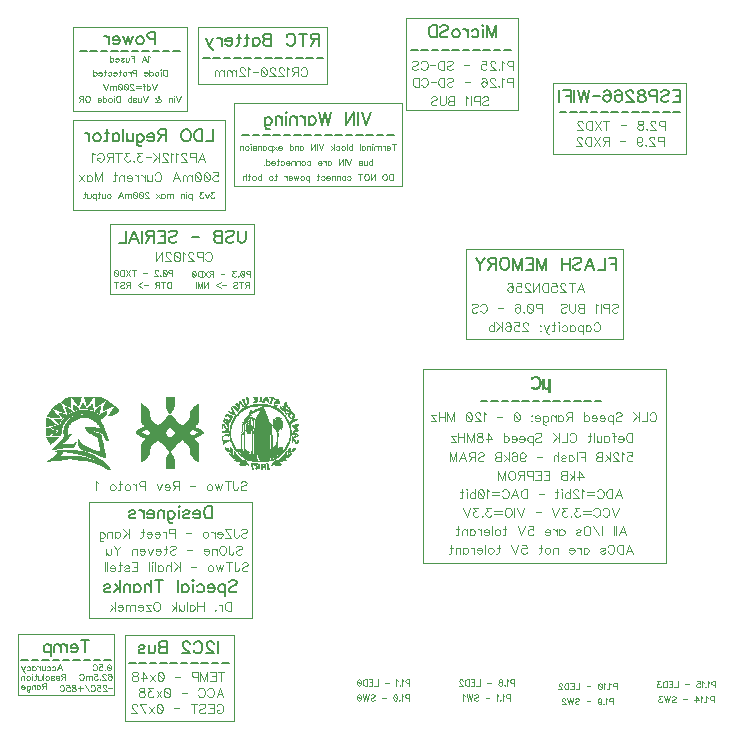
<source format=gbr>
%TF.GenerationSoftware,Novarm,DipTrace,3.2.0.1*%
%TF.CreationDate,2018-02-19T16:08:01-08:00*%
%FSLAX26Y26*%
%MOIN*%
%TF.FileFunction,Legend,Bot*%
%TF.Part,Single*%
%ADD12C,0.003*%
%ADD13C,0.002625*%
%ADD138C,0.003088*%
%ADD139C,0.006176*%
%ADD140C,0.004632*%
G75*
G01*
%LPD*%
X1015877Y2834639D2*
D12*
X1447030D1*
Y2644042D1*
X1015877D1*
Y2834639D1*
X599397Y2525265D2*
X1105646D1*
Y2225336D1*
X599397D1*
Y2525265D1*
X598838Y2834639D2*
X980049D1*
Y2556551D1*
X598838D1*
Y2834639D1*
X1709503Y2865894D2*
X2081339D1*
Y2559676D1*
X1709503D1*
Y2865894D1*
X2200076Y2650292D2*
X2643780D1*
Y2412817D1*
X2200076D1*
Y2650292D1*
X723217Y2178466D2*
X1203294D1*
Y1944116D1*
X723217D1*
Y2178466D1*
X1909488Y2094104D2*
X2434433D1*
Y1794016D1*
X1909488D1*
Y2094104D1*
X1765747Y1697138D2*
X2575037D1*
Y1050460D1*
X1765747D1*
Y1697138D1*
X415889Y812985D2*
X737730D1*
Y609881D1*
X415889D1*
Y812985D1*
X772318Y809662D2*
X1134685D1*
Y522364D1*
X772318D1*
Y809662D1*
X1134655Y2581496D2*
X1697155D1*
Y2306496D1*
X1134655D1*
Y2581496D1*
X652796Y1253391D2*
X1196547D1*
Y865891D1*
X652796D1*
Y1253391D1*
X2134705Y1671672D2*
D13*
X2145204D1*
X2131542Y1670360D2*
X2147728D1*
X2128880Y1669047D2*
X2149794D1*
X2127655Y1667735D2*
X2151482D1*
X2127214Y1666423D2*
X2133393D1*
X2144946D2*
X2152913D1*
X2126977Y1665110D2*
X2130768D1*
X2147020D2*
X2154080D1*
X2126831Y1663798D2*
X2128143D1*
X2148721D2*
X2154932D1*
X2150033Y1662486D2*
X2155551D1*
X2150951Y1661173D2*
X2156083D1*
X2163576D2*
X2168826D1*
X2183261D2*
X2188511D1*
X2151598Y1659861D2*
X2156518D1*
X2163576D2*
X2168826D1*
X2183261D2*
X2188511D1*
X2152140Y1658549D2*
X2156830D1*
X2163576D2*
X2168826D1*
X2183261D2*
X2188511D1*
X2152574Y1657236D2*
X2157133D1*
X2163576D2*
X2168826D1*
X2183261D2*
X2188511D1*
X2152841Y1655924D2*
X2157508D1*
X2163576D2*
X2168826D1*
X2183261D2*
X2188511D1*
X2152977Y1654612D2*
X2157869D1*
X2163576D2*
X2168826D1*
X2183261D2*
X2188511D1*
X2153038Y1653299D2*
X2158108D1*
X2163576D2*
X2168826D1*
X2183261D2*
X2188511D1*
X2153063Y1651987D2*
X2158233D1*
X2163576D2*
X2168826D1*
X2183261D2*
X2188511D1*
X2153072Y1650675D2*
X2158290D1*
X2163576D2*
X2168826D1*
X2183261D2*
X2188511D1*
X2153076Y1649362D2*
X2158308D1*
X2163576D2*
X2168826D1*
X2183261D2*
X2188511D1*
X2153077Y1648050D2*
X2158271D1*
X2163576D2*
X2168826D1*
X2183261D2*
X2188511D1*
X2153072Y1646738D2*
X2158107D1*
X2163576D2*
X2168826D1*
X2183261D2*
X2188511D1*
X2153026Y1645425D2*
X2157794D1*
X2163576D2*
X2168826D1*
X2183261D2*
X2188511D1*
X2152854Y1644113D2*
X2157452D1*
X2163576D2*
X2168826D1*
X2183261D2*
X2188511D1*
X2152494Y1642801D2*
X2157178D1*
X2163576D2*
X2168826D1*
X2183261D2*
X2188511D1*
X2151980Y1641488D2*
X2156884D1*
X2163576D2*
X2168831D1*
X2183261D2*
X2188511D1*
X2151339Y1640176D2*
X2156462D1*
X2163576D2*
X2168882D1*
X2183256D2*
X2188511D1*
X2150485Y1638864D2*
X2155889D1*
X2163576D2*
X2169101D1*
X2183205D2*
X2188511D1*
X2149230Y1637551D2*
X2155160D1*
X2163566D2*
X2169510D1*
X2183082D2*
X2188511D1*
X2126831Y1636239D2*
X2129456D1*
X2147243D2*
X2154287D1*
X2163474D2*
X2170741D1*
X2182475D2*
X2188511D1*
X2126891Y1634927D2*
X2133747D1*
X2143984D2*
X2153274D1*
X2163259D2*
X2172881D1*
X2180370D2*
X2188511D1*
X2127031Y1633614D2*
X2139120D1*
X2139138D2*
X2151996D1*
X2162551D2*
X2176347D1*
X2176984D2*
X2188511D1*
X2127736Y1632302D2*
X2150336D1*
X2161884D2*
X2188511D1*
X2129753Y1630990D2*
X2148195D1*
X2161362D2*
X2167513D1*
X2170138D2*
X2188511D1*
X2132632Y1629677D2*
X2145528D1*
X2162365D2*
X2166201D1*
X2172763D2*
X2180637D1*
X2183261D2*
X2188511D1*
X2136017Y1628365D2*
X2142579D1*
X2163576D2*
X2164889D1*
X2175387D2*
X2178012D1*
X2183261D2*
X2188511D1*
X2183261Y1627053D2*
X2188511D1*
X2183261Y1625740D2*
X2188511D1*
X2183261Y1624428D2*
X2188511D1*
X2183261Y1623116D2*
X2188511D1*
X2183261Y1621803D2*
X2188511D1*
X2183261Y1620491D2*
X2188511D1*
X2183261Y1619179D2*
X2188511D1*
X2183261Y1617866D2*
X2188511D1*
X908016Y1600516D2*
D12*
X935016D1*
X908016Y1597516D2*
X935016D1*
X908016Y1594516D2*
X935016D1*
X908016Y1591516D2*
X935016D1*
X908016Y1588516D2*
X935016D1*
X908016Y1585516D2*
X935016D1*
X827016Y1582516D2*
D3*
X908016D2*
X935016D1*
X1016016D2*
D3*
X827016Y1579516D2*
X830016D1*
X908016D2*
X935016D1*
X1013016D2*
X1016016D1*
X827016Y1576516D2*
X833016D1*
X908016D2*
X935016D1*
X1010016D2*
X1016016D1*
X827016Y1573516D2*
X836016D1*
X908028D2*
X935004D1*
X1007016D2*
X1016016D1*
X827016Y1570516D2*
X839016D1*
X908145D2*
X934887D1*
X1004016D2*
X1016016D1*
X827016Y1567516D2*
X842016D1*
X908633D2*
X934388D1*
X1001016D2*
X1016016D1*
X827016Y1564516D2*
X845004D1*
X909745D2*
X933181D1*
X998028D2*
X1016016D1*
X827016Y1561516D2*
X847887D1*
X911350D2*
X931300D1*
X995145D2*
X1016016D1*
X827016Y1558516D2*
X850388D1*
X913141D2*
X929174D1*
X992644D2*
X1016016D1*
X827016Y1555516D2*
X852170D1*
X915153D2*
X927129D1*
X990862D2*
X1016016D1*
X827016Y1552516D2*
X853182D1*
X917498D2*
X925108D1*
X989850D2*
X1016016D1*
X827016Y1549516D2*
X853672D1*
X920016D2*
X923016D1*
X989360D2*
X1016016D1*
X827016Y1546516D2*
X853883D1*
X989149D2*
X1016016D1*
X827016Y1543516D2*
X853967D1*
X920016D2*
X923016D1*
X989065D2*
X1016016D1*
X827016Y1540516D2*
X854011D1*
X917016D2*
X926016D1*
X989021D2*
X1016016D1*
X827016Y1537516D2*
X854139D1*
X914016D2*
X929016D1*
X988893D2*
X1016016D1*
X827016Y1534516D2*
X854643D1*
X911016D2*
X932016D1*
X988389D2*
X1016016D1*
X827016Y1531516D2*
X855862D1*
X908016D2*
X935016D1*
X987170D2*
X1016016D1*
X827016Y1528516D2*
X857849D1*
X905016D2*
X938016D1*
X985183D2*
X1016016D1*
X827028Y1525516D2*
X860360D1*
X902016D2*
X941016D1*
X982672D2*
X1016004D1*
X827145Y1522516D2*
X863149D1*
X899016D2*
X944016D1*
X979883D2*
X1015887D1*
X827644Y1519516D2*
X866065D1*
X896016D2*
X947016D1*
X976967D2*
X1015388D1*
X828862Y1516516D2*
X869033D1*
X893016D2*
X950016D1*
X973999D2*
X1014170D1*
X830850Y1513516D2*
X872022D1*
X890016D2*
X953016D1*
X971010D2*
X1012194D1*
X833359Y1510516D2*
X875016D1*
X887016D2*
X956016D1*
X968016D2*
X1009798D1*
X836140Y1507516D2*
X1007473D1*
X839016Y1504516D2*
X1005585D1*
X832361Y1501516D2*
X1004016D1*
X825554Y1498516D2*
X917016D1*
X926016D2*
X1012660D1*
X819364Y1495516D2*
X914016D1*
X929016D2*
X1019869D1*
X814317Y1492516D2*
X833262D1*
X851016D2*
X911016D1*
X932016D2*
X992016D1*
X1005699D2*
X1025394D1*
X810185Y1489516D2*
X828194D1*
X854016D2*
X908016D1*
X935016D2*
X989016D1*
X1011643D2*
X1029777D1*
X808250Y1486516D2*
X824246D1*
X857016D2*
X905016D1*
X938016D2*
X986016D1*
X1016000D2*
X1031759D1*
X808345Y1483516D2*
X821016D1*
X860016D2*
X902016D1*
X941016D2*
X983016D1*
X1017985D2*
X1031680D1*
X810743Y1480516D2*
X828119D1*
X857016D2*
X905016D1*
X938016D2*
X986016D1*
X1012720D2*
X1029286D1*
X814553Y1477516D2*
X836224D1*
X854016D2*
X908016D1*
X935016D2*
X989016D1*
X1007016D2*
X1025489D1*
X820031Y1474516D2*
X845016D1*
X851016D2*
X911016D1*
X932016D2*
X1020127D1*
X826915Y1471516D2*
X914016D1*
X929016D2*
X1013706D1*
X834439Y1468516D2*
X1007208D1*
X842016Y1465516D2*
X1001016D1*
X839016Y1462516D2*
X1004016D1*
X836028Y1459516D2*
X878016D1*
X884016D2*
X959016D1*
X965016D2*
X1007004D1*
X833145Y1456516D2*
X875016D1*
X887016D2*
X956016D1*
X968016D2*
X1009887D1*
X830644Y1453516D2*
X872016D1*
X890016D2*
X953016D1*
X971016D2*
X1012388D1*
X828862Y1450516D2*
X869016D1*
X893016D2*
X950016D1*
X974016D2*
X1014170D1*
X827850Y1447516D2*
X866016D1*
X896016D2*
X947016D1*
X977016D2*
X1015182D1*
X827360Y1444516D2*
X863028D1*
X899016D2*
X944016D1*
X980004D2*
X1015672D1*
X827149Y1441516D2*
X860145D1*
X902016D2*
X941016D1*
X982887D2*
X1015883D1*
X827065Y1438516D2*
X857644D1*
X905016D2*
X938016D1*
X985388D2*
X1015967D1*
X827033Y1435516D2*
X855862D1*
X908016D2*
X935016D1*
X987170D2*
X1015999D1*
X827022Y1432516D2*
X854850D1*
X911016D2*
X932016D1*
X988182D2*
X1016010D1*
X827018Y1429516D2*
X854360D1*
X914016D2*
X929016D1*
X988672D2*
X1016014D1*
X827017Y1426516D2*
X854149D1*
X917016D2*
X926016D1*
X988883D2*
X1016015D1*
X827016Y1423516D2*
X854065D1*
X920016D2*
X923016D1*
X988967D2*
X1016016D1*
X827016Y1420516D2*
X854021D1*
X989011D2*
X1016016D1*
X827016Y1417516D2*
X853893D1*
X920016D2*
X923016D1*
X989139D2*
X1016016D1*
X827016Y1414516D2*
X853389D1*
X918401D2*
X924631D1*
X989643D2*
X1016016D1*
X827016Y1411516D2*
X852170D1*
X916274D2*
X926758D1*
X990862D2*
X1016016D1*
X827016Y1408516D2*
X850183D1*
X913827D2*
X929205D1*
X992849D2*
X1016016D1*
X827016Y1405516D2*
X847672D1*
X911520D2*
X931512D1*
X995360D2*
X1016016D1*
X827016Y1402516D2*
X844883D1*
X909817D2*
X933215D1*
X998149D2*
X1016016D1*
X827016Y1399516D2*
X841967D1*
X908833D2*
X934199D1*
X1001065D2*
X1016016D1*
X827016Y1396516D2*
X838999D1*
X908355D2*
X934677D1*
X1004033D2*
X1016016D1*
X827016Y1393516D2*
X836010D1*
X908147D2*
X934885D1*
X1007022D2*
X1016016D1*
X827016Y1390516D2*
X833014D1*
X908064D2*
X934968D1*
X1010018D2*
X1016016D1*
X827016Y1387516D2*
X830016D1*
X908033D2*
X934999D1*
X1013016D2*
X1016016D1*
X908022Y1384516D2*
X935010D1*
X908018Y1381516D2*
X935014D1*
X908017Y1378516D2*
X935015D1*
X908016Y1375516D2*
X935016D1*
X908016Y1372516D2*
X935016D1*
X908016Y1369516D2*
X935016D1*
X908016Y1366516D2*
X935016D1*
X593516Y1603516D2*
X626516D1*
X635516D2*
X680516D1*
X585117Y1600516D2*
X625479D1*
X636553D2*
X665630D1*
X671516D2*
X688926D1*
X577492Y1597516D2*
X590516D1*
X596504D2*
X624480D1*
X637552D2*
X663015D1*
X671516D2*
X696669D1*
X571100Y1594516D2*
X590516D1*
X599399D2*
X623529D1*
X638514D2*
X660734D1*
X671516D2*
X703568D1*
X566283Y1591516D2*
X590516D1*
X602016D2*
X622505D1*
X639632D2*
X658515D1*
X671516D2*
X709662D1*
X563009Y1588516D2*
X590516D1*
X604298D2*
X621498D1*
X640916D2*
X656144D1*
X671516D2*
X701991D1*
X708094D2*
X715048D1*
X554516Y1585516D2*
D3*
X560516D2*
X590516D1*
X606529D2*
X620536D1*
X642213D2*
X653806D1*
X671528D2*
X696841D1*
X706234D2*
X719957D1*
X550017Y1582516D2*
X557516D1*
X565479D2*
X590516D1*
X609003D2*
X619493D1*
X629516D2*
X632516D1*
X643289D2*
X651678D1*
X671633D2*
X692011D1*
X704847D2*
X724501D1*
X545771Y1579516D2*
X558553D1*
X570480D2*
X590516D1*
X611709D2*
X618460D1*
X628479D2*
X633656D1*
X643998D2*
X649625D1*
X659516D2*
X662516D1*
X672018D2*
X687370D1*
X703629D2*
X728402D1*
X541627Y1576516D2*
X559552D1*
X575527D2*
X590516D1*
X599516D2*
X602516D1*
X614516D2*
X617516D1*
X627480D2*
X634945D1*
X644516D2*
X647516D1*
X657901D2*
X662630D1*
X672761D2*
X682890D1*
X702544D2*
X731278D1*
X537770Y1573516D2*
X560514D1*
X580489D2*
X590516D1*
X599516D2*
X605968D1*
X626527D2*
X636348D1*
X655762D2*
X663015D1*
X673654D2*
X678617D1*
X701555D2*
X733428D1*
X534551Y1570516D2*
X561632D1*
X585458D2*
X590516D1*
X599516D2*
X609598D1*
X625489D2*
X637883D1*
X653199D2*
X663734D1*
X674516D2*
D3*
X689516D2*
D3*
X700526D2*
X727712D1*
X737516D2*
X740516D1*
X531962Y1567516D2*
X562928D1*
X572516D2*
X575516D1*
X590516D2*
D3*
X599539D2*
X612919D1*
X624458D2*
X639615D1*
X650400D2*
X664503D1*
X684117D2*
X689516D1*
X699619D2*
X720862D1*
X734980D2*
X743390D1*
X529605Y1564516D2*
X564329D1*
X573913D2*
X581393D1*
X599768D2*
X615464D1*
X623516D2*
X641516D1*
X647516D2*
X665026D1*
X679477D2*
X689052D1*
X699037D2*
X713358D1*
X732723D2*
X745888D1*
X527177Y1561516D2*
X530516D1*
X539516D2*
X565782D1*
X574880D2*
X586927D1*
X600313D2*
X617516D1*
X650516D2*
X665305D1*
X675933D2*
X688309D1*
X698721D2*
X705857D1*
X730512D2*
X747952D1*
X524828Y1558516D2*
X533052D1*
X548516D2*
X567186D1*
X575710D2*
X591901D1*
X602651D2*
X605516D1*
X614516D2*
X653516D1*
X665516D2*
X665438D1*
X673448D2*
X687520D1*
X698516D2*
D3*
X728143D2*
X748794D1*
X522771Y1555516D2*
X535309D1*
X557516D2*
X568430D1*
X576727D2*
X596516D1*
X605516D2*
X665516D1*
X671516D2*
X686880D1*
X710516D2*
D3*
X725804D2*
X748418D1*
X520984Y1552516D2*
X537532D1*
X566516D2*
X569516D1*
X577945D2*
X590516D1*
X596516D2*
X671516D1*
X677516D2*
X686137D1*
X702619D2*
X710516D1*
X723650D2*
X745897D1*
X519351Y1549516D2*
X540006D1*
X551516D2*
X560516D1*
X579103D2*
X584516D1*
X590516D2*
X677516D1*
X683516D2*
X684979D1*
X695724D2*
X709376D1*
X721480D2*
X740180D1*
X517790Y1546516D2*
X542728D1*
X553119D2*
X568297D1*
X580030D2*
X623516D1*
X632516D2*
X683516D1*
X689516D2*
X708075D1*
X719069D2*
X733163D1*
X516189Y1543516D2*
X545600D1*
X555152D2*
X575516D1*
X579466D2*
X605516D1*
X617516D2*
X706553D1*
X716516D2*
X725516D1*
X514431Y1540516D2*
X548547D1*
X557334D2*
X572516D1*
X578516D2*
X596991D1*
X605516D2*
X692516D1*
X698516D2*
X704491D1*
X512516Y1537516D2*
X551527D1*
X559422D2*
X591852D1*
X599991D2*
X695516D1*
X701516D2*
X701423D1*
X530516Y1534516D2*
X554516D1*
X561567D2*
X587129D1*
X594864D2*
X697362D1*
X509516Y1531516D2*
X515516D1*
X563967D2*
X563516D1*
X569516D2*
X582872D1*
X590246D2*
X615232D1*
X656402D2*
X693821D1*
X509516Y1528516D2*
X520017D1*
X536516D2*
X560516D1*
X566516D2*
X579150D1*
X586371D2*
X607979D1*
X661994D2*
X690049D1*
X509516Y1525516D2*
X524759D1*
X539516D2*
X557516D1*
X563516D2*
X575893D1*
X583356D2*
X602193D1*
X667052D2*
X688555D1*
X509516Y1522516D2*
X529475D1*
X542528D2*
X573128D1*
X580775D2*
X597693D1*
X671401D2*
X690095D1*
X509516Y1519516D2*
X533899D1*
X545621D2*
X554516D1*
X560516D2*
X570888D1*
X578256D2*
X594004D1*
X674941D2*
X691759D1*
X509516Y1516516D2*
X537624D1*
X548892D2*
X554516D1*
X560516D2*
X569028D1*
X575959D2*
X590814D1*
X677895D2*
X693589D1*
X509516Y1513516D2*
X540356D1*
X552172D2*
X567366D1*
X574174D2*
X588093D1*
X680628D2*
X695460D1*
X509516Y1510516D2*
X542516D1*
X555039D2*
X565805D1*
X572823D2*
X585886D1*
X683125D2*
X697023D1*
X509516Y1507516D2*
X525922D1*
X548516D2*
X551516D1*
X557516D2*
X564290D1*
X571632D2*
X584128D1*
X685317D2*
X698286D1*
X509516Y1504516D2*
D3*
X537735D2*
X562889D1*
X570646D2*
X582758D1*
X687395D2*
X699542D1*
X527516Y1501516D2*
X561778D1*
X569936D2*
X581640D1*
X638516D2*
X674516D1*
X689516D2*
X700882D1*
X509516Y1498516D2*
X518516D1*
X533516D2*
X561103D1*
X569245D2*
X580558D1*
X640027D2*
X702212D1*
X509516Y1495516D2*
X527516D1*
X539516D2*
X548516D1*
X554264D2*
X560752D1*
X568388D2*
X579630D1*
X641390D2*
X703393D1*
X509516Y1492516D2*
X539516D1*
X548516D2*
D3*
X553696D2*
X560496D1*
X567562D2*
X579043D1*
X643056D2*
X657604D1*
X664377D2*
X704436D1*
X509516Y1489516D2*
X542516D1*
X550932D2*
X560052D1*
X567029D2*
X578741D1*
X645354D2*
X662898D1*
X679542D2*
X705501D1*
X509516Y1486516D2*
X537901D1*
X546899D2*
X559311D1*
X566849D2*
X578605D1*
X648454D2*
X669688D1*
X689087D2*
X706524D1*
X509516Y1483516D2*
X532762D1*
X542087D2*
X558533D1*
X567101D2*
X578549D1*
X652608D2*
X677265D1*
X695381D2*
X707490D1*
X509516Y1480516D2*
X527199D1*
X537432D2*
X551516D1*
X557516D2*
X558005D1*
X567766D2*
X578527D1*
X657986D2*
X683924D1*
X697504D2*
X708522D1*
X509516Y1477516D2*
X521400D1*
X533655D2*
X551516D1*
X557516D2*
X557710D1*
X568503D2*
X578516D1*
X587516D2*
X593516D1*
X664347D2*
X689105D1*
X699125D2*
X709532D1*
X509516Y1474516D2*
X515516D1*
X530516D2*
X557516D1*
X568901D2*
X590516D1*
X670719D2*
X691193D1*
X700384D2*
X710505D1*
X568955Y1471516D2*
X587516D1*
X675871D2*
X692022D1*
X701464D2*
X711628D1*
X509516Y1468516D2*
X548516D1*
X567655D2*
X584516D1*
X679874D2*
X692769D1*
X702746D2*
X712917D1*
X511376Y1465516D2*
X546787D1*
X565668D2*
X581516D1*
X681648D2*
X693642D1*
X704597D2*
X714241D1*
X513099Y1462516D2*
X544264D1*
X563165D2*
X578516D1*
X617516D2*
D3*
X682690D2*
X694482D1*
X707278D2*
X715450D1*
X514799Y1459516D2*
X540981D1*
X560381D2*
X575516D1*
X617516D2*
X620516D1*
X683290D2*
X695132D1*
X710516D2*
X716516D1*
X516631Y1456516D2*
X537405D1*
X557466D2*
X572516D1*
X617516D2*
X620991D1*
X683884D2*
X695800D1*
X518590Y1453516D2*
X533960D1*
X554499D2*
X569516D1*
X617516D2*
X621852D1*
X684686D2*
X696649D1*
X520513Y1450516D2*
X530711D1*
X551510D2*
X566516D1*
X605516D2*
X608516D1*
X617516D2*
X623140D1*
X685487D2*
X697471D1*
X522467Y1447516D2*
X527589D1*
X548514D2*
X563516D1*
X602516D2*
X607364D1*
X617516D2*
X625013D1*
X686033D2*
X698027D1*
X524516Y1444516D2*
D3*
X545515D2*
X605970D1*
X617528D2*
X627895D1*
X686420D2*
X698418D1*
X542516Y1441516D2*
X604192D1*
X617645D2*
X632239D1*
X686931D2*
X698930D1*
X539516Y1438516D2*
X601963D1*
X618180D2*
X638180D1*
X687702D2*
X699702D1*
X536516Y1435516D2*
X599516D1*
X619221D2*
X645231D1*
X688492D2*
X700504D1*
X533516Y1432516D2*
X554516D1*
X622977D2*
X652788D1*
X689034D2*
X701140D1*
X530516Y1429516D2*
X533516D1*
X628739D2*
X660714D1*
X689429D2*
X701803D1*
X548516Y1426516D2*
X605516D1*
X636295D2*
X669070D1*
X690021D2*
X702649D1*
X539516Y1423516D2*
X619684D1*
X644749D2*
X677732D1*
X691101D2*
X703472D1*
X542516Y1420516D2*
X632045D1*
X653469D2*
X686516D1*
X692516D2*
X704027D1*
X545516Y1417516D2*
X563980D1*
X588495D2*
X642422D1*
X662023D2*
X704418D1*
X548516Y1414516D2*
X561724D1*
X607744D2*
X651078D1*
X670185D2*
X704930D1*
X544479Y1411516D2*
X559508D1*
X623215D2*
X658458D1*
X678028D2*
X705703D1*
X540480Y1408516D2*
X557079D1*
X635318D2*
X665079D1*
X685758D2*
X706500D1*
X536518Y1405516D2*
X620516D1*
X645188D2*
X671238D1*
X693571D2*
X707076D1*
X532400Y1402516D2*
X635704D1*
X653992D2*
X676947D1*
X701516D2*
X707516D1*
X528116Y1399516D2*
X650516D1*
X662516D2*
X682149D1*
X523819Y1396516D2*
X568406D1*
X606610D2*
X662516D1*
X668516D2*
X686905D1*
X519743Y1393516D2*
X548576D1*
X626254D2*
X691274D1*
X516034Y1390516D2*
X531382D1*
X642550D2*
X695393D1*
X512516Y1387516D2*
X515516D1*
X655795D2*
X699474D1*
X666812Y1384516D2*
X703402D1*
X676265Y1381516D2*
X706989D1*
X684437Y1378516D2*
X710280D1*
X691599Y1375516D2*
X713310D1*
X698143Y1372516D2*
X715981D1*
X704374Y1369516D2*
X718259D1*
X710467Y1366516D2*
X720374D1*
X716516Y1363516D2*
X722516D1*
X1199016Y1603516D2*
X1214016D1*
X1223016D2*
X1226016D1*
X1232016D2*
D3*
X1241016D2*
X1247016D1*
X1256016D2*
X1262016D1*
X1175016Y1600516D2*
X1181016D1*
X1200288D2*
X1199016D1*
X1209119D2*
X1212643D1*
X1223004D2*
X1226016D1*
X1238482D2*
X1247130D1*
X1253016D2*
X1266797D1*
X1176156Y1597516D2*
X1181480D1*
X1205224D2*
X1211896D1*
X1222890D2*
X1226016D1*
X1236251D2*
X1247515D1*
X1262016D2*
X1271016D1*
X1277016D2*
D3*
X1163016Y1594516D2*
X1169016D1*
X1177433D2*
X1182223D1*
X1204788D2*
X1211634D1*
X1222426D2*
X1226016D1*
X1234151D2*
X1248234D1*
X1260156D2*
X1262016D1*
X1271016D2*
X1283016D1*
X1157016Y1591516D2*
D3*
X1164156D2*
X1169482D1*
X1178722D2*
X1183000D1*
X1208016D2*
X1212675D1*
X1221401D2*
X1226016D1*
X1232016D2*
X1238568D1*
X1243673D2*
X1249011D1*
X1258436D2*
X1261550D1*
X1280016D2*
X1284401D1*
X1154246Y1588516D2*
X1157016D1*
X1165445D2*
X1170251D1*
X1179793D2*
X1183502D1*
X1203235D2*
X1214016D1*
X1220016D2*
X1236620D1*
X1246370D2*
X1249580D1*
X1256751D2*
X1260781D1*
X1274836D2*
X1285266D1*
X1152194Y1585516D2*
X1158990D1*
X1166873D2*
X1171151D1*
X1180499D2*
X1183535D1*
X1199016D2*
X1211016D1*
X1235016D2*
D3*
X1249496D2*
X1250016D1*
X1254954D2*
X1259881D1*
X1270757D2*
X1285724D1*
X1307016D2*
X1310016D1*
X1142016Y1582516D2*
X1145016D1*
X1151519D2*
X1161097D1*
X1168664D2*
X1172016D1*
X1181016D2*
X1183095D1*
X1253016D2*
X1259016D1*
X1269177D2*
X1271016D1*
X1304268D2*
X1310139D1*
X1139016Y1579516D2*
X1145016D1*
X1151016D2*
X1154016D1*
X1160016D2*
X1163526D1*
X1170923D2*
X1180048D1*
X1202016D2*
X1244016D1*
X1269197D2*
X1271016D1*
X1303552D2*
X1310605D1*
X1142004Y1576516D2*
X1154016D1*
X1161288D2*
X1166217D1*
X1175643D2*
X1175721D1*
X1192232D2*
X1222987D1*
X1222942D2*
X1253800D1*
X1271310D2*
X1280016D1*
X1304016D2*
X1311631D1*
X1130016Y1573516D2*
X1136016D1*
X1144890D2*
X1154016D1*
X1163120D2*
X1170862D1*
X1183722D2*
X1205438D1*
X1240213D2*
X1262310D1*
X1274016D2*
X1275797D1*
X1299422D2*
X1313016D1*
X1131631Y1570516D2*
X1138515D1*
X1147426D2*
X1153993D1*
X1165788D2*
X1166016D1*
X1176675D2*
X1192296D1*
X1229016D2*
X1232016D1*
X1253006D2*
X1269357D1*
X1289016D2*
D3*
X1295016D2*
X1309172D1*
X1127016Y1567516D2*
D3*
X1133770D2*
X1141548D1*
X1149401D2*
X1153770D1*
X1170830D2*
X1182808D1*
X1225074D2*
X1233156D1*
X1262350D2*
X1275202D1*
X1289461D2*
X1292016D1*
X1301016D2*
X1306297D1*
X1313016D2*
X1319016D1*
X1125850Y1564516D2*
X1130016D1*
X1136334D2*
X1145016D1*
X1151016D2*
X1153243D1*
X1165810D2*
X1175628D1*
X1219103D2*
X1234433D1*
X1269499D2*
X1280222D1*
X1290973D2*
X1304016D1*
X1317610D2*
X1320436D1*
X1126163Y1561516D2*
X1131156D1*
X1139140D2*
X1151024D1*
X1161438D2*
X1169741D1*
X1211067D2*
X1235733D1*
X1275294D2*
X1284594D1*
X1294267D2*
X1313016D1*
X1322016D2*
X1321626D1*
X1127952Y1558516D2*
X1132445D1*
X1142059D2*
X1148146D1*
X1157661D2*
X1164869D1*
X1190016D2*
X1193016D1*
X1202016D2*
X1216702D1*
X1223491D2*
X1236901D1*
X1280267D2*
X1288371D1*
X1298016D2*
D3*
X1304142D2*
X1322933D1*
X1115016Y1555516D2*
X1118016D1*
X1130016D2*
X1133848D1*
X1145016D2*
D3*
X1154284D2*
X1160843D1*
X1188876D2*
X1207682D1*
X1221341D2*
X1237951D1*
X1284613D2*
X1291748D1*
X1304643D2*
X1304016D1*
X1316016D2*
X1326064D1*
X1119861Y1552516D2*
X1135383D1*
X1151120D2*
X1157355D1*
X1187587D2*
X1200007D1*
X1219511D2*
X1239108D1*
X1288378D2*
X1294912D1*
X1305851D2*
X1307016D1*
X1322016D2*
X1329625D1*
X1112016Y1549516D2*
D3*
X1126267D2*
X1137115D1*
X1148054D2*
X1154146D1*
X1186194D2*
X1194415D1*
X1217861D2*
X1240407D1*
X1291751D2*
X1297966D1*
X1307770D2*
X1332730D1*
X1110165Y1546516D2*
X1115016D1*
X1133892D2*
X1139016D1*
X1145041D2*
X1151064D1*
X1184737D2*
X1190419D1*
X1216303D2*
X1241721D1*
X1294913D2*
X1300885D1*
X1310016D2*
D3*
X1316016D2*
X1322016D1*
X1330300D2*
X1335227D1*
X1108532Y1543516D2*
X1120851D1*
X1142138D2*
X1148044D1*
X1183245D2*
X1187016D1*
X1214777D2*
X1242896D1*
X1297966D2*
X1303500D1*
X1316028D2*
X1319016D1*
X1332044D2*
X1336137D1*
X1107173Y1540516D2*
X1109016D1*
X1115568D2*
X1125331D1*
X1139491D2*
X1145139D1*
X1181632D2*
X1193016D1*
X1213262D2*
X1243938D1*
X1300885D2*
X1305679D1*
X1316192D2*
X1316016D1*
X1331828D2*
X1336521D1*
X1106016Y1537516D2*
X1109016D1*
X1116620D2*
X1118016D1*
X1123893D2*
X1128724D1*
X1137341D2*
X1142529D1*
X1179629D2*
X1184016D1*
X1211679D2*
X1245001D1*
X1303500D2*
X1307529D1*
X1316614D2*
X1319016D1*
X1330064D2*
X1336283D1*
X1118016Y1534516D2*
D3*
X1123427D2*
X1127866D1*
X1135511D2*
X1140352D1*
X1176842D2*
X1193391D1*
X1209928D2*
X1246025D1*
X1277016D2*
X1283016D1*
X1305679D2*
X1309276D1*
X1319171D2*
X1322016D1*
X1328016D2*
X1335351D1*
X1103016Y1531516D2*
D3*
X1122401D2*
X1126491D1*
X1133861D2*
X1138503D1*
X1173174D2*
X1202016D1*
X1208016D2*
X1247002D1*
X1274016D2*
X1292016D1*
X1307517D2*
X1311114D1*
X1325971D2*
X1334016D1*
X1343016D2*
D3*
X1101643Y1528516D2*
X1112016D1*
X1121016D2*
X1124931D1*
X1132303D2*
X1136756D1*
X1169016D2*
X1184016D1*
X1190016D2*
D3*
X1195426D2*
X1248127D1*
X1265016D2*
X1271016D1*
X1277016D2*
X1289016D1*
X1309170D2*
X1312998D1*
X1334016D2*
X1346016D1*
X1100652Y1525516D2*
X1123436D1*
X1130777D2*
X1134921D1*
X1170610D2*
X1181016D1*
X1187016D2*
X1190016D1*
X1197181D2*
X1199016D1*
X1205016D2*
X1249438D1*
X1265468D2*
X1292452D1*
X1310729D2*
X1314624D1*
X1328016D2*
X1340409D1*
X1100787Y1522516D2*
X1103016D1*
X1109016D2*
X1122138D1*
X1129272D2*
X1133059D1*
X1172016D2*
X1189552D1*
X1198186D2*
X1199016D1*
X1205016D2*
X1250964D1*
X1266106D2*
X1295483D1*
X1312254D2*
X1316016D1*
X1322016D2*
X1334221D1*
X1102700Y1519516D2*
X1115480D1*
X1121016D2*
D3*
X1127778D2*
X1131502D1*
X1163016D2*
X1181016D1*
X1187016D2*
X1188832D1*
X1198673D2*
X1199016D1*
X1205016D2*
X1252968D1*
X1266499D2*
X1296769D1*
X1313760D2*
X1328897D1*
X1106873Y1516516D2*
X1116212D1*
X1126385D2*
X1130255D1*
X1165426D2*
X1172606D1*
X1178004D2*
X1188284D1*
X1198884D2*
X1199016D1*
X1205016D2*
X1255728D1*
X1266282D2*
X1297478D1*
X1315254D2*
X1324761D1*
X1111107Y1513516D2*
X1116883D1*
X1125276D2*
X1129095D1*
X1163016D2*
D3*
X1167181D2*
X1170851D1*
X1177899D2*
X1181016D1*
X1187016D2*
X1188210D1*
X1198968D2*
X1199016D1*
X1205016D2*
X1259016D1*
X1265684D2*
X1297791D1*
X1316659D2*
X1323333D1*
X1097016Y1510516D2*
X1103016D1*
X1115016D2*
X1117026D1*
X1124591D2*
X1128032D1*
X1163016D2*
D3*
X1168186D2*
X1169846D1*
X1177516D2*
X1181016D1*
X1187016D2*
X1190322D1*
X1199000D2*
X1199016D1*
X1205016D2*
X1256016D1*
X1265016D2*
X1297820D1*
X1317873D2*
X1322571D1*
X1349016D2*
D3*
X1097016Y1507516D2*
X1104412D1*
X1112016D2*
X1116586D1*
X1124146D2*
X1127050D1*
X1163016D2*
D3*
X1168673D2*
X1169359D1*
X1176798D2*
X1193016D1*
X1199016D2*
D3*
X1205016D2*
X1297477D1*
X1318929D2*
X1322243D1*
X1328016D2*
X1349016D1*
X1097016Y1504516D2*
D3*
X1103165D2*
X1105339D1*
X1113610D2*
X1115945D1*
X1123613D2*
X1126025D1*
X1163016D2*
D3*
X1168884D2*
X1169148D1*
X1176029D2*
X1199016D1*
X1205004D2*
X1259016D1*
X1265606D2*
X1296662D1*
X1319987D2*
X1322212D1*
X1330579D2*
X1345828D1*
X1097016Y1501516D2*
D3*
X1103520D2*
X1106016D1*
X1115016D2*
X1115474D1*
X1122834D2*
X1125118D1*
X1163016D2*
D3*
X1168968D2*
X1169064D1*
X1175503D2*
X1198893D1*
X1204890D2*
X1259016D1*
X1266863D2*
X1295428D1*
X1320906D2*
X1322543D1*
X1333913D2*
X1343016D1*
X1097016Y1498516D2*
D3*
X1105374D2*
X1115216D1*
X1122041D2*
X1124539D1*
X1163016D2*
D3*
X1168999D2*
X1169032D1*
X1175209D2*
X1198427D1*
X1204426D2*
X1259016D1*
X1268952D2*
X1293836D1*
X1321491D2*
X1323243D1*
X1338225D2*
X1345808D1*
X1109836Y1495516D2*
X1115096D1*
X1121510D2*
X1124239D1*
X1163016D2*
D3*
X1168987D2*
X1169016D1*
X1175016D2*
X1197401D1*
X1203401D2*
X1259016D1*
X1271730D2*
X1286142D1*
X1292016D2*
D3*
X1321792D2*
X1324006D1*
X1343016D2*
X1347662D1*
X1115016Y1492516D2*
X1115046D1*
X1121229D2*
X1124104D1*
X1163016D2*
D3*
X1168768D2*
X1196016D1*
X1202016D2*
X1259016D1*
X1274738D2*
X1283655D1*
X1321928D2*
X1324527D1*
X1337477D2*
X1349016D1*
X1097016Y1489516D2*
X1115026D1*
X1121101D2*
X1124049D1*
X1163016D2*
D3*
X1168242D2*
X1169016D1*
X1175016D2*
X1190016D1*
X1196016D2*
X1259028D1*
X1277205D2*
X1281627D1*
X1321983D2*
X1324805D1*
X1333374D2*
X1341422D1*
X1097016Y1486516D2*
X1115016D1*
X1121048D2*
X1124028D1*
X1160016D2*
D3*
X1166166D2*
X1169016D1*
X1178016D2*
X1190016D1*
X1196016D2*
X1259133D1*
X1278999D2*
X1281008D1*
X1322004D2*
X1324932D1*
X1332122D2*
X1334016D1*
X1121027Y1483516D2*
X1124020D1*
X1163845D2*
X1169016D1*
X1181016D2*
X1190016D1*
X1196016D2*
X1259516D1*
X1279539D2*
X1281493D1*
X1322012D2*
X1324985D1*
X1331471D2*
X1338941D1*
X1097016Y1480516D2*
D3*
X1121020D2*
X1124017D1*
X1161631D2*
X1169016D1*
X1196016D2*
D3*
X1202016D2*
X1260234D1*
X1279819D2*
X1282103D1*
X1322015D2*
X1325005D1*
X1331179D2*
X1343202D1*
X1106016Y1477516D2*
X1115016D1*
X1121029D2*
X1124016D1*
X1160770D2*
X1169016D1*
X1196016D2*
D3*
X1202016D2*
X1261003D1*
X1279941D2*
X1282452D1*
X1322016D2*
X1325000D1*
X1340016D2*
X1346542D1*
X1101862Y1474516D2*
X1115016D1*
X1121134D2*
X1124028D1*
X1160334D2*
X1160016D1*
X1169016D2*
D3*
X1196016D2*
D3*
X1202016D2*
X1253016D1*
X1259016D2*
X1261526D1*
X1279989D2*
X1282321D1*
X1322004D2*
X1324898D1*
X1338610D2*
X1340016D1*
X1346016D2*
X1348049D1*
X1098785Y1471516D2*
X1097016D1*
X1115016D2*
D3*
X1121516D2*
X1124133D1*
X1160140D2*
X1160016D1*
X1169016D2*
D3*
X1196016D2*
D3*
X1202016D2*
X1253016D1*
X1259016D2*
X1261805D1*
X1280007D2*
X1281719D1*
X1321899D2*
X1324516D1*
X1331016D2*
D3*
X1337016D2*
X1344228D1*
X1097846Y1468516D2*
X1097016D1*
X1122234D2*
X1124516D1*
X1160062D2*
X1160016D1*
X1169016D2*
D3*
X1196016D2*
D3*
X1202016D2*
X1253016D1*
X1259016D2*
X1261932D1*
X1280001D2*
X1280999D1*
X1321516D2*
X1323798D1*
X1330902D2*
X1338266D1*
X1097381Y1465516D2*
X1097016D1*
X1123003D2*
X1125246D1*
X1160032D2*
X1160016D1*
X1169016D2*
D3*
X1196016D2*
D3*
X1202016D2*
X1253016D1*
X1259016D2*
X1261984D1*
X1279898D2*
X1280495D1*
X1320786D2*
X1323017D1*
X1330517D2*
X1331016D1*
X1097398Y1462516D2*
X1097016D1*
X1115016D2*
D3*
X1123538D2*
X1126120D1*
X1160022D2*
X1160016D1*
X1169016D2*
D3*
X1196016D2*
D3*
X1202016D2*
X1253016D1*
X1259016D2*
X1262005D1*
X1279516D2*
X1280224D1*
X1319912D2*
X1322388D1*
X1329798D2*
X1335171D1*
X1097838Y1459516D2*
X1118016D1*
X1123922D2*
X1127026D1*
X1160018D2*
X1160016D1*
X1169016D2*
D3*
X1196016D2*
D3*
X1202016D2*
X1253016D1*
X1259016D2*
X1262012D1*
X1278798D2*
X1280099D1*
X1318994D2*
X1321728D1*
X1329029D2*
X1338249D1*
X1346016D2*
X1349016D1*
X1100161Y1456516D2*
X1114350D1*
X1124443D2*
X1128034D1*
X1160017D2*
X1160016D1*
X1169016D2*
D3*
X1196016D2*
D3*
X1202016D2*
X1253016D1*
X1259016D2*
X1262015D1*
X1278029D2*
X1280047D1*
X1317892D2*
X1320870D1*
X1328503D2*
X1331016D1*
X1337482D2*
X1339261D1*
X1346016D2*
X1348893D1*
X1103016Y1453516D2*
X1110425D1*
X1125320D2*
X1129048D1*
X1160016D2*
D3*
X1169016D2*
D3*
X1196016D2*
D3*
X1202016D2*
X1253016D1*
X1259016D2*
X1262016D1*
X1277506D2*
X1280027D1*
X1316602D2*
X1319943D1*
X1328209D2*
X1328016D1*
X1338251D2*
X1340016D1*
X1346016D2*
X1348427D1*
X1100268Y1450516D2*
X1106720D1*
X1126503D2*
X1130112D1*
X1160016D2*
D3*
X1169016D2*
D3*
X1196016D2*
D3*
X1202016D2*
X1253016D1*
X1259016D2*
X1262016D1*
X1277192D2*
X1280020D1*
X1315202D2*
X1319006D1*
X1328016D2*
X1331016D1*
X1339151D2*
X1347401D1*
X1099552Y1447516D2*
X1103301D1*
X1127858D2*
X1131523D1*
X1160016D2*
D3*
X1169016D2*
D3*
X1196016D2*
D3*
X1202016D2*
X1253016D1*
X1259016D2*
X1262016D1*
X1276722D2*
X1280017D1*
X1313740D2*
X1317896D1*
X1340016D2*
X1346016D1*
X1100016Y1444516D2*
D3*
X1129302D2*
X1133250D1*
X1160016D2*
D3*
X1169016D2*
D3*
X1196016D2*
D3*
X1202016D2*
X1253016D1*
X1259016D2*
X1262016D1*
X1275839D2*
X1280016D1*
X1312258D2*
X1316603D1*
X1130777Y1441516D2*
X1134983D1*
X1160016D2*
D3*
X1169016D2*
D3*
X1196016D2*
D3*
X1202016D2*
X1253016D1*
X1259016D2*
X1262016D1*
X1272321D2*
X1280016D1*
X1310762D2*
X1315191D1*
X1132271Y1438516D2*
X1136552D1*
X1160016D2*
D3*
X1169016D2*
D3*
X1196016D2*
D3*
X1202016D2*
X1253016D1*
X1259016D2*
X1262016D1*
X1268016D2*
X1280016D1*
X1309254D2*
X1313635D1*
X1106016Y1435516D2*
D3*
X1124016D2*
D3*
X1133778D2*
X1137879D1*
X1160016D2*
D3*
X1169016D2*
X1169063D1*
X1196016D2*
D3*
X1202016D2*
X1253016D1*
X1259016D2*
X1280016D1*
X1286016D2*
X1295016D1*
X1307648D2*
X1311864D1*
X1322016D2*
D3*
X1340016D2*
D3*
X1106617Y1432516D2*
X1115016D1*
X1124016D2*
X1127016D1*
X1135385D2*
X1139016D1*
X1151016D2*
D3*
X1160016D2*
D3*
X1169016D2*
X1169204D1*
X1196004D2*
X1196016D1*
X1202016D2*
X1253016D1*
X1259016D2*
X1295016D1*
X1305765D2*
X1309926D1*
X1319480D2*
X1322016D1*
X1334776D2*
X1340016D1*
X1107624Y1429516D2*
X1116610D1*
X1124016D2*
X1128401D1*
X1137276D2*
X1163016D1*
X1169016D2*
X1170563D1*
X1195899D2*
X1196016D1*
X1202016D2*
X1295016D1*
X1303490D2*
X1307986D1*
X1317223D2*
X1322016D1*
X1330974D2*
X1338275D1*
X1110374Y1426516D2*
X1118016D1*
X1124016D2*
X1129262D1*
X1139602D2*
X1163016D1*
X1169016D2*
X1174704D1*
X1195516D2*
X1196016D1*
X1202016D2*
X1295016D1*
X1301016D2*
X1305906D1*
X1315000D2*
X1322016D1*
X1328016D2*
X1335636D1*
X1114057Y1423516D2*
X1129698D1*
X1142263D2*
X1163016D1*
X1169016D2*
X1179234D1*
X1194797D2*
X1196016D1*
X1202016D2*
X1253016D1*
X1259016D2*
X1303490D1*
X1312537D2*
X1331864D1*
X1118383Y1420516D2*
X1129892D1*
X1136016D2*
D3*
X1145113D2*
X1183163D1*
X1194021D2*
X1196016D1*
X1202016D2*
X1289016D1*
X1295016D2*
X1300792D1*
X1309922D2*
X1327147D1*
X1122763Y1417516D2*
X1129970D1*
X1136016D2*
X1139016D1*
X1148052D2*
X1151016D1*
X1157016D2*
X1184948D1*
X1193452D2*
X1196016D1*
X1202016D2*
X1297928D1*
X1307420D2*
X1310016D1*
X1316016D2*
X1322016D1*
X1118016Y1414516D2*
X1121016D1*
X1127016D2*
X1130001D1*
X1136016D2*
X1141105D1*
X1151040D2*
X1154016D1*
X1160016D2*
X1184016D1*
X1193016D2*
X1196016D1*
X1202016D2*
X1294971D1*
X1305085D2*
X1310016D1*
X1316016D2*
D3*
X1322016D2*
X1324746D1*
X1119769Y1411516D2*
X1130016D1*
X1136016D2*
X1143596D1*
X1154138D2*
X1208480D1*
X1214491D2*
X1265016D1*
X1271016D2*
X1291887D1*
X1302492D2*
X1310016D1*
X1316016D2*
X1326000D1*
X1122491Y1408516D2*
X1146747D1*
X1157529D2*
X1209223D1*
X1215341D2*
X1265016D1*
X1271016D2*
X1277016D1*
X1283016D2*
X1288501D1*
X1299305D2*
X1323149D1*
X1126429Y1405516D2*
X1150210D1*
X1161363D2*
X1210000D1*
X1216500D2*
X1284668D1*
X1295828D2*
X1318558D1*
X1131037Y1402516D2*
X1153487D1*
X1165643D2*
X1210537D1*
X1217790D2*
X1265016D1*
X1271016D2*
X1280388D1*
X1292547D2*
X1311864D1*
X1135285Y1399516D2*
X1156248D1*
X1170502D2*
X1178016D1*
X1184016D2*
X1210930D1*
X1219296D2*
X1253016D1*
X1259016D2*
X1262016D1*
X1268016D2*
X1275530D1*
X1289785D2*
X1304016D1*
X1139016Y1396516D2*
X1158333D1*
X1176266D2*
X1211522D1*
X1221160D2*
X1253016D1*
X1259016D2*
X1269766D1*
X1287699D2*
X1295016D1*
X1301016D2*
X1307016D1*
X1138161Y1393516D2*
X1160016D1*
X1166016D2*
X1169016D1*
X1183110D2*
X1196016D1*
X1202016D2*
X1212601D1*
X1226093D2*
X1244016D1*
X1250016D2*
X1262922D1*
X1277016D2*
X1280016D1*
X1286016D2*
X1310016D1*
X1137704Y1390516D2*
X1172273D1*
X1190864D2*
X1214016D1*
X1232016D2*
X1255168D1*
X1273083D2*
X1286016D1*
X1292016D2*
X1303707D1*
X1149838Y1387516D2*
X1174951D1*
X1199016D2*
X1247016D1*
X1269871D2*
X1294391D1*
X1163016Y1384516D2*
X1177369D1*
X1266942D2*
X1283016D1*
X1158235Y1381516D2*
X1179771D1*
X1193016D2*
X1205016D1*
X1244016D2*
X1247016D1*
X1263996D2*
X1287797D1*
X1154016Y1378516D2*
X1182013D1*
X1193130D2*
X1220016D1*
X1226016D2*
X1238016D1*
X1245042D2*
X1248401D1*
X1261343D2*
X1292016D1*
X1160016Y1375516D2*
X1172016D1*
X1184016D2*
D3*
X1193515D2*
X1196130D1*
X1205016D2*
X1211016D1*
X1217016D2*
X1220016D1*
X1226016D2*
X1229016D1*
X1235016D2*
X1239401D1*
X1245934D2*
X1249274D1*
X1259016D2*
X1262016D1*
X1274016D2*
X1286016D1*
X1194234Y1372516D2*
X1196517D1*
X1211016D2*
X1220016D1*
X1226016D2*
X1240262D1*
X1246503D2*
X1249824D1*
X1195011Y1369516D2*
X1197261D1*
X1208016D2*
X1220016D1*
X1226016D2*
X1240699D1*
X1246798D2*
X1250482D1*
X1195580Y1366516D2*
X1198154D1*
X1205016D2*
X1211016D1*
X1226016D2*
X1229016D1*
X1238016D2*
X1240900D1*
X1246935D2*
X1251588D1*
X1196016Y1363516D2*
X1199016D1*
X1208016D2*
X1211016D1*
X1220016D2*
D3*
X1226016D2*
X1229016D1*
X1238016D2*
X1241016D1*
X1247016D2*
X1253016D1*
X2134705Y1671672D2*
D13*
X2131542Y1670360D1*
X2128880Y1669047D1*
X2127655Y1667735D1*
X2127214Y1666423D1*
X2126977Y1665110D1*
X2126831Y1663798D1*
X2145204Y1671672D2*
X2147728Y1670360D1*
X2149794Y1669047D1*
X2151482Y1667735D1*
X2152913Y1666423D1*
X2154080Y1665110D1*
X2154932Y1663798D1*
X2155551Y1662486D1*
X2156083Y1661173D1*
X2156518Y1659861D1*
X2156830Y1658549D1*
X2157133Y1657236D1*
X2157508Y1655924D1*
X2157869Y1654612D1*
X2158108Y1653299D1*
X2158233Y1651987D1*
X2158290Y1650675D1*
X2158308Y1649362D1*
X2158271Y1648050D1*
X2158107Y1646738D1*
X2157794Y1645425D1*
X2157452Y1644113D1*
X2157178Y1642801D1*
X2156884Y1641488D1*
X2156462Y1640176D1*
X2155889Y1638864D1*
X2155160Y1637551D1*
X2154287Y1636239D1*
X2153274Y1634927D1*
X2151996Y1633614D1*
X2150336Y1632302D1*
X2148195Y1630990D1*
X2145528Y1629677D1*
X2142579Y1628365D1*
X2136017Y1667735D2*
X2133393Y1666423D1*
X2130768Y1665110D1*
X2128143Y1663798D1*
X2142579Y1667735D2*
X2144946Y1666423D1*
X2147020Y1665110D1*
X2148721Y1663798D1*
X2150033Y1662486D1*
X2150951Y1661173D1*
X2151598Y1659861D1*
X2152140Y1658549D1*
X2152574Y1657236D1*
X2152841Y1655924D1*
X2152977Y1654612D1*
X2153038Y1653299D1*
X2153063Y1651987D1*
X2153072Y1650675D1*
X2153076Y1649362D1*
X2153077Y1648050D1*
X2153072Y1646738D1*
X2153026Y1645425D1*
X2152854Y1644113D1*
X2152494Y1642801D1*
X2151980Y1641488D1*
X2151339Y1640176D1*
X2150485Y1638864D1*
X2149230Y1637551D1*
X2147243Y1636239D1*
X2143984Y1634927D1*
X2139138Y1633614D1*
X2133393Y1632302D1*
X2163576Y1661173D2*
Y1659861D1*
Y1658549D1*
Y1657236D1*
Y1655924D1*
Y1654612D1*
Y1653299D1*
Y1651987D1*
Y1650675D1*
Y1649362D1*
Y1648050D1*
Y1646738D1*
Y1645425D1*
Y1644113D1*
Y1642801D1*
Y1641488D1*
Y1640176D1*
Y1638864D1*
X2163566Y1637551D1*
X2163474Y1636239D1*
X2163259Y1634927D1*
X2162551Y1633614D1*
X2161884Y1632302D1*
X2161362Y1630990D1*
X2162365Y1629677D1*
X2163576Y1628365D1*
X2168826Y1661173D2*
Y1659861D1*
Y1658549D1*
Y1657236D1*
Y1655924D1*
Y1654612D1*
Y1653299D1*
Y1651987D1*
Y1650675D1*
Y1649362D1*
Y1648050D1*
Y1646738D1*
Y1645425D1*
Y1644113D1*
Y1642801D1*
X2168831Y1641488D1*
X2168882Y1640176D1*
X2169101Y1638864D1*
X2169510Y1637551D1*
X2170741Y1636239D1*
X2172881Y1634927D1*
X2176347Y1633614D1*
X2180637Y1632302D1*
X2183261Y1661173D2*
Y1659861D1*
Y1658549D1*
Y1657236D1*
Y1655924D1*
Y1654612D1*
Y1653299D1*
Y1651987D1*
Y1650675D1*
Y1649362D1*
Y1648050D1*
Y1646738D1*
Y1645425D1*
Y1644113D1*
Y1642801D1*
Y1641488D1*
X2183256Y1640176D1*
X2183205Y1638864D1*
X2183082Y1637551D1*
X2182475Y1636239D1*
X2180370Y1634927D1*
X2176984Y1633614D1*
X2172763Y1632302D1*
X2188511Y1661173D2*
Y1659861D1*
Y1658549D1*
Y1657236D1*
Y1655924D1*
Y1654612D1*
Y1653299D1*
Y1651987D1*
Y1650675D1*
Y1649362D1*
Y1648050D1*
Y1646738D1*
Y1645425D1*
Y1644113D1*
Y1642801D1*
Y1641488D1*
Y1640176D1*
Y1638864D1*
Y1637551D1*
Y1636239D1*
Y1634927D1*
Y1633614D1*
Y1632302D1*
Y1630990D1*
Y1629677D1*
Y1628365D1*
Y1627053D1*
Y1625740D1*
Y1624428D1*
Y1623116D1*
Y1621803D1*
Y1620491D1*
Y1619179D1*
Y1617866D1*
X2126831Y1636239D2*
X2126891Y1634927D1*
X2127031Y1633614D1*
X2127736Y1632302D1*
X2129753Y1630990D1*
X2132632Y1629677D1*
X2136017Y1628365D1*
X2129456Y1636239D2*
X2133747Y1634927D1*
X2139120Y1633614D1*
X2145204Y1632302D1*
X2168826D2*
X2167513Y1630990D1*
X2166201Y1629677D1*
X2164889Y1628365D1*
X2167513Y1632302D2*
X2170138Y1630990D1*
X2172763Y1629677D1*
X2175387Y1628365D1*
X2183261Y1630990D2*
X2180637Y1629677D1*
X2178012Y1628365D1*
X2183261Y1630990D2*
Y1629677D1*
Y1628365D1*
Y1627053D1*
Y1625740D1*
Y1624428D1*
Y1623116D1*
Y1621803D1*
Y1620491D1*
Y1619179D1*
Y1617866D1*
X908016Y1600516D2*
D12*
Y1597516D1*
Y1594516D1*
Y1591516D1*
Y1588516D1*
Y1585516D1*
Y1582516D1*
Y1579516D1*
Y1576516D1*
X908028Y1573516D1*
X908145Y1570516D1*
X908633Y1567516D1*
X909745Y1564516D1*
X911350Y1561516D1*
X913141Y1558516D1*
X915153Y1555516D1*
X917498Y1552516D1*
X920016Y1549516D1*
X935016Y1600516D2*
Y1597516D1*
Y1594516D1*
Y1591516D1*
Y1588516D1*
Y1585516D1*
Y1582516D1*
Y1579516D1*
Y1576516D1*
X935004Y1573516D1*
X934887Y1570516D1*
X934388Y1567516D1*
X933181Y1564516D1*
X931300Y1561516D1*
X929174Y1558516D1*
X927129Y1555516D1*
X925108Y1552516D1*
X923016Y1549516D1*
X827016Y1582516D2*
Y1579516D1*
Y1576516D1*
Y1573516D1*
Y1570516D1*
Y1567516D1*
Y1564516D1*
Y1561516D1*
Y1558516D1*
Y1555516D1*
Y1552516D1*
Y1549516D1*
Y1546516D1*
Y1543516D1*
Y1540516D1*
Y1537516D1*
Y1534516D1*
Y1531516D1*
Y1528516D1*
X827028Y1525516D1*
X827145Y1522516D1*
X827644Y1519516D1*
X828862Y1516516D1*
X830850Y1513516D1*
X833359Y1510516D1*
X836140Y1507516D1*
X839016Y1504516D1*
X832361Y1501516D1*
X825554Y1498516D1*
X819364Y1495516D1*
X814317Y1492516D1*
X810185Y1489516D1*
X808250Y1486516D1*
X808345Y1483516D1*
X810743Y1480516D1*
X814553Y1477516D1*
X820031Y1474516D1*
X826915Y1471516D1*
X834439Y1468516D1*
X842016Y1465516D1*
X839016Y1462516D1*
X836028Y1459516D1*
X833145Y1456516D1*
X830644Y1453516D1*
X828862Y1450516D1*
X827850Y1447516D1*
X827360Y1444516D1*
X827149Y1441516D1*
X827065Y1438516D1*
X827033Y1435516D1*
X827022Y1432516D1*
X827018Y1429516D1*
X827017Y1426516D1*
X827016Y1423516D1*
Y1420516D1*
Y1417516D1*
Y1414516D1*
Y1411516D1*
Y1408516D1*
Y1405516D1*
Y1402516D1*
Y1399516D1*
Y1396516D1*
Y1393516D1*
Y1390516D1*
Y1387516D1*
X1016016Y1582516D2*
X1013016Y1579516D1*
X1010016Y1576516D1*
X1007016Y1573516D1*
X1004016Y1570516D1*
X1001016Y1567516D1*
X998028Y1564516D1*
X995145Y1561516D1*
X992644Y1558516D1*
X990862Y1555516D1*
X989850Y1552516D1*
X989360Y1549516D1*
X989149Y1546516D1*
X989065Y1543516D1*
X989021Y1540516D1*
X988893Y1537516D1*
X988389Y1534516D1*
X987170Y1531516D1*
X985183Y1528516D1*
X982672Y1525516D1*
X979883Y1522516D1*
X976967Y1519516D1*
X973999Y1516516D1*
X971010Y1513516D1*
X968016Y1510516D1*
X830016Y1579516D2*
X833016Y1576516D1*
X836016Y1573516D1*
X839016Y1570516D1*
X842016Y1567516D1*
X845004Y1564516D1*
X847887Y1561516D1*
X850388Y1558516D1*
X852170Y1555516D1*
X853182Y1552516D1*
X853672Y1549516D1*
X853883Y1546516D1*
X853967Y1543516D1*
X854011Y1540516D1*
X854139Y1537516D1*
X854643Y1534516D1*
X855862Y1531516D1*
X857849Y1528516D1*
X860360Y1525516D1*
X863149Y1522516D1*
X866065Y1519516D1*
X869033Y1516516D1*
X872022Y1513516D1*
X875016Y1510516D1*
X1016016Y1579516D2*
Y1576516D1*
Y1573516D1*
Y1570516D1*
Y1567516D1*
Y1564516D1*
Y1561516D1*
Y1558516D1*
Y1555516D1*
Y1552516D1*
Y1549516D1*
Y1546516D1*
Y1543516D1*
Y1540516D1*
Y1537516D1*
Y1534516D1*
Y1531516D1*
Y1528516D1*
X1016004Y1525516D1*
X1015887Y1522516D1*
X1015388Y1519516D1*
X1014170Y1516516D1*
X1012194Y1513516D1*
X1009798Y1510516D1*
X1007473Y1507516D1*
X1005585Y1504516D1*
X1004016Y1501516D1*
X1012660Y1498516D1*
X1019869Y1495516D1*
X1025394Y1492516D1*
X1029777Y1489516D1*
X1031759Y1486516D1*
X1031680Y1483516D1*
X1029286Y1480516D1*
X1025489Y1477516D1*
X1020127Y1474516D1*
X1013706Y1471516D1*
X1007208Y1468516D1*
X1001016Y1465516D1*
X1004016Y1462516D1*
X1007004Y1459516D1*
X1009887Y1456516D1*
X1012388Y1453516D1*
X1014170Y1450516D1*
X1015182Y1447516D1*
X1015672Y1444516D1*
X1015883Y1441516D1*
X1015967Y1438516D1*
X1015999Y1435516D1*
X1016010Y1432516D1*
X1016014Y1429516D1*
X1016015Y1426516D1*
X1016016Y1423516D1*
Y1420516D1*
Y1417516D1*
Y1414516D1*
Y1411516D1*
Y1408516D1*
Y1405516D1*
Y1402516D1*
Y1399516D1*
Y1396516D1*
Y1393516D1*
Y1390516D1*
Y1387516D1*
X920016Y1543516D2*
X917016Y1540516D1*
X914016Y1537516D1*
X911016Y1534516D1*
X908016Y1531516D1*
X905016Y1528516D1*
X902016Y1525516D1*
X899016Y1522516D1*
X896016Y1519516D1*
X893016Y1516516D1*
X890016Y1513516D1*
X887016Y1510516D1*
X923016Y1543516D2*
X926016Y1540516D1*
X929016Y1537516D1*
X932016Y1534516D1*
X935016Y1531516D1*
X938016Y1528516D1*
X941016Y1525516D1*
X944016Y1522516D1*
X947016Y1519516D1*
X950016Y1516516D1*
X953016Y1513516D1*
X956016Y1510516D1*
X920016Y1501516D2*
X917016Y1498516D1*
X914016Y1495516D1*
X911016Y1492516D1*
X908016Y1489516D1*
X905016Y1486516D1*
X902016Y1483516D1*
X905016Y1480516D1*
X908016Y1477516D1*
X911016Y1474516D1*
X914016Y1471516D1*
X923016Y1501516D2*
X926016Y1498516D1*
X929016Y1495516D1*
X932016Y1492516D1*
X935016Y1489516D1*
X938016Y1486516D1*
X941016Y1483516D1*
X938016Y1480516D1*
X935016Y1477516D1*
X932016Y1474516D1*
X929016Y1471516D1*
X839016Y1495516D2*
X833262Y1492516D1*
X828194Y1489516D1*
X824246Y1486516D1*
X821016Y1483516D1*
X828119Y1480516D1*
X836224Y1477516D1*
X845016Y1474516D1*
X848016Y1495516D2*
X851016Y1492516D1*
X854016Y1489516D1*
X857016Y1486516D1*
X860016Y1483516D1*
X857016Y1480516D1*
X854016Y1477516D1*
X851016Y1474516D1*
X995016Y1495516D2*
X992016Y1492516D1*
X989016Y1489516D1*
X986016Y1486516D1*
X983016Y1483516D1*
X986016Y1480516D1*
X989016Y1477516D1*
X998016Y1495516D2*
X1005699Y1492516D1*
X1011643Y1489516D1*
X1016000Y1486516D1*
X1017985Y1483516D1*
X1012720Y1480516D1*
X1007016Y1477516D1*
X881016Y1462516D2*
X878016Y1459516D1*
X875016Y1456516D1*
X872016Y1453516D1*
X869016Y1450516D1*
X866016Y1447516D1*
X863028Y1444516D1*
X860145Y1441516D1*
X857644Y1438516D1*
X855862Y1435516D1*
X854850Y1432516D1*
X854360Y1429516D1*
X854149Y1426516D1*
X854065Y1423516D1*
X854021Y1420516D1*
X853893Y1417516D1*
X853389Y1414516D1*
X852170Y1411516D1*
X850183Y1408516D1*
X847672Y1405516D1*
X844883Y1402516D1*
X841967Y1399516D1*
X838999Y1396516D1*
X836010Y1393516D1*
X833014Y1390516D1*
X830016Y1387516D1*
X881016Y1462516D2*
X884016Y1459516D1*
X887016Y1456516D1*
X890016Y1453516D1*
X893016Y1450516D1*
X896016Y1447516D1*
X899016Y1444516D1*
X902016Y1441516D1*
X905016Y1438516D1*
X908016Y1435516D1*
X911016Y1432516D1*
X914016Y1429516D1*
X917016Y1426516D1*
X920016Y1423516D1*
X962016Y1462516D2*
X959016Y1459516D1*
X956016Y1456516D1*
X953016Y1453516D1*
X950016Y1450516D1*
X947016Y1447516D1*
X944016Y1444516D1*
X941016Y1441516D1*
X938016Y1438516D1*
X935016Y1435516D1*
X932016Y1432516D1*
X929016Y1429516D1*
X926016Y1426516D1*
X923016Y1423516D1*
X962016Y1462516D2*
X965016Y1459516D1*
X968016Y1456516D1*
X971016Y1453516D1*
X974016Y1450516D1*
X977016Y1447516D1*
X980004Y1444516D1*
X982887Y1441516D1*
X985388Y1438516D1*
X987170Y1435516D1*
X988182Y1432516D1*
X988672Y1429516D1*
X988883Y1426516D1*
X988967Y1423516D1*
X989011Y1420516D1*
X989139Y1417516D1*
X989643Y1414516D1*
X990862Y1411516D1*
X992849Y1408516D1*
X995360Y1405516D1*
X998149Y1402516D1*
X1001065Y1399516D1*
X1004033Y1396516D1*
X1007022Y1393516D1*
X1010018Y1390516D1*
X1013016Y1387516D1*
X920016Y1417516D2*
X918401Y1414516D1*
X916274Y1411516D1*
X913827Y1408516D1*
X911520Y1405516D1*
X909817Y1402516D1*
X908833Y1399516D1*
X908355Y1396516D1*
X908147Y1393516D1*
X908064Y1390516D1*
X908033Y1387516D1*
X908022Y1384516D1*
X908018Y1381516D1*
X908017Y1378516D1*
X908016Y1375516D1*
Y1372516D1*
Y1369516D1*
Y1366516D1*
X923016Y1417516D2*
X924631Y1414516D1*
X926758Y1411516D1*
X929205Y1408516D1*
X931512Y1405516D1*
X933215Y1402516D1*
X934199Y1399516D1*
X934677Y1396516D1*
X934885Y1393516D1*
X934968Y1390516D1*
X934999Y1387516D1*
X935010Y1384516D1*
X935014Y1381516D1*
X935015Y1378516D1*
X935016Y1375516D1*
Y1372516D1*
Y1369516D1*
Y1366516D1*
X593516Y1603516D2*
X585117Y1600516D1*
X577492Y1597516D1*
X571100Y1594516D1*
X566283Y1591516D1*
X563009Y1588516D1*
X560516Y1585516D1*
X565479Y1582516D1*
X570480Y1579516D1*
X575527Y1576516D1*
X580489Y1573516D1*
X585458Y1570516D1*
X590516Y1567516D1*
X626516Y1603516D2*
X625479Y1600516D1*
X624480Y1597516D1*
X623529Y1594516D1*
X622505Y1591516D1*
X621498Y1588516D1*
X620536Y1585516D1*
X619493Y1582516D1*
X618460Y1579516D1*
X617516Y1576516D1*
X635516Y1603516D2*
X636553Y1600516D1*
X637552Y1597516D1*
X638514Y1594516D1*
X639632Y1591516D1*
X640916Y1588516D1*
X642213Y1585516D1*
X643289Y1582516D1*
X643998Y1579516D1*
X644516Y1576516D1*
X680516Y1603516D2*
X688926Y1600516D1*
X696669Y1597516D1*
X703568Y1594516D1*
X709662Y1591516D1*
X715048Y1588516D1*
X719957Y1585516D1*
X724501Y1582516D1*
X728402Y1579516D1*
X731278Y1576516D1*
X733428Y1573516D1*
X727712Y1570516D1*
X720862Y1567516D1*
X713358Y1564516D1*
X705857Y1561516D1*
X698516Y1558516D1*
X668516Y1603516D2*
X665630Y1600516D1*
X663015Y1597516D1*
X660734Y1594516D1*
X658515Y1591516D1*
X656144Y1588516D1*
X653806Y1585516D1*
X651678Y1582516D1*
X649625Y1579516D1*
X647516Y1576516D1*
X671516Y1603516D2*
Y1600516D1*
Y1597516D1*
Y1594516D1*
Y1591516D1*
Y1588516D1*
X671528Y1585516D1*
X671633Y1582516D1*
X672018Y1579516D1*
X672761Y1576516D1*
X673654Y1573516D1*
X674516Y1570516D1*
X590516Y1600516D2*
Y1597516D1*
Y1594516D1*
Y1591516D1*
Y1588516D1*
Y1585516D1*
Y1582516D1*
Y1579516D1*
Y1576516D1*
Y1573516D1*
Y1570516D1*
Y1567516D1*
X593516Y1600516D2*
X596504Y1597516D1*
X599399Y1594516D1*
X602016Y1591516D1*
X604298Y1588516D1*
X606529Y1585516D1*
X609003Y1582516D1*
X611709Y1579516D1*
X614516Y1576516D1*
X707516Y1591516D2*
X701991Y1588516D1*
X696841Y1585516D1*
X692011Y1582516D1*
X687370Y1579516D1*
X682890Y1576516D1*
X678617Y1573516D1*
X674516Y1570516D1*
X710516Y1591516D2*
X708094Y1588516D1*
X706234Y1585516D1*
X704847Y1582516D1*
X703629Y1579516D1*
X702544Y1576516D1*
X701555Y1573516D1*
X700526Y1570516D1*
X699619Y1567516D1*
X699037Y1564516D1*
X698721Y1561516D1*
X698516Y1558516D1*
X554516Y1585516D2*
X550017Y1582516D1*
X545771Y1579516D1*
X541627Y1576516D1*
X537770Y1573516D1*
X534551Y1570516D1*
X531962Y1567516D1*
X529605Y1564516D1*
X527177Y1561516D1*
X524828Y1558516D1*
X522771Y1555516D1*
X520984Y1552516D1*
X519351Y1549516D1*
X517790Y1546516D1*
X516189Y1543516D1*
X514431Y1540516D1*
X512516Y1537516D1*
X530516Y1534516D1*
X557516Y1582516D2*
X558553Y1579516D1*
X559552Y1576516D1*
X560514Y1573516D1*
X561632Y1570516D1*
X562928Y1567516D1*
X564329Y1564516D1*
X565782Y1561516D1*
X567186Y1558516D1*
X568430Y1555516D1*
X569516Y1552516D1*
X629516Y1582516D2*
X628479Y1579516D1*
X627480Y1576516D1*
X626527Y1573516D1*
X625489Y1570516D1*
X624458Y1567516D1*
X623516Y1564516D1*
X632516Y1582516D2*
X633656Y1579516D1*
X634945Y1576516D1*
X636348Y1573516D1*
X637883Y1570516D1*
X639615Y1567516D1*
X641516Y1564516D1*
X659516Y1579516D2*
X657901Y1576516D1*
X655762Y1573516D1*
X653199Y1570516D1*
X650400Y1567516D1*
X647516Y1564516D1*
X650516Y1561516D1*
X662516Y1579516D2*
X662630Y1576516D1*
X663015Y1573516D1*
X663734Y1570516D1*
X664503Y1567516D1*
X665026Y1564516D1*
X665305Y1561516D1*
X665438Y1558516D1*
X665516Y1555516D1*
X599516Y1576516D2*
Y1573516D1*
Y1570516D1*
X599539Y1567516D1*
X599768Y1564516D1*
X600313Y1561516D1*
X602651Y1558516D1*
X605516Y1555516D1*
X602516Y1576516D2*
X605968Y1573516D1*
X609598Y1570516D1*
X612919Y1567516D1*
X615464Y1564516D1*
X617516Y1561516D1*
X689516Y1570516D2*
X684117Y1567516D1*
X679477Y1564516D1*
X675933Y1561516D1*
X673448Y1558516D1*
X671516Y1555516D1*
X737516Y1570516D2*
X734980Y1567516D1*
X732723Y1564516D1*
X730512Y1561516D1*
X728143Y1558516D1*
X725804Y1555516D1*
X723650Y1552516D1*
X721480Y1549516D1*
X719069Y1546516D1*
X716516Y1543516D1*
X740516Y1570516D2*
X743390Y1567516D1*
X745888Y1564516D1*
X747952Y1561516D1*
X748794Y1558516D1*
X748418Y1555516D1*
X745897Y1552516D1*
X740180Y1549516D1*
X733163Y1546516D1*
X725516Y1543516D1*
X572516Y1567516D2*
X573913Y1564516D1*
X574880Y1561516D1*
X575710Y1558516D1*
X576727Y1555516D1*
X577945Y1552516D1*
X579103Y1549516D1*
X580030Y1546516D1*
X579466Y1543516D1*
X578516Y1540516D1*
X575516Y1567516D2*
X581393Y1564516D1*
X586927Y1561516D1*
X591901Y1558516D1*
X596516Y1555516D1*
X689516Y1567516D2*
X689052Y1564516D1*
X688309Y1561516D1*
X687520Y1558516D1*
X686880Y1555516D1*
X686137Y1552516D1*
X684979Y1549516D1*
X683516Y1546516D1*
X530516Y1561516D2*
X533052Y1558516D1*
X535309Y1555516D1*
X537532Y1552516D1*
X540006Y1549516D1*
X542728Y1546516D1*
X545600Y1543516D1*
X548547Y1540516D1*
X551527Y1537516D1*
X554516Y1534516D1*
X530516Y1564516D2*
X539516Y1561516D1*
X548516Y1558516D1*
X557516Y1555516D1*
X566516Y1552516D1*
X608516Y1561516D2*
X605516Y1558516D1*
X611516Y1561516D2*
X614516Y1558516D1*
X656516Y1561516D2*
X653516Y1558516D1*
X710516Y1555516D2*
X702619Y1552516D1*
X695724Y1549516D1*
X689516Y1546516D1*
X593516Y1555516D2*
X590516Y1552516D1*
X596516D2*
X671516D2*
X674516Y1555516D2*
X677516Y1552516D1*
X710516D2*
X709376Y1549516D1*
X708075Y1546516D1*
X706553Y1543516D1*
X704491Y1540516D1*
X701423Y1537516D1*
X697362Y1534516D1*
X693309Y1531516D1*
X689915Y1528516D1*
X688535Y1525516D1*
X690085Y1522516D1*
X691755Y1519516D1*
X693587Y1516516D1*
X695459Y1513516D1*
X697023Y1510516D1*
X698286Y1507516D1*
X699542Y1504516D1*
X700882Y1501516D1*
X702212Y1498516D1*
X703393Y1495516D1*
X704436Y1492516D1*
X705501Y1489516D1*
X706524Y1486516D1*
X707490Y1483516D1*
X708522Y1480516D1*
X709532Y1477516D1*
X710505Y1474516D1*
X711628Y1471516D1*
X712917Y1468516D1*
X714241Y1465516D1*
X715450Y1462516D1*
X716516Y1459516D1*
X551516Y1549516D2*
X553119Y1546516D1*
X555152Y1543516D1*
X557334Y1540516D1*
X559422Y1537516D1*
X561567Y1534516D1*
X563967Y1531516D1*
X566516Y1528516D1*
X563516Y1525516D1*
X560516Y1549516D2*
X568297Y1546516D1*
X575516Y1543516D1*
X572516Y1540516D1*
X587516Y1552516D2*
X584516Y1549516D1*
X590516D2*
X677516D2*
X680516Y1552516D2*
X683516Y1549516D1*
X626516D2*
X623516Y1546516D1*
X629516Y1549516D2*
X632516Y1546516D1*
X608516D2*
X605516Y1543516D1*
X614516Y1546516D2*
X617516Y1543516D1*
X602516D2*
X596991Y1540516D1*
X591852Y1537516D1*
X587129Y1534516D1*
X582872Y1531516D1*
X579150Y1528516D1*
X575893Y1525516D1*
X573128Y1522516D1*
X570888Y1519516D1*
X569028Y1516516D1*
X567366Y1513516D1*
X565805Y1510516D1*
X564290Y1507516D1*
X562889Y1504516D1*
X561778Y1501516D1*
X561103Y1498516D1*
X560752Y1495516D1*
X560496Y1492516D1*
X560052Y1489516D1*
X559311Y1486516D1*
X558533Y1483516D1*
X558005Y1480516D1*
X557710Y1477516D1*
X557516Y1474516D1*
X605516Y1540516D2*
X599991Y1537516D1*
X594864Y1534516D1*
X590246Y1531516D1*
X586371Y1528516D1*
X583356Y1525516D1*
X580775Y1522516D1*
X578256Y1519516D1*
X575959Y1516516D1*
X574174Y1513516D1*
X572823Y1510516D1*
X571632Y1507516D1*
X570646Y1504516D1*
X569936Y1501516D1*
X569245Y1498516D1*
X568388Y1495516D1*
X567562Y1492516D1*
X567029Y1489516D1*
X566849Y1486516D1*
X567101Y1483516D1*
X567766Y1480516D1*
X568503Y1477516D1*
X568901Y1474516D1*
X568955Y1471516D1*
X567655Y1468516D1*
X565668Y1465516D1*
X563165Y1462516D1*
X560381Y1459516D1*
X557466Y1456516D1*
X554499Y1453516D1*
X551510Y1450516D1*
X548514Y1447516D1*
X545515Y1444516D1*
X542516Y1441516D1*
X539516Y1438516D1*
X536516Y1435516D1*
X533516Y1432516D1*
X530516Y1429516D1*
X689516Y1543516D2*
X692516Y1540516D1*
X695516Y1537516D1*
X698516Y1534516D1*
X693821Y1531516D1*
X690049Y1528516D1*
X688555Y1525516D1*
X690095Y1522516D1*
X691759Y1519516D1*
X693589Y1516516D1*
X695460Y1513516D1*
X697023Y1510516D1*
X698286Y1507516D1*
X699542Y1504516D1*
X700882Y1501516D1*
X702212Y1498516D1*
X703393Y1495516D1*
X704436Y1492516D1*
X705501Y1489516D1*
X706524Y1486516D1*
X707490Y1483516D1*
X708522Y1480516D1*
X709532Y1477516D1*
X710505Y1474516D1*
X711628Y1471516D1*
X712917Y1468516D1*
X714241Y1465516D1*
X715450Y1462516D1*
X716516Y1459516D1*
X695516Y1543516D2*
X698516Y1540516D1*
X701516Y1537516D1*
X509516Y1531516D2*
Y1528516D1*
Y1525516D1*
Y1522516D1*
Y1519516D1*
Y1516516D1*
Y1513516D1*
Y1510516D1*
Y1507516D1*
Y1504516D1*
X515516Y1531516D2*
X520017Y1528516D1*
X524759Y1525516D1*
X529475Y1522516D1*
X533899Y1519516D1*
X537624Y1516516D1*
X540356Y1513516D1*
X542516Y1510516D1*
X525922Y1507516D1*
X509516Y1504516D1*
X572516Y1534516D2*
X569516Y1531516D1*
X566516Y1528516D1*
X563516Y1525516D1*
X623516Y1534516D2*
X615232Y1531516D1*
X607979Y1528516D1*
X602193Y1525516D1*
X597693Y1522516D1*
X594004Y1519516D1*
X590814Y1516516D1*
X588093Y1513516D1*
X585886Y1510516D1*
X584128Y1507516D1*
X582758Y1504516D1*
X581640Y1501516D1*
X580558Y1498516D1*
X579630Y1495516D1*
X579043Y1492516D1*
X578741Y1489516D1*
X578605Y1486516D1*
X578549Y1483516D1*
X578527Y1480516D1*
X578516Y1477516D1*
X650516Y1534516D2*
X656402Y1531516D1*
X661994Y1528516D1*
X667052Y1525516D1*
X671401Y1522516D1*
X674941Y1519516D1*
X677895Y1516516D1*
X680628Y1513516D1*
X683125Y1510516D1*
X685317Y1507516D1*
X687395Y1504516D1*
X689516Y1501516D1*
X536516Y1528516D2*
X539516Y1525516D1*
X542528Y1522516D1*
X545621Y1519516D1*
X548892Y1516516D1*
X552172Y1513516D1*
X555039Y1510516D1*
X557516Y1507516D1*
X560516Y1528516D2*
X557516Y1525516D1*
X554516Y1522516D2*
Y1519516D1*
Y1516516D1*
X560516Y1522516D2*
Y1519516D1*
Y1516516D1*
X548516Y1507516D2*
X537735Y1504516D1*
X527516Y1501516D1*
X533516Y1498516D1*
X539516Y1495516D1*
X551516Y1507516D2*
X638516Y1501516D2*
X640027Y1498516D1*
X641390Y1495516D1*
X643056Y1492516D1*
X645354Y1489516D1*
X648454Y1486516D1*
X652608Y1483516D1*
X657986Y1480516D1*
X664347Y1477516D1*
X670719Y1474516D1*
X675871Y1471516D1*
X679874Y1468516D1*
X681648Y1465516D1*
X682690Y1462516D1*
X683290Y1459516D1*
X683884Y1456516D1*
X684686Y1453516D1*
X685487Y1450516D1*
X686033Y1447516D1*
X686420Y1444516D1*
X686931Y1441516D1*
X687702Y1438516D1*
X688492Y1435516D1*
X689034Y1432516D1*
X689429Y1429516D1*
X690021Y1426516D1*
X691101Y1423516D1*
X692516Y1420516D1*
X674516Y1501516D2*
X509516Y1498516D2*
Y1495516D1*
Y1492516D1*
Y1489516D1*
Y1486516D1*
Y1483516D1*
Y1480516D1*
Y1477516D1*
Y1474516D1*
X518516Y1498516D2*
X527516Y1495516D1*
X548516Y1498516D2*
Y1495516D1*
Y1492516D1*
X554516Y1498516D2*
X554264Y1495516D1*
X553696Y1492516D1*
X550932Y1489516D1*
X546899Y1486516D1*
X542087Y1483516D1*
X537432Y1480516D1*
X533655Y1477516D1*
X530516Y1474516D1*
X539516Y1492516D2*
X542516Y1489516D1*
X537901Y1486516D1*
X532762Y1483516D1*
X527199Y1480516D1*
X521400Y1477516D1*
X515516Y1474516D1*
X653516Y1495516D2*
X657604Y1492516D1*
X662898Y1489516D1*
X669688Y1486516D1*
X677265Y1483516D1*
X683924Y1480516D1*
X689105Y1477516D1*
X691193Y1474516D1*
X692022Y1471516D1*
X692769Y1468516D1*
X693642Y1465516D1*
X694482Y1462516D1*
X695132Y1459516D1*
X695800Y1456516D1*
X696649Y1453516D1*
X697471Y1450516D1*
X698027Y1447516D1*
X698418Y1444516D1*
X698930Y1441516D1*
X699702Y1438516D1*
X700504Y1435516D1*
X701140Y1432516D1*
X701803Y1429516D1*
X702649Y1426516D1*
X703472Y1423516D1*
X704027Y1420516D1*
X704418Y1417516D1*
X704930Y1414516D1*
X705703Y1411516D1*
X706500Y1408516D1*
X707076Y1405516D1*
X707516Y1402516D1*
X644516Y1495516D2*
X664377Y1492516D1*
X679542Y1489516D1*
X689087Y1486516D1*
X695381Y1483516D1*
X697504Y1480516D1*
X699125Y1477516D1*
X700384Y1474516D1*
X701464Y1471516D1*
X702746Y1468516D1*
X704597Y1465516D1*
X707278Y1462516D1*
X710516Y1459516D1*
X551516Y1483516D2*
Y1480516D1*
Y1477516D1*
X587516D2*
X593516D2*
X590516Y1474516D1*
X587516Y1471516D1*
X584516Y1468516D1*
X581516Y1465516D1*
X578516Y1462516D1*
X575516Y1459516D1*
X572516Y1456516D1*
X569516Y1453516D1*
X566516Y1450516D1*
X563516Y1447516D1*
X560516Y1444516D1*
X509516Y1468516D2*
X511376Y1465516D1*
X513099Y1462516D1*
X514799Y1459516D1*
X516631Y1456516D1*
X518590Y1453516D1*
X520513Y1450516D1*
X522467Y1447516D1*
X524516Y1444516D1*
X548516Y1468516D2*
X546787Y1465516D1*
X544264Y1462516D1*
X540981Y1459516D1*
X537405Y1456516D1*
X533960Y1453516D1*
X530711Y1450516D1*
X527589Y1447516D1*
X524516Y1444516D1*
X617516Y1462516D2*
Y1459516D1*
Y1456516D1*
Y1453516D1*
Y1450516D1*
Y1447516D1*
X617528Y1444516D1*
X617645Y1441516D1*
X618180Y1438516D1*
X619221Y1435516D1*
X622977Y1432516D1*
X628739Y1429516D1*
X636295Y1426516D1*
X644749Y1423516D1*
X653469Y1420516D1*
X662023Y1417516D1*
X670185Y1414516D1*
X678028Y1411516D1*
X685758Y1408516D1*
X693571Y1405516D1*
X701516Y1402516D1*
X620516Y1459516D2*
X620991Y1456516D1*
X621852Y1453516D1*
X623140Y1450516D1*
X625013Y1447516D1*
X627895Y1444516D1*
X632239Y1441516D1*
X638180Y1438516D1*
X645231Y1435516D1*
X652788Y1432516D1*
X660714Y1429516D1*
X669070Y1426516D1*
X677732Y1423516D1*
X686516Y1420516D1*
X605516Y1450516D2*
X602516Y1447516D1*
X599516Y1444516D1*
X608516Y1450516D2*
X607364Y1447516D1*
X605970Y1444516D1*
X604192Y1441516D1*
X601963Y1438516D1*
X599516Y1435516D1*
X575516D2*
X554516Y1432516D1*
X533516Y1429516D1*
X548516Y1426516D2*
X539516Y1423516D1*
X542516Y1420516D1*
X545516Y1417516D1*
X548516Y1414516D1*
X544479Y1411516D1*
X540480Y1408516D1*
X536518Y1405516D1*
X532400Y1402516D1*
X528116Y1399516D1*
X523819Y1396516D1*
X519743Y1393516D1*
X516034Y1390516D1*
X512516Y1387516D1*
X605516Y1426516D2*
X619684Y1423516D1*
X632045Y1420516D1*
X642422Y1417516D1*
X651078Y1414516D1*
X658458Y1411516D1*
X665079Y1408516D1*
X671238Y1405516D1*
X676947Y1402516D1*
X682149Y1399516D1*
X686905Y1396516D1*
X691274Y1393516D1*
X695393Y1390516D1*
X699474Y1387516D1*
X703402Y1384516D1*
X706989Y1381516D1*
X710280Y1378516D1*
X713310Y1375516D1*
X715981Y1372516D1*
X718259Y1369516D1*
X720374Y1366516D1*
X722516Y1363516D1*
X566516Y1420516D2*
X563980Y1417516D1*
X561724Y1414516D1*
X559508Y1411516D1*
X557079Y1408516D1*
X554516Y1405516D1*
X566516Y1420516D2*
X588495Y1417516D1*
X607744Y1414516D1*
X623215Y1411516D1*
X635318Y1408516D1*
X645188Y1405516D1*
X653992Y1402516D1*
X662516Y1399516D1*
X620516Y1405516D2*
X635704Y1402516D1*
X650516Y1399516D1*
X590516D2*
X568406Y1396516D1*
X548576Y1393516D1*
X531382Y1390516D1*
X515516Y1387516D1*
X584516Y1399516D2*
X606610Y1396516D1*
X626254Y1393516D1*
X642550Y1390516D1*
X655795Y1387516D1*
X666812Y1384516D1*
X676265Y1381516D1*
X684437Y1378516D1*
X691599Y1375516D1*
X698143Y1372516D1*
X704374Y1369516D1*
X710467Y1366516D1*
X716516Y1363516D1*
X662516Y1396516D2*
X665516Y1399516D2*
X668516Y1396516D1*
X1199016Y1603516D2*
X1200288Y1600516D1*
X1202120Y1597516D1*
X1204788Y1594516D1*
X1208016Y1591516D1*
X1203235Y1588516D1*
X1199016Y1585516D1*
X1214016Y1603516D2*
X1212643Y1600516D1*
X1211896Y1597516D1*
X1211634Y1594516D1*
X1212675Y1591516D1*
X1214016Y1588516D1*
X1211016Y1585516D1*
X1223016Y1603516D2*
X1223004Y1600516D1*
X1222890Y1597516D1*
X1222426Y1594516D1*
X1221401Y1591516D1*
X1220016Y1588516D1*
X1235016Y1585516D1*
X1226016Y1603516D2*
Y1600516D1*
Y1597516D1*
Y1594516D1*
Y1591516D1*
X1232016Y1603516D2*
X1241016D2*
X1238482Y1600516D1*
X1236251Y1597516D1*
X1234151Y1594516D1*
X1232016Y1591516D1*
X1247016Y1603516D2*
X1247130Y1600516D1*
X1247515Y1597516D1*
X1248234Y1594516D1*
X1249011Y1591516D1*
X1249580Y1588516D1*
X1250016Y1585516D1*
X1256016Y1603516D2*
X1253016Y1600516D1*
X1262016Y1597516D1*
X1260156Y1594516D1*
X1258436Y1591516D1*
X1256751Y1588516D1*
X1254954Y1585516D1*
X1253016Y1582516D1*
X1262016Y1603516D2*
X1266797Y1600516D1*
X1271016Y1597516D1*
X1175016Y1600516D2*
X1176156Y1597516D1*
X1177433Y1594516D1*
X1178722Y1591516D1*
X1179793Y1588516D1*
X1180499Y1585516D1*
X1181016Y1582516D1*
Y1600516D2*
X1181480Y1597516D1*
X1182223Y1594516D1*
X1183000Y1591516D1*
X1183502Y1588516D1*
X1183535Y1585516D1*
X1183095Y1582516D1*
X1180048Y1579516D1*
X1175721Y1576516D1*
X1170862Y1573516D1*
X1166016Y1570516D1*
X1214016Y1603516D2*
X1209119Y1600516D1*
X1205224Y1597516D1*
X1202016Y1594516D1*
X1208016Y1591516D1*
X1203235Y1588516D1*
X1199016Y1585516D1*
X1277016Y1597516D2*
X1163016Y1594516D2*
X1164156Y1591516D1*
X1165445Y1588516D1*
X1166873Y1585516D1*
X1168664Y1582516D1*
X1170923Y1579516D1*
X1175643Y1576516D1*
X1181016Y1573516D1*
X1175491Y1570516D1*
X1170352Y1567516D1*
X1165629Y1564516D1*
X1161372Y1561516D1*
X1157638Y1558516D1*
X1154276Y1555516D1*
X1151117Y1552516D1*
X1148053Y1549516D1*
X1145041Y1546516D1*
X1142138Y1543516D1*
X1139529Y1540516D1*
X1137352Y1537516D1*
X1135515Y1534516D1*
X1133862Y1531516D1*
X1132303Y1528516D1*
X1130778Y1525516D1*
X1129272Y1522516D1*
X1127778Y1519516D1*
X1126385Y1516516D1*
X1125276Y1513516D1*
X1124591Y1510516D1*
X1124146Y1507516D1*
X1123613Y1504516D1*
X1122834Y1501516D1*
X1122041Y1498516D1*
X1121510Y1495516D1*
X1121229Y1492516D1*
X1121101Y1489516D1*
X1121048Y1486516D1*
X1121027Y1483516D1*
X1121020Y1480516D1*
X1121029Y1477516D1*
X1121134Y1474516D1*
X1121516Y1471516D1*
X1122234Y1468516D1*
X1123003Y1465516D1*
X1123538Y1462516D1*
X1123922Y1459516D1*
X1124443Y1456516D1*
X1125320Y1453516D1*
X1126503Y1450516D1*
X1127858Y1447516D1*
X1129302Y1444516D1*
X1130777Y1441516D1*
X1132271Y1438516D1*
X1133778Y1435516D1*
X1135385Y1432516D1*
X1137276Y1429516D1*
X1139602Y1426516D1*
X1142263Y1423516D1*
X1145113Y1420516D1*
X1148052Y1417516D1*
X1151040Y1414516D1*
X1154138Y1411516D1*
X1157529Y1408516D1*
X1161363Y1405516D1*
X1165643Y1402516D1*
X1170502Y1399516D1*
X1176266Y1396516D1*
X1183110Y1393516D1*
X1190864Y1390516D1*
X1199016Y1387516D1*
X1169016Y1594516D2*
X1169482Y1591516D1*
X1170251Y1588516D1*
X1171151Y1585516D1*
X1172016Y1582516D1*
X1262016Y1594516D2*
X1261550Y1591516D1*
X1260781Y1588516D1*
X1259881Y1585516D1*
X1259016Y1582516D1*
X1271016Y1594516D2*
X1280016Y1591516D1*
X1274836Y1588516D1*
X1270757Y1585516D1*
X1269177Y1582516D1*
X1269197Y1579516D1*
X1271310Y1576516D1*
X1274016Y1573516D1*
X1283016Y1594516D2*
X1284401Y1591516D1*
X1285266Y1588516D1*
X1285724Y1585516D1*
X1286016Y1582516D1*
X1271016D1*
Y1579516D1*
Y1576516D1*
X1280016D1*
X1275797Y1573516D1*
X1271016Y1570516D1*
X1275864Y1567516D1*
X1280470Y1564516D1*
X1284683Y1561516D1*
X1288401Y1558516D1*
X1291758Y1555516D1*
X1294916Y1552516D1*
X1297967Y1549516D1*
X1300886Y1546516D1*
X1303500Y1543516D1*
X1305679Y1540516D1*
X1307529Y1537516D1*
X1309276Y1534516D1*
X1311114Y1531516D1*
X1312998Y1528516D1*
X1314624Y1525516D1*
X1316016Y1522516D1*
X1157016Y1591516D2*
X1154246Y1588516D1*
X1152194Y1585516D1*
X1151519Y1582516D1*
X1151016Y1579516D1*
X1241016Y1594516D2*
X1238568Y1591516D1*
X1236620Y1588516D1*
X1235016Y1585516D1*
X1241016Y1594516D2*
X1243673Y1591516D1*
X1246370Y1588516D1*
X1249496Y1585516D1*
X1253016Y1582516D1*
X1157016Y1588516D2*
X1158990Y1585516D1*
X1161097Y1582516D1*
X1163526Y1579516D1*
X1166217Y1576516D1*
X1169016Y1573516D1*
X1166016Y1570516D1*
X1307016Y1585516D2*
X1304268Y1582516D1*
X1303552Y1579516D1*
X1304016Y1576516D1*
X1299422Y1573516D1*
X1295016Y1570516D1*
X1301016Y1567516D1*
X1310016Y1585516D2*
X1310139Y1582516D1*
X1310605Y1579516D1*
X1311631Y1576516D1*
X1313016Y1573516D1*
X1309172Y1570516D1*
X1306297Y1567516D1*
X1304016Y1564516D1*
X1313016Y1561516D1*
X1142016Y1582516D2*
X1139016Y1579516D1*
X1142004Y1576516D1*
X1144890Y1573516D1*
X1147426Y1570516D1*
X1149401Y1567516D1*
X1151016Y1564516D1*
X1145016Y1582516D2*
Y1579516D1*
X1154016Y1582516D2*
Y1579516D1*
Y1576516D1*
Y1573516D1*
X1153993Y1570516D1*
X1153770Y1567516D1*
X1153243Y1564516D1*
X1151024Y1561516D1*
X1148146Y1558516D1*
X1145016Y1555516D1*
X1160016Y1579516D2*
X1161288Y1576516D1*
X1163120Y1573516D1*
X1165788Y1570516D1*
X1169016Y1567516D1*
X1164990Y1564516D1*
X1161098Y1561516D1*
X1157529Y1558516D1*
X1154235Y1555516D1*
X1151103Y1552516D1*
X1148048Y1549516D1*
X1145039Y1546516D1*
X1142137Y1543516D1*
X1139529Y1540516D1*
X1137352Y1537516D1*
X1135515Y1534516D1*
X1133862Y1531516D1*
X1132303Y1528516D1*
X1130777Y1525516D1*
X1129272Y1522516D1*
X1127778Y1519516D1*
X1126385Y1516516D1*
X1125276Y1513516D1*
X1124591Y1510516D1*
X1124146Y1507516D1*
X1123613Y1504516D1*
X1122834Y1501516D1*
X1122041Y1498516D1*
X1121510Y1495516D1*
X1121229Y1492516D1*
X1121101Y1489516D1*
X1121048Y1486516D1*
X1121027Y1483516D1*
X1121020Y1480516D1*
X1121029Y1477516D1*
X1121134Y1474516D1*
X1121516Y1471516D1*
X1122234Y1468516D1*
X1123003Y1465516D1*
X1123538Y1462516D1*
X1123922Y1459516D1*
X1124443Y1456516D1*
X1125320Y1453516D1*
X1126503Y1450516D1*
X1127858Y1447516D1*
X1129302Y1444516D1*
X1130777Y1441516D1*
X1132271Y1438516D1*
X1133778Y1435516D1*
X1135385Y1432516D1*
X1137276Y1429516D1*
X1139602Y1426516D1*
X1142263Y1423516D1*
X1145113Y1420516D1*
X1148052Y1417516D1*
X1151040Y1414516D1*
X1154138Y1411516D1*
X1157529Y1408516D1*
X1161363Y1405516D1*
X1165643Y1402516D1*
X1170502Y1399516D1*
X1176266Y1396516D1*
X1183110Y1393516D1*
X1190864Y1390516D1*
X1199016Y1387516D1*
X1202016Y1579516D2*
X1192232Y1576516D1*
X1183722Y1573516D1*
X1176675Y1570516D1*
X1170830Y1567516D1*
X1165810Y1564516D1*
X1161438Y1561516D1*
X1157661Y1558516D1*
X1154284Y1555516D1*
X1151120Y1552516D1*
X1148054Y1549516D1*
X1145041Y1546516D1*
X1142138Y1543516D1*
X1139529Y1540516D1*
X1137352Y1537516D1*
X1135515Y1534516D1*
X1133862Y1531516D1*
X1132303Y1528516D1*
X1130778Y1525516D1*
X1129272Y1522516D1*
X1127778Y1519516D1*
X1126385Y1516516D1*
X1125276Y1513516D1*
X1124591Y1510516D1*
X1124146Y1507516D1*
X1123613Y1504516D1*
X1122834Y1501516D1*
X1122041Y1498516D1*
X1121510Y1495516D1*
X1121229Y1492516D1*
X1121101Y1489516D1*
X1121048Y1486516D1*
X1121027Y1483516D1*
X1121020Y1480516D1*
X1121029Y1477516D1*
X1121134Y1474516D1*
X1121516Y1471516D1*
X1122234Y1468516D1*
X1123003Y1465516D1*
X1123538Y1462516D1*
X1123922Y1459516D1*
X1124443Y1456516D1*
X1125320Y1453516D1*
X1126503Y1450516D1*
X1127858Y1447516D1*
X1129302Y1444516D1*
X1130777Y1441516D1*
X1132271Y1438516D1*
X1133778Y1435516D1*
X1135385Y1432516D1*
X1137276Y1429516D1*
X1139602Y1426516D1*
X1142263Y1423516D1*
X1145113Y1420516D1*
X1148052Y1417516D1*
X1151040Y1414516D1*
X1154138Y1411516D1*
X1157529Y1408516D1*
X1161363Y1405516D1*
X1165643Y1402516D1*
X1170502Y1399516D1*
X1176266Y1396516D1*
X1183110Y1393516D1*
X1190864Y1390516D1*
X1199016Y1387516D1*
X1244016Y1579516D2*
X1253800Y1576516D1*
X1262310Y1573516D1*
X1269357Y1570516D1*
X1275202Y1567516D1*
X1280222Y1564516D1*
X1284594Y1561516D1*
X1288371Y1558516D1*
X1291748Y1555516D1*
X1294912Y1552516D1*
X1297966Y1549516D1*
X1300885Y1546516D1*
X1303500Y1543516D1*
X1305679Y1540516D1*
X1307529Y1537516D1*
X1309276Y1534516D1*
X1311114Y1531516D1*
X1312998Y1528516D1*
X1314624Y1525516D1*
X1316016Y1522516D1*
X1244016Y1579516D2*
X1222987Y1576516D1*
X1205438Y1573516D1*
X1192296Y1570516D1*
X1182808Y1567516D1*
X1175628Y1564516D1*
X1169741Y1561516D1*
X1164869Y1558516D1*
X1160843Y1555516D1*
X1157355Y1552516D1*
X1154146Y1549516D1*
X1151064Y1546516D1*
X1148044Y1543516D1*
X1145139Y1540516D1*
X1142529Y1537516D1*
X1140352Y1534516D1*
X1138503Y1531516D1*
X1136756Y1528516D1*
X1134921Y1525516D1*
X1133059Y1522516D1*
X1131502Y1519516D1*
X1130255Y1516516D1*
X1129095Y1513516D1*
X1128032Y1510516D1*
X1127050Y1507516D1*
X1126025Y1504516D1*
X1125118Y1501516D1*
X1124539Y1498516D1*
X1124239Y1495516D1*
X1124104Y1492516D1*
X1124049Y1489516D1*
X1124028Y1486516D1*
X1124020Y1483516D1*
X1124017Y1480516D1*
X1124016Y1477516D1*
X1124028Y1474516D1*
X1124133Y1471516D1*
X1124516Y1468516D1*
X1125246Y1465516D1*
X1126120Y1462516D1*
X1127026Y1459516D1*
X1128034Y1456516D1*
X1129048Y1453516D1*
X1130112Y1450516D1*
X1131523Y1447516D1*
X1133250Y1444516D1*
X1134983Y1441516D1*
X1136552Y1438516D1*
X1137879Y1435516D1*
X1139016Y1432516D1*
X1202016Y1579516D2*
X1222942Y1576516D1*
X1240213Y1573516D1*
X1253006Y1570516D1*
X1262350Y1567516D1*
X1269499Y1564516D1*
X1275294Y1561516D1*
X1280267Y1558516D1*
X1284613Y1555516D1*
X1288378Y1552516D1*
X1291751Y1549516D1*
X1294913Y1546516D1*
X1297966Y1543516D1*
X1300885Y1540516D1*
X1303500Y1537516D1*
X1305679Y1534516D1*
X1307517Y1531516D1*
X1309170Y1528516D1*
X1310729Y1525516D1*
X1312254Y1522516D1*
X1313760Y1519516D1*
X1315254Y1516516D1*
X1316659Y1513516D1*
X1317873Y1510516D1*
X1318929Y1507516D1*
X1319987Y1504516D1*
X1320906Y1501516D1*
X1321491Y1498516D1*
X1321792Y1495516D1*
X1321928Y1492516D1*
X1321983Y1489516D1*
X1322004Y1486516D1*
X1322012Y1483516D1*
X1322015Y1480516D1*
X1322016Y1477516D1*
X1322004Y1474516D1*
X1321899Y1471516D1*
X1321516Y1468516D1*
X1320786Y1465516D1*
X1319912Y1462516D1*
X1318994Y1459516D1*
X1317892Y1456516D1*
X1316602Y1453516D1*
X1315202Y1450516D1*
X1313740Y1447516D1*
X1312258Y1444516D1*
X1310762Y1441516D1*
X1309254Y1438516D1*
X1307648Y1435516D1*
X1305765Y1432516D1*
X1303490Y1429516D1*
X1301016Y1426516D1*
X1130016Y1573516D2*
X1131631Y1570516D1*
X1133770Y1567516D1*
X1136334Y1564516D1*
X1139140Y1561516D1*
X1142059Y1558516D1*
X1145016Y1555516D1*
X1136016Y1573516D2*
X1138515Y1570516D1*
X1141548Y1567516D1*
X1145016Y1564516D1*
X1229016Y1570516D2*
X1225074Y1567516D1*
X1219103Y1564516D1*
X1211067Y1561516D1*
X1202016Y1558516D1*
X1232016Y1570516D2*
X1233156Y1567516D1*
X1234433Y1564516D1*
X1235733Y1561516D1*
X1236901Y1558516D1*
X1237951Y1555516D1*
X1239108Y1552516D1*
X1240407Y1549516D1*
X1241721Y1546516D1*
X1242896Y1543516D1*
X1243938Y1540516D1*
X1245001Y1537516D1*
X1246025Y1534516D1*
X1247002Y1531516D1*
X1248127Y1528516D1*
X1249438Y1525516D1*
X1250964Y1522516D1*
X1252968Y1519516D1*
X1255728Y1516516D1*
X1259016Y1513516D1*
X1256016Y1510516D1*
X1289016Y1570516D2*
X1289461Y1567516D1*
X1290973Y1564516D1*
X1294267Y1561516D1*
X1298016Y1558516D1*
X1127016Y1567516D2*
X1125850Y1564516D1*
X1126163Y1561516D1*
X1127952Y1558516D1*
X1130016Y1555516D1*
X1292016Y1567516D2*
X1313016D2*
X1317610Y1564516D1*
X1322016Y1561516D1*
X1319016Y1567516D2*
X1320436Y1564516D1*
X1321626Y1561516D1*
X1322933Y1558516D1*
X1326064Y1555516D1*
X1329625Y1552516D1*
X1332730Y1549516D1*
X1335227Y1546516D1*
X1336137Y1543516D1*
X1336521Y1540516D1*
X1336283Y1537516D1*
X1335351Y1534516D1*
X1334016Y1531516D1*
X1130016Y1564516D2*
X1131156Y1561516D1*
X1132445Y1558516D1*
X1133848Y1555516D1*
X1135383Y1552516D1*
X1137115Y1549516D1*
X1139016Y1546516D1*
X1190016Y1558516D2*
X1188876Y1555516D1*
X1187587Y1552516D1*
X1186194Y1549516D1*
X1184737Y1546516D1*
X1183245Y1543516D1*
X1181632Y1540516D1*
X1179629Y1537516D1*
X1176842Y1534516D1*
X1173174Y1531516D1*
X1169016Y1528516D1*
X1170610Y1525516D1*
X1172016Y1522516D1*
X1163016Y1519516D1*
X1165426Y1516516D1*
X1167181Y1513516D1*
X1168186Y1510516D1*
X1168673Y1507516D1*
X1168884Y1504516D1*
X1168968Y1501516D1*
X1168999Y1498516D1*
X1168987Y1495516D1*
X1168768Y1492516D1*
X1168242Y1489516D1*
X1166166Y1486516D1*
X1163845Y1483516D1*
X1162013Y1480516D1*
X1160930Y1477516D1*
X1160396Y1474516D1*
X1160163Y1471516D1*
X1160070Y1468516D1*
X1160035Y1465516D1*
X1160022Y1462516D1*
X1160018Y1459516D1*
X1160017Y1456516D1*
X1160016Y1453516D1*
Y1450516D1*
Y1447516D1*
Y1444516D1*
Y1441516D1*
Y1438516D1*
Y1435516D1*
Y1432516D1*
X1193016Y1558516D2*
X1226016Y1561516D2*
X1216702Y1558516D1*
X1207682Y1555516D1*
X1200007Y1552516D1*
X1194415Y1549516D1*
X1190419Y1546516D1*
X1187016Y1543516D1*
X1193016Y1540516D1*
X1184016Y1537516D1*
X1193391Y1534516D1*
X1202016Y1531516D1*
X1226016Y1561516D2*
X1223491Y1558516D1*
X1221341Y1555516D1*
X1219511Y1552516D1*
X1217861Y1549516D1*
X1216303Y1546516D1*
X1214777Y1543516D1*
X1213262Y1540516D1*
X1211679Y1537516D1*
X1209928Y1534516D1*
X1208016Y1531516D1*
X1304016Y1561516D2*
X1304142Y1558516D1*
X1304643Y1555516D1*
X1305851Y1552516D1*
X1307770Y1549516D1*
X1310016Y1546516D1*
X1115016Y1555516D2*
X1119861Y1552516D1*
X1126267Y1549516D1*
X1133892Y1546516D1*
X1142016Y1543516D1*
X1139491Y1540516D1*
X1137341Y1537516D1*
X1135511Y1534516D1*
X1133861Y1531516D1*
X1132303Y1528516D1*
X1130777Y1525516D1*
X1129272Y1522516D1*
X1127778Y1519516D1*
X1126385Y1516516D1*
X1125276Y1513516D1*
X1124591Y1510516D1*
X1124146Y1507516D1*
X1123613Y1504516D1*
X1122834Y1501516D1*
X1122041Y1498516D1*
X1121510Y1495516D1*
X1121229Y1492516D1*
X1121101Y1489516D1*
X1121048Y1486516D1*
X1121027Y1483516D1*
X1121020Y1480516D1*
X1121029Y1477516D1*
X1121134Y1474516D1*
X1121516Y1471516D1*
X1122234Y1468516D1*
X1123003Y1465516D1*
X1123538Y1462516D1*
X1123922Y1459516D1*
X1124443Y1456516D1*
X1125320Y1453516D1*
X1126503Y1450516D1*
X1127858Y1447516D1*
X1129302Y1444516D1*
X1130777Y1441516D1*
X1132271Y1438516D1*
X1133778Y1435516D1*
X1135385Y1432516D1*
X1137276Y1429516D1*
X1139602Y1426516D1*
X1142263Y1423516D1*
X1145113Y1420516D1*
X1148052Y1417516D1*
X1151040Y1414516D1*
X1154138Y1411516D1*
X1157529Y1408516D1*
X1161363Y1405516D1*
X1165643Y1402516D1*
X1170502Y1399516D1*
X1176266Y1396516D1*
X1183110Y1393516D1*
X1190864Y1390516D1*
X1199016Y1387516D1*
X1118016Y1555516D2*
X1310016Y1558516D2*
X1316016Y1555516D1*
X1322016Y1552516D1*
X1307016D2*
X1112016Y1549516D2*
X1110165Y1546516D1*
X1108532Y1543516D1*
X1107173Y1540516D1*
X1106016Y1537516D1*
X1115016Y1546516D2*
X1120851Y1543516D1*
X1125331Y1540516D1*
X1128724Y1537516D1*
X1127866Y1534516D1*
X1126491Y1531516D1*
X1124931Y1528516D1*
X1123436Y1525516D1*
X1122138Y1522516D1*
X1121016Y1519516D1*
X1316016Y1549516D2*
Y1546516D1*
X1316028Y1543516D1*
X1316192Y1540516D1*
X1316614Y1537516D1*
X1319171Y1534516D1*
X1325971Y1531516D1*
X1334016Y1528516D1*
X1328016Y1525516D1*
X1322016Y1522516D1*
X1325016Y1549516D2*
X1322016Y1546516D1*
X1319016Y1543516D1*
X1316016Y1540516D1*
X1319016Y1537516D1*
X1322016Y1534516D1*
X1328016Y1549516D2*
X1330300Y1546516D1*
X1332044Y1543516D1*
X1331828Y1540516D1*
X1330064Y1537516D1*
X1328016Y1534516D1*
X1109016Y1540516D2*
Y1537516D1*
X1115016Y1543516D2*
X1115568Y1540516D1*
X1116620Y1537516D1*
X1118016Y1534516D1*
Y1540516D2*
Y1537516D1*
Y1534516D1*
X1124016Y1540516D2*
X1123893Y1537516D1*
X1123427Y1534516D1*
X1122401Y1531516D1*
X1121016Y1528516D1*
X1277016Y1534516D2*
X1274016Y1531516D1*
X1277016Y1528516D1*
X1283016Y1534516D2*
X1292016Y1531516D1*
X1289016Y1528516D1*
X1292452Y1525516D1*
X1295483Y1522516D1*
X1296769Y1519516D1*
X1297478Y1516516D1*
X1297791Y1513516D1*
X1297820Y1510516D1*
X1297477Y1507516D1*
X1296662Y1504516D1*
X1295428Y1501516D1*
X1293836Y1498516D1*
X1292016Y1495516D1*
X1103016Y1531516D2*
X1101643Y1528516D1*
X1100652Y1525516D1*
X1100787Y1522516D1*
X1102700Y1519516D1*
X1106873Y1516516D1*
X1111107Y1513516D1*
X1115016Y1510516D1*
X1112016Y1507516D1*
X1113610Y1504516D1*
X1115016Y1501516D1*
X1343016Y1531516D2*
X1112016Y1528516D2*
X1187016Y1531516D2*
X1184016Y1528516D1*
X1181016Y1525516D1*
X1193016Y1531516D2*
X1190016Y1528516D1*
X1187016Y1525516D1*
X1193016Y1531516D2*
X1195426Y1528516D1*
X1197181Y1525516D1*
X1198186Y1522516D1*
X1198673Y1519516D1*
X1198884Y1516516D1*
X1198968Y1513516D1*
X1199000Y1510516D1*
X1199016Y1507516D1*
X1265016Y1528516D2*
X1265468Y1525516D1*
X1266106Y1522516D1*
X1266499Y1519516D1*
X1266282Y1516516D1*
X1265684Y1513516D1*
X1265016Y1510516D1*
X1271016Y1528516D2*
X1346016D2*
X1340409Y1525516D1*
X1334221Y1522516D1*
X1328897Y1519516D1*
X1324761Y1516516D1*
X1323333Y1513516D1*
X1322571Y1510516D1*
X1322243Y1507516D1*
X1322212Y1504516D1*
X1322543Y1501516D1*
X1323243Y1498516D1*
X1324006Y1495516D1*
X1324527Y1492516D1*
X1324805Y1489516D1*
X1324932Y1486516D1*
X1324985Y1483516D1*
X1325005Y1480516D1*
X1325000Y1477516D1*
X1324898Y1474516D1*
X1324516Y1471516D1*
X1323798Y1468516D1*
X1323017Y1465516D1*
X1322388Y1462516D1*
X1321728Y1459516D1*
X1320870Y1456516D1*
X1319943Y1453516D1*
X1319006Y1450516D1*
X1317896Y1447516D1*
X1316603Y1444516D1*
X1315191Y1441516D1*
X1313635Y1438516D1*
X1311864Y1435516D1*
X1309926Y1432516D1*
X1307986Y1429516D1*
X1305906Y1426516D1*
X1303490Y1423516D1*
X1300792Y1420516D1*
X1297928Y1417516D1*
X1294971Y1414516D1*
X1291887Y1411516D1*
X1288501Y1408516D1*
X1284668Y1405516D1*
X1280388Y1402516D1*
X1275530Y1399516D1*
X1269766Y1396516D1*
X1262922Y1393516D1*
X1255168Y1390516D1*
X1247016Y1387516D1*
X1190016Y1525516D2*
X1189552Y1522516D1*
X1188832Y1519516D1*
X1188284Y1516516D1*
X1188210Y1513516D1*
X1190322Y1510516D1*
X1193016Y1507516D1*
X1205016Y1528516D2*
Y1525516D1*
Y1522516D1*
Y1519516D1*
Y1516516D1*
Y1513516D1*
Y1510516D1*
Y1507516D1*
X1205004Y1504516D1*
X1204890Y1501516D1*
X1204426Y1498516D1*
X1203401Y1495516D1*
X1202016Y1492516D1*
X1106016Y1525516D2*
X1103016Y1522516D1*
X1106016Y1525516D2*
X1109016Y1522516D1*
X1115016D2*
X1115480Y1519516D1*
X1116212Y1516516D1*
X1116883Y1513516D1*
X1117026Y1510516D1*
X1116586Y1507516D1*
X1115945Y1504516D1*
X1115474Y1501516D1*
X1115216Y1498516D1*
X1115096Y1495516D1*
X1115046Y1492516D1*
X1115026Y1489516D1*
X1115016Y1486516D1*
X1184016Y1522516D2*
X1181016Y1519516D1*
X1184016Y1522516D2*
X1187016Y1519516D1*
X1175016D2*
X1172606Y1516516D1*
X1170851Y1513516D1*
X1169846Y1510516D1*
X1169359Y1507516D1*
X1169148Y1504516D1*
X1169064Y1501516D1*
X1169032Y1498516D1*
X1169016Y1495516D1*
X1178016Y1519516D2*
X1178004Y1516516D1*
X1177899Y1513516D1*
X1177516Y1510516D1*
X1176798Y1507516D1*
X1176029Y1504516D1*
X1175503Y1501516D1*
X1175209Y1498516D1*
X1175016Y1495516D1*
X1163016Y1513516D2*
Y1510516D1*
Y1507516D1*
Y1504516D1*
Y1501516D1*
Y1498516D1*
Y1495516D1*
Y1492516D1*
Y1489516D1*
X1181016Y1516516D2*
Y1513516D1*
Y1510516D1*
X1097016D2*
Y1507516D1*
Y1504516D1*
Y1501516D1*
Y1498516D1*
X1103016Y1510516D2*
X1104412Y1507516D1*
X1105339Y1504516D1*
X1106016Y1501516D1*
X1349016Y1510516D2*
X1328016Y1507516D1*
X1330579Y1504516D1*
X1333913Y1501516D1*
X1338225Y1498516D1*
X1343016Y1495516D1*
X1337477Y1492516D1*
X1333374Y1489516D1*
X1332122Y1486516D1*
X1331471Y1483516D1*
X1331179Y1480516D1*
X1331016Y1477516D1*
X1340016D1*
X1338610Y1474516D1*
X1337016Y1471516D1*
X1349016Y1507516D2*
X1345828Y1504516D1*
X1343016Y1501516D1*
X1345808Y1498516D1*
X1347662Y1495516D1*
X1349016Y1492516D1*
X1341422Y1489516D1*
X1334016Y1486516D1*
X1338941Y1483516D1*
X1343202Y1480516D1*
X1346542Y1477516D1*
X1348049Y1474516D1*
X1344228Y1471516D1*
X1338266Y1468516D1*
X1331016Y1465516D1*
X1335171Y1462516D1*
X1338249Y1459516D1*
X1339261Y1456516D1*
X1340016Y1453516D1*
X1103016Y1507516D2*
X1103165Y1504516D1*
X1103520Y1501516D1*
X1105374Y1498516D1*
X1109836Y1495516D1*
X1115016Y1492516D1*
X1097016Y1489516D1*
Y1486516D1*
X1199016Y1504516D2*
X1198893Y1501516D1*
X1198427Y1498516D1*
X1197401Y1495516D1*
X1196016Y1492516D1*
X1259016Y1507516D2*
Y1504516D1*
Y1501516D1*
Y1498516D1*
Y1495516D1*
Y1492516D1*
X1259028Y1489516D1*
X1259133Y1486516D1*
X1259516Y1483516D1*
X1260234Y1480516D1*
X1261003Y1477516D1*
X1261526Y1474516D1*
X1261805Y1471516D1*
X1261932Y1468516D1*
X1261984Y1465516D1*
X1262005Y1462516D1*
X1262012Y1459516D1*
X1262015Y1456516D1*
X1262016Y1453516D1*
Y1450516D1*
Y1447516D1*
Y1444516D1*
Y1441516D1*
Y1438516D1*
X1265016Y1507516D2*
X1265606Y1504516D1*
X1266863Y1501516D1*
X1268952Y1498516D1*
X1271730Y1495516D1*
X1274738Y1492516D1*
X1277205Y1489516D1*
X1278999Y1486516D1*
X1279539Y1483516D1*
X1279819Y1480516D1*
X1279941Y1477516D1*
X1279989Y1474516D1*
X1280007Y1471516D1*
X1280001Y1468516D1*
X1279898Y1465516D1*
X1279516Y1462516D1*
X1278798Y1459516D1*
X1278029Y1456516D1*
X1277506Y1453516D1*
X1277192Y1450516D1*
X1276722Y1447516D1*
X1275839Y1444516D1*
X1272321Y1441516D1*
X1268016Y1438516D1*
X1289016Y1498516D2*
X1286142Y1495516D1*
X1283655Y1492516D1*
X1281627Y1489516D1*
X1281008Y1486516D1*
X1281493Y1483516D1*
X1282103Y1480516D1*
X1282452Y1477516D1*
X1282321Y1474516D1*
X1281719Y1471516D1*
X1280999Y1468516D1*
X1280495Y1465516D1*
X1280224Y1462516D1*
X1280099Y1459516D1*
X1280047Y1456516D1*
X1280027Y1453516D1*
X1280020Y1450516D1*
X1280017Y1447516D1*
X1280016Y1444516D1*
Y1441516D1*
Y1438516D1*
Y1435516D1*
X1172016Y1492516D2*
X1175016Y1489516D1*
X1178016Y1486516D1*
X1181016Y1483516D1*
X1190016Y1492516D2*
Y1489516D1*
Y1486516D1*
Y1483516D1*
X1196016Y1489516D2*
Y1486516D1*
Y1483516D1*
Y1480516D1*
Y1477516D1*
Y1474516D1*
Y1471516D1*
Y1468516D1*
Y1465516D1*
Y1462516D1*
Y1459516D1*
Y1456516D1*
Y1453516D1*
Y1450516D1*
Y1447516D1*
Y1444516D1*
Y1441516D1*
Y1438516D1*
Y1435516D1*
X1196004Y1432516D1*
X1195899Y1429516D1*
X1195516Y1426516D1*
X1194797Y1423516D1*
X1194021Y1420516D1*
X1193452Y1417516D1*
X1193016Y1414516D1*
X1160016Y1486516D2*
X1163016Y1483516D1*
X1161631Y1480516D1*
X1160770Y1477516D1*
X1160334Y1474516D1*
X1160140Y1471516D1*
X1160062Y1468516D1*
X1160032Y1465516D1*
X1160022Y1462516D1*
X1160018Y1459516D1*
X1160017Y1456516D1*
X1160016Y1453516D1*
Y1450516D1*
Y1447516D1*
Y1444516D1*
Y1441516D1*
Y1438516D1*
Y1435516D1*
Y1432516D1*
X1169016Y1483516D2*
Y1480516D1*
Y1477516D1*
Y1474516D1*
Y1471516D1*
Y1468516D1*
Y1465516D1*
Y1462516D1*
Y1459516D1*
Y1456516D1*
Y1453516D1*
Y1450516D1*
Y1447516D1*
Y1444516D1*
Y1441516D1*
Y1438516D1*
X1169063Y1435516D1*
X1169204Y1432516D1*
X1170563Y1429516D1*
X1174704Y1426516D1*
X1179234Y1423516D1*
X1183163Y1420516D1*
X1184948Y1417516D1*
X1184016Y1414516D1*
X1097016Y1480516D2*
X1202016Y1483516D2*
Y1480516D1*
Y1477516D1*
Y1474516D1*
Y1471516D1*
Y1468516D1*
Y1465516D1*
Y1462516D1*
Y1459516D1*
Y1456516D1*
Y1453516D1*
Y1450516D1*
Y1447516D1*
Y1444516D1*
Y1441516D1*
Y1438516D1*
Y1435516D1*
Y1432516D1*
Y1429516D1*
Y1426516D1*
Y1423516D1*
Y1420516D1*
Y1417516D1*
Y1414516D1*
X1106016Y1477516D2*
X1101862Y1474516D1*
X1098785Y1471516D1*
X1097846Y1468516D1*
X1097381Y1465516D1*
X1097398Y1462516D1*
X1097838Y1459516D1*
X1100161Y1456516D1*
X1103016Y1453516D1*
X1100268Y1450516D1*
X1099552Y1447516D1*
X1100016Y1444516D1*
X1115016Y1477516D2*
Y1474516D1*
Y1471516D1*
X1253016Y1477516D2*
Y1474516D1*
Y1471516D1*
Y1468516D1*
Y1465516D1*
Y1462516D1*
Y1459516D1*
Y1456516D1*
Y1453516D1*
Y1450516D1*
Y1447516D1*
Y1444516D1*
Y1441516D1*
Y1438516D1*
Y1435516D1*
Y1432516D1*
X1259016Y1477516D2*
Y1474516D1*
Y1471516D1*
Y1468516D1*
Y1465516D1*
Y1462516D1*
Y1459516D1*
Y1456516D1*
Y1453516D1*
Y1450516D1*
Y1447516D1*
Y1444516D1*
Y1441516D1*
Y1438516D1*
Y1435516D1*
Y1432516D1*
X1343016Y1477516D2*
X1346016Y1474516D1*
X1331016Y1471516D2*
X1330902Y1468516D1*
X1330517Y1465516D1*
X1329798Y1462516D1*
X1329029Y1459516D1*
X1328503Y1456516D1*
X1328209Y1453516D1*
X1328016Y1450516D1*
X1115016Y1462516D2*
X1118016Y1459516D2*
X1114350Y1456516D1*
X1110425Y1453516D1*
X1106720Y1450516D1*
X1103301Y1447516D1*
X1100016Y1444516D1*
X1346016Y1459516D2*
Y1456516D1*
Y1453516D1*
X1349016Y1459516D2*
X1348893Y1456516D1*
X1348427Y1453516D1*
X1347401Y1450516D1*
X1346016Y1447516D1*
X1334016Y1459516D2*
X1331016Y1456516D1*
X1328016Y1453516D1*
X1331016Y1450516D1*
X1337016Y1459516D2*
X1337482Y1456516D1*
X1338251Y1453516D1*
X1339151Y1450516D1*
X1340016Y1447516D1*
X1106016Y1435516D2*
X1106617Y1432516D1*
X1107624Y1429516D1*
X1110374Y1426516D1*
X1114057Y1423516D1*
X1118383Y1420516D1*
X1122763Y1417516D1*
X1127016Y1414516D1*
X1124016Y1435516D2*
Y1432516D1*
Y1429516D1*
Y1426516D1*
X1286016Y1435516D2*
X1295016D2*
Y1432516D1*
Y1429516D1*
Y1426516D1*
X1322016Y1435516D2*
X1319480Y1432516D1*
X1317223Y1429516D1*
X1315000Y1426516D1*
X1312537Y1423516D1*
X1309922Y1420516D1*
X1307420Y1417516D1*
X1305085Y1414516D1*
X1302492Y1411516D1*
X1299305Y1408516D1*
X1295828Y1405516D1*
X1292547Y1402516D1*
X1289785Y1399516D1*
X1287699Y1396516D1*
X1286016Y1393516D1*
X1340016Y1435516D2*
X1334776Y1432516D1*
X1330974Y1429516D1*
X1328016Y1426516D1*
X1115016Y1432516D2*
X1116610Y1429516D1*
X1118016Y1426516D1*
X1127016Y1432516D2*
X1128401Y1429516D1*
X1129262Y1426516D1*
X1129698Y1423516D1*
X1129892Y1420516D1*
X1129970Y1417516D1*
X1130001Y1414516D1*
X1130016Y1411516D1*
X1151016Y1432516D2*
X1322016D2*
Y1429516D1*
Y1426516D1*
X1340016Y1432516D2*
X1338275Y1429516D1*
X1335636Y1426516D1*
X1331864Y1423516D1*
X1327147Y1420516D1*
X1322016Y1417516D1*
X1324746Y1414516D1*
X1326000Y1411516D1*
X1323149Y1408516D1*
X1318558Y1405516D1*
X1311864Y1402516D1*
X1304016Y1399516D1*
X1307016Y1396516D1*
X1310016Y1393516D1*
X1303707Y1390516D1*
X1294391Y1387516D1*
X1283016Y1384516D1*
X1287797Y1381516D1*
X1292016Y1378516D1*
X1286016Y1375516D1*
X1163016Y1429516D2*
Y1426516D1*
Y1423516D1*
X1169016D2*
X1256016Y1426516D2*
X1253016Y1423516D1*
X1256016Y1426516D2*
X1259016Y1423516D1*
X1136016Y1420516D2*
Y1417516D1*
Y1414516D1*
Y1411516D1*
X1196016Y1420516D2*
Y1417516D1*
Y1414516D1*
X1292016Y1423516D2*
X1289016Y1420516D1*
X1292016Y1423516D2*
X1295016Y1420516D1*
X1139016Y1417516D2*
X1141105Y1414516D1*
X1143596Y1411516D1*
X1146747Y1408516D1*
X1150210Y1405516D1*
X1153487Y1402516D1*
X1156248Y1399516D1*
X1158333Y1396516D1*
X1160016Y1393516D1*
X1148016Y1420516D2*
X1151016Y1417516D1*
X1154016Y1414516D1*
Y1420516D2*
X1157016Y1417516D1*
X1160016Y1414516D1*
X1310016Y1417516D2*
Y1414516D1*
Y1411516D1*
X1316016Y1420516D2*
Y1417516D1*
Y1414516D1*
Y1411516D1*
X1118016Y1414516D2*
X1119769Y1411516D1*
X1122491Y1408516D1*
X1126429Y1405516D1*
X1131037Y1402516D1*
X1135285Y1399516D1*
X1139016Y1396516D1*
X1138161Y1393516D1*
X1137704Y1390516D1*
X1149838Y1387516D1*
X1163016Y1384516D1*
X1158235Y1381516D1*
X1154016Y1378516D1*
X1160016Y1375516D1*
X1121016Y1414516D2*
X1322016D2*
X1208016D2*
X1208480Y1411516D1*
X1209223Y1408516D1*
X1210000Y1405516D1*
X1210537Y1402516D1*
X1210930Y1399516D1*
X1211522Y1396516D1*
X1212601Y1393516D1*
X1214016Y1390516D1*
Y1414516D2*
X1214491Y1411516D1*
X1215341Y1408516D1*
X1216500Y1405516D1*
X1217790Y1402516D1*
X1219296Y1399516D1*
X1221160Y1396516D1*
X1226093Y1393516D1*
X1232016Y1390516D1*
X1265016Y1414516D2*
Y1411516D1*
Y1408516D1*
X1271016Y1414516D2*
Y1411516D1*
Y1408516D1*
X1280016Y1411516D2*
X1277016Y1408516D1*
X1280016Y1411516D2*
X1283016Y1408516D1*
X1268016Y1405516D2*
X1265016Y1402516D1*
X1262016Y1399516D1*
X1274016Y1405516D2*
X1271016Y1402516D1*
X1268016Y1399516D1*
X1181016Y1402516D2*
X1178016Y1399516D1*
X1181016Y1402516D2*
X1184016Y1399516D1*
X1253016Y1402516D2*
Y1399516D1*
Y1396516D1*
X1259016Y1402516D2*
Y1399516D1*
Y1396516D1*
X1298016Y1399516D2*
X1295016Y1396516D1*
X1298016Y1399516D2*
X1301016Y1396516D1*
X1166016Y1393516D2*
X1169016D2*
X1172273Y1390516D1*
X1174951Y1387516D1*
X1177369Y1384516D1*
X1179771Y1381516D1*
X1182013Y1378516D1*
X1184016Y1375516D1*
X1199016Y1396516D2*
X1196016Y1393516D1*
X1199016Y1396516D2*
X1202016Y1393516D1*
X1247016Y1396516D2*
X1244016Y1393516D1*
X1247016Y1396516D2*
X1250016Y1393516D1*
X1277016D2*
X1273083Y1390516D1*
X1269871Y1387516D1*
X1266942Y1384516D1*
X1263996Y1381516D1*
X1261343Y1378516D1*
X1259016Y1375516D1*
X1280016Y1393516D2*
X1286016Y1390516D2*
X1289016Y1393516D2*
X1292016Y1390516D1*
X1193016Y1381516D2*
X1193130Y1378516D1*
X1193515Y1375516D1*
X1194234Y1372516D1*
X1195011Y1369516D1*
X1195580Y1366516D1*
X1196016Y1363516D1*
X1205016Y1381516D2*
X1220016Y1378516D1*
Y1375516D1*
Y1372516D1*
Y1369516D1*
Y1366516D1*
X1211016D1*
Y1363516D1*
X1244016Y1381516D2*
X1245042Y1378516D1*
X1245934Y1375516D1*
X1246503Y1372516D1*
X1246798Y1369516D1*
X1246935Y1366516D1*
X1247016Y1363516D1*
Y1381516D2*
X1248401Y1378516D1*
X1249274Y1375516D1*
X1249824Y1372516D1*
X1250482Y1369516D1*
X1251588Y1366516D1*
X1253016Y1363516D1*
X1226016Y1378516D2*
Y1375516D1*
Y1372516D1*
Y1369516D1*
Y1366516D1*
Y1363516D1*
X1238016Y1378516D2*
X1239401Y1375516D1*
X1240262Y1372516D1*
X1240699Y1369516D1*
X1240900Y1366516D1*
X1241016Y1363516D1*
X1175016Y1378516D2*
X1172016Y1375516D1*
X1196016Y1378516D2*
X1196130Y1375516D1*
X1196517Y1372516D1*
X1197261Y1369516D1*
X1198154Y1366516D1*
X1199016Y1363516D1*
Y1378516D2*
X1205016Y1375516D1*
X1211016Y1372516D1*
X1208016Y1369516D1*
X1205016Y1366516D1*
X1208016Y1363516D1*
X1214016Y1378516D2*
X1211016Y1375516D1*
X1214016Y1378516D2*
X1217016Y1375516D1*
X1232016Y1378516D2*
X1229016Y1375516D1*
X1232016Y1378516D2*
X1235016Y1375516D1*
X1265016Y1378516D2*
X1262016Y1375516D1*
X1271016Y1378516D2*
X1274016Y1375516D1*
X1229016Y1369516D2*
Y1366516D1*
Y1363516D1*
X1238016Y1369516D2*
Y1366516D1*
Y1363516D1*
X1220016D2*
X1158130Y1317030D2*
D140*
X1160982Y1319915D1*
X1165293Y1321341D1*
X1171030D1*
X1175341Y1319915D1*
X1178226Y1317030D1*
Y1314178D1*
X1176767Y1311293D1*
X1175341Y1309867D1*
X1172489Y1308441D1*
X1163867Y1305556D1*
X1160982Y1304130D1*
X1159556Y1302671D1*
X1158130Y1299819D1*
Y1295508D1*
X1160982Y1292656D1*
X1165293Y1291197D1*
X1171030D1*
X1175341Y1292656D1*
X1178226Y1295508D1*
X1134507Y1321341D2*
Y1298393D1*
X1135933Y1294082D1*
X1137392Y1292656D1*
X1140244Y1291197D1*
X1143129D1*
X1145981Y1292656D1*
X1147407Y1294082D1*
X1148866Y1298393D1*
Y1301245D1*
X1115196Y1321341D2*
Y1291197D1*
X1125244Y1321341D2*
X1105148D1*
X1095884Y1311293D2*
X1090147Y1291197D1*
X1084410Y1311293D1*
X1078673Y1291197D1*
X1072936Y1311293D1*
X1056510D2*
X1059362Y1309867D1*
X1062247Y1306982D1*
X1063673Y1302671D1*
Y1299819D1*
X1062247Y1295508D1*
X1059362Y1292656D1*
X1056510Y1291197D1*
X1052199D1*
X1049314Y1292656D1*
X1046462Y1295508D1*
X1045003Y1299819D1*
Y1302671D1*
X1046462Y1306982D1*
X1049314Y1309867D1*
X1052199Y1311293D1*
X1056510D1*
X1006579Y1306252D2*
X989998D1*
X951574Y1306982D2*
X938674D1*
X934363Y1308441D1*
X932904Y1309867D1*
X931478Y1312719D1*
Y1315604D1*
X932904Y1318456D1*
X934363Y1319915D1*
X938674Y1321341D1*
X951574D1*
Y1291197D1*
X941526Y1306982D2*
X931478Y1291197D1*
X922214Y1302671D2*
X905003D1*
Y1305556D1*
X906429Y1308441D1*
X907855Y1309867D1*
X910740Y1311293D1*
X915051D1*
X917903Y1309867D1*
X920788Y1306982D1*
X922214Y1302671D1*
Y1299819D1*
X920788Y1295508D1*
X917903Y1292656D1*
X915051Y1291197D1*
X910740D1*
X907855Y1292656D1*
X905003Y1295508D1*
X895740Y1311293D2*
X887118Y1291197D1*
X878529Y1311293D1*
X840105Y1305556D2*
X827172D1*
X822894Y1306982D1*
X821435Y1308441D1*
X820009Y1311293D1*
Y1315604D1*
X821435Y1318456D1*
X822894Y1319915D1*
X827172Y1321341D1*
X840105D1*
Y1291197D1*
X810745Y1311293D2*
Y1291197D1*
Y1302671D2*
X809286Y1306982D1*
X806434Y1309867D1*
X803549Y1311293D1*
X799238D1*
X782811D2*
X785663Y1309867D1*
X788548Y1306982D1*
X789974Y1302671D1*
Y1299819D1*
X788548Y1295508D1*
X785663Y1292656D1*
X782811Y1291197D1*
X778500D1*
X775615Y1292656D1*
X772763Y1295508D1*
X771304Y1299819D1*
Y1302671D1*
X772763Y1306982D1*
X775615Y1309867D1*
X778500Y1311293D1*
X782811D1*
X757730Y1321341D2*
Y1296934D1*
X756304Y1292656D1*
X753419Y1291197D1*
X750567D1*
X762041Y1311293D2*
X751993D1*
X734140D2*
X736992Y1309867D1*
X739877Y1306982D1*
X741303Y1302671D1*
Y1299819D1*
X739877Y1295508D1*
X736992Y1292656D1*
X734140Y1291197D1*
X729829D1*
X726944Y1292656D1*
X724092Y1295508D1*
X722633Y1299819D1*
Y1302671D1*
X724092Y1306982D1*
X726944Y1309867D1*
X729829Y1311293D1*
X734140D1*
X684209Y1315571D2*
X681324Y1317030D1*
X677013Y1321308D1*
Y1291197D1*
X1359020Y2693764D2*
X1360446Y2696616D1*
X1363331Y2699501D1*
X1366183Y2700927D1*
X1371920D1*
X1374805Y2699501D1*
X1377657Y2696616D1*
X1379116Y2693764D1*
X1380542Y2689453D1*
Y2682257D1*
X1379116Y2677979D1*
X1377657Y2675094D1*
X1374805Y2672243D1*
X1371920Y2670783D1*
X1366183D1*
X1363331Y2672243D1*
X1360446Y2675094D1*
X1359020Y2677979D1*
X1349757Y2686568D2*
X1336857D1*
X1332546Y2688027D1*
X1331087Y2689453D1*
X1329661Y2692305D1*
Y2695190D1*
X1331087Y2698042D1*
X1332546Y2699501D1*
X1336857Y2700927D1*
X1349757D1*
Y2670783D1*
X1339709Y2686568D2*
X1329661Y2670783D1*
X1320397Y2695157D2*
X1317512Y2696616D1*
X1313201Y2700894D1*
Y2670783D1*
X1302479Y2693731D2*
Y2695157D1*
X1301053Y2698042D1*
X1299627Y2699468D1*
X1296742Y2700894D1*
X1291005D1*
X1288153Y2699468D1*
X1286727Y2698042D1*
X1285268Y2695157D1*
Y2692305D1*
X1286727Y2689420D1*
X1289579Y2685142D1*
X1303938Y2670783D1*
X1283842D1*
X1273119Y2693731D2*
Y2695157D1*
X1271693Y2698042D1*
X1270267Y2699468D1*
X1267382Y2700894D1*
X1261645D1*
X1258793Y2699468D1*
X1257367Y2698042D1*
X1255908Y2695157D1*
Y2692305D1*
X1257367Y2689420D1*
X1260219Y2685142D1*
X1274578Y2670783D1*
X1254482D1*
X1236596Y2700894D2*
X1240908Y2699468D1*
X1243793Y2695157D1*
X1245219Y2687994D1*
Y2683683D1*
X1243793Y2676520D1*
X1240908Y2672209D1*
X1236596Y2670783D1*
X1233745D1*
X1229434Y2672209D1*
X1226582Y2676520D1*
X1225123Y2683683D1*
Y2687994D1*
X1226582Y2695157D1*
X1229434Y2699468D1*
X1233745Y2700894D1*
X1236596D1*
X1226582Y2695157D2*
X1243793Y2676520D1*
X1215859Y2685839D2*
X1199278D1*
X1190015Y2695157D2*
X1187129Y2696616D1*
X1182818Y2700894D1*
Y2670783D1*
X1172096Y2693731D2*
Y2695157D1*
X1170670Y2698042D1*
X1169244Y2699468D1*
X1166359Y2700894D1*
X1160622D1*
X1157770Y2699468D1*
X1156344Y2698042D1*
X1154885Y2695157D1*
Y2692305D1*
X1156344Y2689420D1*
X1159196Y2685142D1*
X1173555Y2670783D1*
X1153459D1*
X1144195Y2690879D2*
Y2670783D1*
Y2685142D2*
X1139884Y2689453D1*
X1136999Y2690879D1*
X1132721D1*
X1129836Y2689453D1*
X1128410Y2685142D1*
Y2670783D1*
Y2685142D2*
X1124099Y2689453D1*
X1121214Y2690879D1*
X1116936D1*
X1114051Y2689453D1*
X1112592Y2685142D1*
Y2670783D1*
X1103329Y2690879D2*
Y2670783D1*
Y2685142D2*
X1099018Y2689453D1*
X1096133Y2690879D1*
X1091855D1*
X1088970Y2689453D1*
X1087544Y2685142D1*
Y2670783D1*
Y2685142D2*
X1083233Y2689453D1*
X1080348Y2690879D1*
X1076070D1*
X1073185Y2689453D1*
X1071726Y2685142D1*
Y2670783D1*
X1418708Y2794019D2*
D139*
X1401508D1*
X1395760Y2795964D1*
X1393815Y2797866D1*
X1391914Y2801668D1*
Y2805515D1*
X1393815Y2809318D1*
X1395760Y2811263D1*
X1401508Y2813164D1*
X1418708D1*
Y2772972D1*
X1405311Y2794019D2*
X1391914Y2772972D1*
X1366165Y2813164D2*
Y2772972D1*
X1379562Y2813164D2*
X1352768D1*
X1311720Y2803614D2*
X1313622Y2807416D1*
X1317468Y2811263D1*
X1321271Y2813164D1*
X1328920D1*
X1332767Y2811263D1*
X1336569Y2807416D1*
X1338515Y2803614D1*
X1340416Y2797866D1*
Y2788271D1*
X1338515Y2782567D1*
X1336569Y2778720D1*
X1332767Y2774918D1*
X1328920Y2772972D1*
X1321271D1*
X1317468Y2774918D1*
X1313622Y2778720D1*
X1311720Y2782567D1*
X1260488Y2813164D2*
Y2772972D1*
X1243244D1*
X1237496Y2774918D1*
X1235595Y2776819D1*
X1233693Y2780622D1*
Y2786370D1*
X1235595Y2790216D1*
X1237496Y2792118D1*
X1243244Y2794019D1*
X1237496Y2795964D1*
X1235595Y2797866D1*
X1233693Y2801668D1*
Y2805515D1*
X1235595Y2809318D1*
X1237496Y2811263D1*
X1243244Y2813164D1*
X1260488D1*
Y2794019D2*
X1243244D1*
X1198394Y2799767D2*
Y2772972D1*
Y2794019D2*
X1202197Y2797866D1*
X1206043Y2799767D1*
X1211747D1*
X1215594Y2797866D1*
X1219397Y2794019D1*
X1221342Y2788271D1*
Y2784468D1*
X1219397Y2778720D1*
X1215594Y2774918D1*
X1211747Y2772972D1*
X1206043D1*
X1202197Y2774918D1*
X1198394Y2778720D1*
X1180295Y2813164D2*
Y2780622D1*
X1178393Y2774918D1*
X1174547Y2772972D1*
X1170744D1*
X1186043Y2799767D2*
X1172645D1*
X1152645Y2813164D2*
Y2780622D1*
X1150743Y2774918D1*
X1146897Y2772972D1*
X1143094D1*
X1158393Y2799767D2*
X1144995D1*
X1130743Y2788271D2*
X1107795D1*
Y2792118D1*
X1109696Y2795964D1*
X1111597Y2797866D1*
X1115444Y2799767D1*
X1121192D1*
X1124995Y2797866D1*
X1128841Y2794019D1*
X1130743Y2788271D1*
Y2784468D1*
X1128841Y2778720D1*
X1124995Y2774918D1*
X1121192Y2772972D1*
X1115444D1*
X1111597Y2774918D1*
X1107795Y2778720D1*
X1095443Y2799767D2*
Y2772972D1*
Y2788271D2*
X1093498Y2794019D1*
X1089695Y2797866D1*
X1085849Y2799767D1*
X1080101D1*
X1065804D2*
X1054352Y2772972D1*
X1058154Y2765323D1*
X1062001Y2761476D1*
X1065804Y2759575D1*
X1067749D1*
X1042856Y2799767D2*
X1054352Y2772972D1*
X2406776Y1264546D2*
D140*
X2418284Y1294690D1*
X2429757Y1264546D1*
X2425446Y1274594D2*
X2411087D1*
X2397513Y1294690D2*
Y1264546D1*
X2387465D1*
X2383154Y1266005D1*
X2380269Y1268857D1*
X2378843Y1271742D1*
X2377417Y1276020D1*
Y1283216D1*
X2378843Y1287527D1*
X2380269Y1290379D1*
X2383154Y1293264D1*
X2387465Y1294690D1*
X2397513D1*
X2346631Y1287527D2*
X2348057Y1290379D1*
X2350942Y1293264D1*
X2353794Y1294690D1*
X2359531D1*
X2362416Y1293264D1*
X2365268Y1290379D1*
X2366727Y1287527D1*
X2368153Y1283216D1*
Y1276020D1*
X2366727Y1271742D1*
X2365268Y1268857D1*
X2362416Y1266005D1*
X2359531Y1264546D1*
X2353794D1*
X2350942Y1266005D1*
X2348057Y1268857D1*
X2346631Y1271742D1*
X2337368Y1283912D2*
X2311535D1*
X2337368Y1275290D2*
X2311535D1*
X2302271Y1288920D2*
X2299386Y1290379D1*
X2295075Y1294657D1*
Y1264546D1*
X2284353Y1287494D2*
Y1288920D1*
X2282927Y1291805D1*
X2281501Y1293231D1*
X2278616Y1294657D1*
X2272879D1*
X2270027Y1293231D1*
X2268601Y1291805D1*
X2267142Y1288920D1*
Y1286068D1*
X2268601Y1283183D1*
X2271453Y1278905D1*
X2285812Y1264546D1*
X2265716D1*
X2256452Y1294690D2*
Y1264546D1*
Y1280331D2*
X2253567Y1283216D1*
X2250715Y1284642D1*
X2246404D1*
X2243552Y1283216D1*
X2240667Y1280331D1*
X2239241Y1276020D1*
Y1273168D1*
X2240667Y1268857D1*
X2243552Y1266005D1*
X2246404Y1264546D1*
X2250715D1*
X2253567Y1266005D1*
X2256452Y1268857D1*
X2229978Y1294690D2*
X2228552Y1293264D1*
X2227093Y1294690D1*
X2228552Y1296149D1*
X2229978Y1294690D1*
X2228552Y1284642D2*
Y1264546D1*
X2213518Y1294690D2*
Y1270283D1*
X2212092Y1266005D1*
X2209207Y1264546D1*
X2206355D1*
X2217829Y1284642D2*
X2207781D1*
X2167931Y1279601D2*
X2151350D1*
X2112926Y1294690D2*
Y1264546D1*
X2102878D1*
X2098567Y1266005D1*
X2095682Y1268857D1*
X2094256Y1271742D1*
X2092830Y1276020D1*
Y1283216D1*
X2094256Y1287527D1*
X2095682Y1290379D1*
X2098567Y1293264D1*
X2102878Y1294690D1*
X2112926D1*
X2060585Y1264546D2*
X2072092Y1294690D1*
X2083566Y1264546D1*
X2079255Y1274594D2*
X2064896D1*
X2029800Y1287527D2*
X2031226Y1290379D1*
X2034111Y1293264D1*
X2036963Y1294690D1*
X2042700D1*
X2045585Y1293264D1*
X2048437Y1290379D1*
X2049896Y1287527D1*
X2051322Y1283216D1*
Y1276020D1*
X2049896Y1271742D1*
X2048437Y1268857D1*
X2045585Y1266005D1*
X2042700Y1264546D1*
X2036963D1*
X2034111Y1266005D1*
X2031226Y1268857D1*
X2029800Y1271742D1*
X2020536Y1283912D2*
X1994703D1*
X2020536Y1275290D2*
X1994703D1*
X1985440Y1288920D2*
X1982555Y1290379D1*
X1978244Y1294657D1*
Y1264546D1*
X1960358Y1294657D2*
X1964669Y1293231D1*
X1967554Y1288920D1*
X1968980Y1281757D1*
Y1277446D1*
X1967554Y1270283D1*
X1964669Y1265972D1*
X1960358Y1264546D1*
X1957506D1*
X1953195Y1265972D1*
X1950343Y1270283D1*
X1948884Y1277446D1*
Y1281757D1*
X1950343Y1288920D1*
X1953195Y1293231D1*
X1957506Y1294657D1*
X1960358D1*
X1950343Y1288920D2*
X1967554Y1270283D1*
X1939621Y1294690D2*
Y1264546D1*
Y1280331D2*
X1936735Y1283216D1*
X1933884Y1284642D1*
X1929573D1*
X1926721Y1283216D1*
X1923836Y1280331D1*
X1922410Y1276020D1*
Y1273168D1*
X1923836Y1268857D1*
X1926721Y1266005D1*
X1929573Y1264546D1*
X1933884D1*
X1936735Y1266005D1*
X1939621Y1268857D1*
X1913146Y1294690D2*
X1911720Y1293264D1*
X1910261Y1294690D1*
X1911720Y1296149D1*
X1913146Y1294690D1*
X1911720Y1284642D2*
Y1264546D1*
X1896686Y1294690D2*
Y1270283D1*
X1895260Y1266005D1*
X1892375Y1264546D1*
X1889523D1*
X1900997Y1284642D2*
X1890949D1*
X1067119Y2350901D2*
X1081445D1*
X1082871Y2338001D1*
X1081445Y2339427D1*
X1077134Y2340886D1*
X1072856D1*
X1068545Y2339427D1*
X1065660Y2336575D1*
X1064234Y2332264D1*
Y2329412D1*
X1065660Y2325101D1*
X1068545Y2322216D1*
X1072856Y2320790D1*
X1077134D1*
X1081445Y2322216D1*
X1082871Y2323675D1*
X1084330Y2326527D1*
X1046349Y2350901D2*
X1050660Y2349475D1*
X1053545Y2345164D1*
X1054971Y2338001D1*
Y2333690D1*
X1053545Y2326527D1*
X1050660Y2322216D1*
X1046349Y2320790D1*
X1043497D1*
X1039186Y2322216D1*
X1036334Y2326527D1*
X1034875Y2333690D1*
Y2338001D1*
X1036334Y2345164D1*
X1039186Y2349475D1*
X1043497Y2350901D1*
X1046349D1*
X1036334Y2345164D2*
X1053545Y2326527D1*
X1016989Y2350901D2*
X1021300Y2349475D1*
X1024185Y2345164D1*
X1025611Y2338001D1*
Y2333690D1*
X1024185Y2326527D1*
X1021300Y2322216D1*
X1016989Y2320790D1*
X1014137D1*
X1009826Y2322216D1*
X1006974Y2326527D1*
X1005515Y2333690D1*
Y2338001D1*
X1006974Y2345164D1*
X1009826Y2349475D1*
X1014137Y2350901D1*
X1016989D1*
X1006974Y2345164D2*
X1024185Y2326527D1*
X996252Y2340886D2*
Y2320790D1*
Y2335149D2*
X991941Y2339460D1*
X989056Y2340886D1*
X984778D1*
X981893Y2339460D1*
X980467Y2335149D1*
Y2320790D1*
Y2335149D2*
X976156Y2339460D1*
X973271Y2340886D1*
X968993D1*
X966108Y2339460D1*
X964649Y2335149D1*
Y2320790D1*
X932404D2*
X943911Y2350934D1*
X955385Y2320790D1*
X951074Y2330838D2*
X936715D1*
X872458Y2343771D2*
X873884Y2346623D1*
X876769Y2349508D1*
X879621Y2350934D1*
X885358D1*
X888243Y2349508D1*
X891095Y2346623D1*
X892554Y2343771D1*
X893980Y2339460D1*
Y2332264D1*
X892554Y2327986D1*
X891095Y2325101D1*
X888243Y2322249D1*
X885358Y2320790D1*
X879621D1*
X876769Y2322249D1*
X873884Y2325101D1*
X872458Y2327986D1*
X863194Y2340886D2*
Y2326527D1*
X861768Y2322249D1*
X858883Y2320790D1*
X854572D1*
X851720Y2322249D1*
X847409Y2326527D1*
Y2340886D2*
Y2320790D1*
X838146Y2340886D2*
Y2320790D1*
Y2332264D2*
X836687Y2336575D1*
X833835Y2339460D1*
X830950Y2340886D1*
X826639D1*
X817375D2*
Y2320790D1*
Y2332264D2*
X815916Y2336575D1*
X813064Y2339460D1*
X810179Y2340886D1*
X805868D1*
X796604Y2332264D2*
X779394D1*
Y2335149D1*
X780819Y2338034D1*
X782245Y2339460D1*
X785131Y2340886D1*
X789442D1*
X792293Y2339460D1*
X795179Y2336575D1*
X796604Y2332264D1*
Y2329412D1*
X795179Y2325101D1*
X792293Y2322249D1*
X789442Y2320790D1*
X785131D1*
X782245Y2322249D1*
X779394Y2325101D1*
X770130Y2340886D2*
Y2320790D1*
Y2335149D2*
X765819Y2339460D1*
X762934Y2340886D1*
X758656D1*
X755771Y2339460D1*
X754345Y2335149D1*
Y2320790D1*
X740770Y2350934D2*
Y2326527D1*
X739344Y2322249D1*
X736459Y2320790D1*
X733608D1*
X745081Y2340886D2*
X735033D1*
X672235Y2320790D2*
Y2350934D1*
X683709Y2320790D1*
X695183Y2350934D1*
Y2320790D1*
X645761Y2340886D2*
Y2320790D1*
Y2336575D2*
X648613Y2339460D1*
X651498Y2340886D1*
X655776D1*
X658661Y2339460D1*
X661513Y2336575D1*
X662972Y2332264D1*
Y2329412D1*
X661513Y2325101D1*
X658661Y2322249D1*
X655776Y2320790D1*
X651498D1*
X648613Y2322249D1*
X645761Y2325101D1*
X636497Y2340886D2*
X620712Y2320790D1*
Y2340886D2*
X636497Y2320790D1*
X855971Y2736367D2*
D138*
X854047Y2737340D1*
X851173Y2740192D1*
Y2720118D1*
X829677D2*
X837348Y2740214D1*
X844998Y2720118D1*
X842124Y2726817D2*
X832551D1*
X791614Y2740214D2*
X804061D1*
Y2720118D1*
Y2730641D2*
X796412D1*
X785439Y2733515D2*
Y2723943D1*
X784488Y2721091D1*
X782565Y2720118D1*
X779690D1*
X777789Y2721091D1*
X774915Y2723943D1*
Y2733515D2*
Y2720118D1*
X758216Y2730641D2*
X759167Y2732565D1*
X762041Y2733515D1*
X764915D1*
X767789Y2732565D1*
X768740Y2730641D1*
X767789Y2728740D1*
X765865Y2727767D1*
X761090Y2726817D1*
X759167Y2725866D1*
X758216Y2723943D1*
Y2722992D1*
X759167Y2721091D1*
X762041Y2720118D1*
X764915D1*
X767789Y2721091D1*
X768740Y2722992D1*
X752040Y2727767D2*
X740567D1*
Y2729691D1*
X741517Y2731614D1*
X742468Y2732565D1*
X744391Y2733515D1*
X747265D1*
X749166Y2732565D1*
X751090Y2730641D1*
X752040Y2727767D1*
Y2725866D1*
X751090Y2722992D1*
X749166Y2721091D1*
X747265Y2720118D1*
X744391D1*
X742468Y2721091D1*
X740567Y2722992D1*
X722917Y2740214D2*
Y2720118D1*
Y2730641D2*
X724818Y2732565D1*
X726742Y2733515D1*
X729616D1*
X731517Y2732565D1*
X733440Y2730641D1*
X734391Y2727767D1*
Y2725866D1*
X733440Y2722992D1*
X731517Y2721091D1*
X729616Y2720118D1*
X726742D1*
X724818Y2721091D1*
X722917Y2722992D1*
X1017547Y2386415D2*
D140*
X1029054Y2416559D1*
X1040528Y2386415D1*
X1036217Y2396463D2*
X1021858D1*
X1008283Y2400774D2*
X995350D1*
X991072Y2402200D1*
X989613Y2403659D1*
X988187Y2406511D1*
Y2410822D1*
X989613Y2413674D1*
X991072Y2415133D1*
X995350Y2416559D1*
X1008283D1*
Y2386415D1*
X977465Y2409363D2*
Y2410788D1*
X976039Y2413674D1*
X974613Y2415100D1*
X971728Y2416525D1*
X965991D1*
X963139Y2415100D1*
X961713Y2413674D1*
X960254Y2410788D1*
Y2407937D1*
X961713Y2405052D1*
X964565Y2400774D1*
X978924Y2386415D1*
X958828D1*
X949564Y2410788D2*
X946679Y2412248D1*
X942368Y2416525D1*
Y2386415D1*
X933105Y2410788D2*
X930219Y2412248D1*
X925908Y2416525D1*
Y2386415D1*
X915186Y2409363D2*
Y2410788D1*
X913760Y2413674D1*
X912334Y2415100D1*
X909449Y2416525D1*
X903712D1*
X900860Y2415100D1*
X899434Y2413674D1*
X897975Y2410788D1*
Y2407937D1*
X899434Y2405052D1*
X902286Y2400774D1*
X916645Y2386415D1*
X896549D1*
X887285Y2416559D2*
Y2386415D1*
X867189Y2416559D2*
X887285Y2396463D1*
X880122Y2403659D2*
X867189Y2386415D1*
X857926Y2401470D2*
X841345D1*
X829196Y2416525D2*
X813445D1*
X822033Y2405052D1*
X817722D1*
X814870Y2403626D1*
X813445Y2402200D1*
X811985Y2397889D1*
Y2395037D1*
X813445Y2390726D1*
X816296Y2387841D1*
X820607Y2386415D1*
X824918D1*
X829196Y2387841D1*
X830622Y2389300D1*
X832081Y2392152D1*
X801296Y2389300D2*
X802722Y2387841D1*
X801296Y2386415D1*
X799837Y2387841D1*
X801296Y2389300D1*
X787688Y2416525D2*
X771936D1*
X780525Y2405052D1*
X776214D1*
X773362Y2403626D1*
X771936Y2402200D1*
X770477Y2397889D1*
Y2395037D1*
X771936Y2390726D1*
X774788Y2387841D1*
X779099Y2386415D1*
X783410D1*
X787688Y2387841D1*
X789114Y2389300D1*
X790573Y2392152D1*
X751166Y2416559D2*
Y2386415D1*
X761214Y2416559D2*
X741118D1*
X731854Y2402200D2*
X718954D1*
X714643Y2403659D1*
X713184Y2405085D1*
X711758Y2407937D1*
Y2410822D1*
X713184Y2413674D1*
X714643Y2415133D1*
X718954Y2416559D1*
X731854D1*
Y2386415D1*
X721806Y2402200D2*
X711758Y2386415D1*
X680973Y2409396D2*
X682399Y2412248D1*
X685284Y2415133D1*
X688136Y2416559D1*
X693873D1*
X696758Y2415133D1*
X699610Y2412248D1*
X701069Y2409396D1*
X702495Y2405085D1*
Y2397889D1*
X701069Y2393611D1*
X699610Y2390726D1*
X696758Y2387874D1*
X693873Y2386415D1*
X688136D1*
X685284Y2387874D1*
X682399Y2390726D1*
X680973Y2393611D1*
Y2397889D1*
X688136D1*
X671709Y2410788D2*
X668824Y2412248D1*
X664513Y2416525D1*
Y2386415D1*
X912030Y2693410D2*
D138*
Y2673314D1*
X905331D1*
X902457Y2674286D1*
X900534Y2676188D1*
X899583Y2678111D1*
X898632Y2680963D1*
Y2685760D1*
X899583Y2688634D1*
X900534Y2690536D1*
X902457Y2692459D1*
X905331Y2693410D1*
X912030D1*
X892457D2*
X891506Y2692459D1*
X890533Y2693410D1*
X891506Y2694382D1*
X892457Y2693410D1*
X891506Y2686711D2*
Y2673314D1*
X879582Y2686711D2*
X881483Y2685760D1*
X883407Y2683837D1*
X884357Y2680963D1*
Y2679062D1*
X883407Y2676188D1*
X881483Y2674286D1*
X879582Y2673314D1*
X876708D1*
X874785Y2674286D1*
X872884Y2676188D1*
X871911Y2679062D1*
Y2680963D1*
X872884Y2683837D1*
X874785Y2685760D1*
X876708Y2686711D1*
X879582D1*
X854261Y2693410D2*
Y2673314D1*
Y2683837D2*
X856162Y2685760D1*
X858086Y2686711D1*
X860960D1*
X862861Y2685760D1*
X864784Y2683837D1*
X865735Y2680963D1*
Y2679062D1*
X864784Y2676188D1*
X862861Y2674286D1*
X860960Y2673314D1*
X858086D1*
X856162Y2674286D1*
X854261Y2676188D1*
X848085Y2680963D2*
X836611D1*
Y2682886D1*
X837562Y2684810D1*
X838513Y2685760D1*
X840436Y2686711D1*
X843310D1*
X845211Y2685760D1*
X847135Y2683837D1*
X848085Y2680963D1*
Y2679062D1*
X847135Y2676188D1*
X845211Y2674286D1*
X843310Y2673314D1*
X840436D1*
X838513Y2674286D1*
X836611Y2676188D1*
X810995Y2682886D2*
X802373D1*
X799521Y2683837D1*
X798549Y2684810D1*
X797598Y2686711D1*
Y2689585D1*
X798549Y2691486D1*
X799521Y2692459D1*
X802373Y2693410D1*
X810995D1*
Y2673314D1*
X791422Y2686711D2*
Y2673314D1*
Y2680963D2*
X790450Y2683837D1*
X788548Y2685760D1*
X786625Y2686711D1*
X783751D1*
X772800D2*
X774701Y2685760D1*
X776625Y2683837D1*
X777575Y2680963D1*
Y2679062D1*
X776625Y2676188D1*
X774701Y2674286D1*
X772800Y2673314D1*
X769926D1*
X768003Y2674286D1*
X766101Y2676188D1*
X765129Y2679062D1*
Y2680963D1*
X766101Y2683837D1*
X768003Y2685760D1*
X769926Y2686711D1*
X772800D1*
X756079Y2693410D2*
Y2677138D1*
X755128Y2674286D1*
X753205Y2673314D1*
X751304D1*
X758953Y2686711D2*
X752254D1*
X745128Y2680963D2*
X733654D1*
Y2682886D1*
X734605Y2684810D1*
X735555Y2685760D1*
X737479Y2686711D1*
X740353D1*
X742254Y2685760D1*
X744177Y2683837D1*
X745128Y2680963D1*
Y2679062D1*
X744177Y2676188D1*
X742254Y2674286D1*
X740353Y2673314D1*
X737479D1*
X735555Y2674286D1*
X733654Y2676188D1*
X715982Y2683837D2*
X717906Y2685760D1*
X719829Y2686711D1*
X722681D1*
X724604Y2685760D1*
X726505Y2683837D1*
X727478Y2680963D1*
Y2679062D1*
X726505Y2676188D1*
X724604Y2674286D1*
X722681Y2673314D1*
X719829D1*
X717906Y2674286D1*
X715982Y2676188D1*
X706932Y2693410D2*
Y2677138D1*
X705982Y2674286D1*
X704058Y2673314D1*
X702157D1*
X709806Y2686711D2*
X703108D1*
X695981Y2680963D2*
X684507D1*
Y2682886D1*
X685458Y2684810D1*
X686409Y2685760D1*
X688332Y2686711D1*
X691206D1*
X693107Y2685760D1*
X695031Y2683837D1*
X695981Y2680963D1*
Y2679062D1*
X695031Y2676188D1*
X693107Y2674286D1*
X691206Y2673314D1*
X688332D1*
X686409Y2674286D1*
X684507Y2676188D1*
X666858Y2693410D2*
Y2673314D1*
Y2683837D2*
X668759Y2685760D1*
X670682Y2686711D1*
X673556D1*
X675458Y2685760D1*
X677381Y2683837D1*
X678332Y2680963D1*
Y2679062D1*
X677381Y2676188D1*
X675458Y2674286D1*
X673556Y2673314D1*
X670682D1*
X668759Y2674286D1*
X666858Y2676188D1*
X874435Y2796900D2*
D139*
X857190D1*
X851487Y2798801D1*
X849541Y2800747D1*
X847640Y2804549D1*
Y2810297D1*
X849541Y2814100D1*
X851487Y2816045D1*
X857190Y2817946D1*
X874435D1*
Y2777754D1*
X825738Y2804549D2*
X829540Y2802648D1*
X833387Y2798801D1*
X835288Y2793053D1*
Y2789250D1*
X833387Y2783502D1*
X829540Y2779700D1*
X825738Y2777754D1*
X819990D1*
X816143Y2779700D1*
X812341Y2783502D1*
X810395Y2789250D1*
Y2793053D1*
X812341Y2798801D1*
X816143Y2802648D1*
X819990Y2804549D1*
X825738D1*
X798044D2*
X790394Y2777754D1*
X782745Y2804549D1*
X775096Y2777754D1*
X767446Y2804549D1*
X755095Y2793053D2*
X732147D1*
Y2796900D1*
X734048Y2800747D1*
X735950Y2802648D1*
X739796Y2804549D1*
X745544D1*
X749347Y2802648D1*
X753194Y2798801D1*
X755095Y2793053D1*
Y2789250D1*
X753194Y2783502D1*
X749347Y2779700D1*
X745544Y2777754D1*
X739796D1*
X735950Y2779700D1*
X732147Y2783502D1*
X719796Y2804549D2*
Y2777754D1*
Y2793053D2*
X717850Y2798801D1*
X714048Y2802648D1*
X710201Y2804549D1*
X704453D1*
X2066130Y2650768D2*
D140*
X2053197D1*
X2048919Y2652194D1*
X2047460Y2653653D1*
X2046034Y2656505D1*
Y2660816D1*
X2047460Y2663668D1*
X2048919Y2665127D1*
X2053197Y2666553D1*
X2066130D1*
Y2636409D1*
X2036770Y2660783D2*
X2033885Y2662242D1*
X2029574Y2666520D1*
Y2636409D1*
X2018884Y2639294D2*
X2020310Y2637835D1*
X2018884Y2636409D1*
X2017425Y2637835D1*
X2018884Y2639294D1*
X2006703Y2659357D2*
Y2660783D1*
X2005277Y2663668D1*
X2003851Y2665094D1*
X2000966Y2666520D1*
X1995229D1*
X1992377Y2665094D1*
X1990951Y2663668D1*
X1989492Y2660783D1*
Y2657931D1*
X1990951Y2655046D1*
X1993803Y2650768D1*
X2008162Y2636409D1*
X1988066D1*
X1961591Y2662242D2*
X1963017Y2665094D1*
X1967328Y2666520D1*
X1970180D1*
X1974491Y2665094D1*
X1977376Y2660783D1*
X1978802Y2653620D1*
Y2646457D1*
X1977376Y2640720D1*
X1974491Y2637835D1*
X1970180Y2636409D1*
X1968754D1*
X1964476Y2637835D1*
X1961591Y2640720D1*
X1960165Y2645031D1*
Y2646457D1*
X1961591Y2650768D1*
X1964476Y2653620D1*
X1968754Y2655046D1*
X1970180D1*
X1974491Y2653620D1*
X1977376Y2650768D1*
X1978802Y2646457D1*
X1921741Y2651465D2*
X1905160D1*
X1846640Y2662242D2*
X1849492Y2665127D1*
X1853803Y2666553D1*
X1859540D1*
X1863851Y2665127D1*
X1866736Y2662242D1*
Y2659390D1*
X1865277Y2656505D1*
X1863851Y2655079D1*
X1860999Y2653653D1*
X1852377Y2650768D1*
X1849492Y2649342D1*
X1848066Y2647883D1*
X1846640Y2645031D1*
Y2640720D1*
X1849492Y2637868D1*
X1853803Y2636409D1*
X1859540D1*
X1863851Y2637868D1*
X1866736Y2640720D1*
X1837377Y2666553D2*
Y2636409D1*
X1827329D1*
X1823018Y2637868D1*
X1820133Y2640720D1*
X1818707Y2643605D1*
X1817281Y2647883D1*
Y2655079D1*
X1818707Y2659390D1*
X1820133Y2662242D1*
X1823018Y2665127D1*
X1827329Y2666553D1*
X1837377D1*
X1808017Y2651465D2*
X1791436D1*
X1760651Y2659390D2*
X1762077Y2662242D1*
X1764962Y2665127D1*
X1767814Y2666553D1*
X1773551D1*
X1776436Y2665127D1*
X1779288Y2662242D1*
X1780747Y2659390D1*
X1782173Y2655079D1*
Y2647883D1*
X1780747Y2643605D1*
X1779288Y2640720D1*
X1776436Y2637868D1*
X1773551Y2636409D1*
X1767814D1*
X1764962Y2637868D1*
X1762077Y2640720D1*
X1760651Y2643605D1*
X1751387Y2666553D2*
Y2636409D1*
X1741339D1*
X1737028Y2637868D1*
X1734143Y2640720D1*
X1732717Y2643605D1*
X1731291Y2647883D1*
Y2655079D1*
X1732717Y2659390D1*
X1734143Y2662242D1*
X1737028Y2665127D1*
X1741339Y2666553D1*
X1751387D1*
X1979512Y2801097D2*
D139*
Y2841289D1*
X1994810Y2801097D1*
X2010109Y2841289D1*
Y2801097D1*
X1967160Y2841289D2*
X1965259Y2839388D1*
X1963314Y2841289D1*
X1965259Y2843234D1*
X1967160Y2841289D1*
X1965259Y2827892D2*
Y2801097D1*
X1927970Y2822144D2*
X1931817Y2825990D1*
X1935664Y2827892D1*
X1941368D1*
X1945214Y2825990D1*
X1949017Y2822144D1*
X1950962Y2816396D1*
Y2812593D1*
X1949017Y2806845D1*
X1945214Y2803042D1*
X1941368Y2801097D1*
X1935664D1*
X1931817Y2803042D1*
X1927970Y2806845D1*
X1915619Y2827892D2*
Y2801097D1*
Y2816396D2*
X1913673Y2822144D1*
X1909871Y2825990D1*
X1906024Y2827892D1*
X1900276D1*
X1878374D2*
X1882177Y2825990D1*
X1886023Y2822144D1*
X1887925Y2816396D1*
Y2812593D1*
X1886023Y2806845D1*
X1882177Y2803042D1*
X1878374Y2801097D1*
X1872626D1*
X1868779Y2803042D1*
X1864977Y2806845D1*
X1863031Y2812593D1*
Y2816396D1*
X1864977Y2822144D1*
X1868779Y2825990D1*
X1872626Y2827892D1*
X1878374D1*
X1823885Y2835541D2*
X1827688Y2839388D1*
X1833436Y2841289D1*
X1841085D1*
X1846833Y2839388D1*
X1850680Y2835541D1*
Y2831738D1*
X1848734Y2827892D1*
X1846833Y2825990D1*
X1843030Y2824089D1*
X1831534Y2820242D1*
X1827688Y2818341D1*
X1825786Y2816396D1*
X1823885Y2812593D1*
Y2806845D1*
X1827688Y2803042D1*
X1833436Y2801097D1*
X1841085D1*
X1846833Y2803042D1*
X1850680Y2806845D1*
X1811534Y2841289D2*
Y2801097D1*
X1798136D1*
X1792388Y2803042D1*
X1788542Y2806845D1*
X1786640Y2810692D1*
X1784739Y2816396D1*
Y2825990D1*
X1786640Y2831738D1*
X1788542Y2835541D1*
X1792388Y2839388D1*
X1798136Y2841289D1*
X1811534D1*
X2066615Y2707020D2*
D140*
X2053682D1*
X2049404Y2708446D1*
X2047945Y2709905D1*
X2046519Y2712757D1*
Y2717068D1*
X2047945Y2719920D1*
X2049404Y2721379D1*
X2053682Y2722805D1*
X2066615D1*
Y2692661D1*
X2037255Y2717035D2*
X2034370Y2718494D1*
X2030059Y2722772D1*
Y2692661D1*
X2019370Y2695546D2*
X2020796Y2694087D1*
X2019370Y2692661D1*
X2017911Y2694087D1*
X2019370Y2695546D1*
X2007188Y2715609D2*
Y2717035D1*
X2005762Y2719920D1*
X2004336Y2721346D1*
X2001451Y2722772D1*
X1995714D1*
X1992862Y2721346D1*
X1991436Y2719920D1*
X1989977Y2717035D1*
Y2714183D1*
X1991436Y2711298D1*
X1994288Y2707020D1*
X2008647Y2692661D1*
X1988551D1*
X1962077Y2722772D2*
X1976403D1*
X1977828Y2709872D1*
X1976403Y2711298D1*
X1972091Y2712757D1*
X1967814D1*
X1963503Y2711298D1*
X1960618Y2708446D1*
X1959192Y2704135D1*
Y2701283D1*
X1960618Y2696972D1*
X1963503Y2694087D1*
X1967814Y2692661D1*
X1972091D1*
X1976403Y2694087D1*
X1977828Y2695546D1*
X1979288Y2698398D1*
X1920767Y2707717D2*
X1904187D1*
X1845666Y2718494D2*
X1848518Y2721379D1*
X1852829Y2722805D1*
X1858566D1*
X1862877Y2721379D1*
X1865762Y2718494D1*
Y2715642D1*
X1864303Y2712757D1*
X1862877Y2711331D1*
X1860025Y2709905D1*
X1851403Y2707020D1*
X1848518Y2705594D1*
X1847092Y2704135D1*
X1845666Y2701283D1*
Y2696972D1*
X1848518Y2694120D1*
X1852829Y2692661D1*
X1858566D1*
X1862877Y2694120D1*
X1865762Y2696972D1*
X1836403Y2722805D2*
Y2692661D1*
X1826355D1*
X1822044Y2694120D1*
X1819159Y2696972D1*
X1817733Y2699857D1*
X1816307Y2704135D1*
Y2711331D1*
X1817733Y2715642D1*
X1819159Y2718494D1*
X1822044Y2721379D1*
X1826355Y2722805D1*
X1836403D1*
X1807043Y2707717D2*
X1790463D1*
X1759677Y2715642D2*
X1761103Y2718494D1*
X1763988Y2721379D1*
X1766840Y2722805D1*
X1772577D1*
X1775462Y2721379D1*
X1778314Y2718494D1*
X1779773Y2715642D1*
X1781199Y2711331D1*
Y2704135D1*
X1779773Y2699857D1*
X1778314Y2696972D1*
X1775462Y2694120D1*
X1772577Y2692661D1*
X1766840D1*
X1763988Y2694120D1*
X1761103Y2696972D1*
X1759677Y2699857D1*
X1730317Y2718494D2*
X1733169Y2721379D1*
X1737480Y2722805D1*
X1743217D1*
X1747528Y2721379D1*
X1750413Y2718494D1*
Y2715642D1*
X1748954Y2712757D1*
X1747528Y2711331D1*
X1744676Y2709905D1*
X1736054Y2707020D1*
X1733169Y2705594D1*
X1731743Y2704135D1*
X1730317Y2701283D1*
Y2696972D1*
X1733169Y2694120D1*
X1737480Y2692661D1*
X1743217D1*
X1747528Y2694120D1*
X1750413Y2696972D1*
X1964188Y2599741D2*
X1967040Y2602626D1*
X1971351Y2604052D1*
X1977088D1*
X1981399Y2602626D1*
X1984284Y2599741D1*
Y2596889D1*
X1982825Y2594004D1*
X1981399Y2592578D1*
X1978547Y2591152D1*
X1969925Y2588267D1*
X1967040Y2586841D1*
X1965614Y2585382D1*
X1964188Y2582530D1*
Y2578219D1*
X1967040Y2575367D1*
X1971351Y2573908D1*
X1977088D1*
X1981399Y2575367D1*
X1984284Y2578219D1*
X1954924Y2588267D2*
X1941991D1*
X1937713Y2589693D1*
X1936254Y2591152D1*
X1934828Y2594004D1*
Y2598315D1*
X1936254Y2601167D1*
X1937713Y2602626D1*
X1941991Y2604052D1*
X1954924D1*
Y2573908D1*
X1925565Y2604052D2*
Y2573908D1*
X1916301Y2598282D2*
X1913416Y2599741D1*
X1909105Y2604019D1*
Y2573908D1*
X1870681Y2604052D2*
Y2573908D1*
X1857748D1*
X1853437Y2575367D1*
X1852011Y2576793D1*
X1850585Y2579645D1*
Y2583956D1*
X1852011Y2586841D1*
X1853437Y2588267D1*
X1857748Y2589693D1*
X1853437Y2591152D1*
X1852011Y2592578D1*
X1850585Y2595430D1*
Y2598315D1*
X1852011Y2601167D1*
X1853437Y2602626D1*
X1857748Y2604052D1*
X1870681D1*
Y2589693D2*
X1857748D1*
X1841322Y2604052D2*
Y2582530D1*
X1839896Y2578219D1*
X1837011Y2575367D1*
X1832700Y2573908D1*
X1829848D1*
X1825537Y2575367D1*
X1822652Y2578219D1*
X1821226Y2582530D1*
Y2604052D1*
X1791866Y2599741D2*
X1794718Y2602626D1*
X1799029Y2604052D1*
X1804766D1*
X1809077Y2602626D1*
X1811962Y2599741D1*
Y2596889D1*
X1810503Y2594004D1*
X1809077Y2592578D1*
X1806225Y2591152D1*
X1797603Y2588267D1*
X1794718Y2586841D1*
X1793292Y2585382D1*
X1791866Y2582530D1*
Y2578219D1*
X1794718Y2575367D1*
X1799029Y2573908D1*
X1804766D1*
X1809077Y2575367D1*
X1811962Y2578219D1*
X2568382Y2453898D2*
X2555448D1*
X2551171Y2455324D1*
X2549712Y2456783D1*
X2548286Y2459635D1*
Y2463946D1*
X2549712Y2466798D1*
X2551171Y2468257D1*
X2555448Y2469683D1*
X2568382D1*
Y2439539D1*
X2537563Y2462487D2*
Y2463913D1*
X2536137Y2466798D1*
X2534711Y2468224D1*
X2531826Y2469650D1*
X2526089D1*
X2523237Y2468224D1*
X2521811Y2466798D1*
X2520352Y2463913D1*
Y2461061D1*
X2521811Y2458176D1*
X2524663Y2453898D1*
X2539022Y2439539D1*
X2518926D1*
X2508237Y2442424D2*
X2509662Y2440965D1*
X2508237Y2439539D1*
X2506777Y2440965D1*
X2508237Y2442424D1*
X2478844Y2459635D2*
X2480303Y2455324D1*
X2483155Y2452439D1*
X2487466Y2451013D1*
X2488892D1*
X2493203Y2452439D1*
X2496055Y2455324D1*
X2497514Y2459635D1*
Y2461061D1*
X2496055Y2465372D1*
X2493203Y2468224D1*
X2488892Y2469650D1*
X2487466D1*
X2483155Y2468224D1*
X2480303Y2465372D1*
X2478844Y2459635D1*
Y2452439D1*
X2480303Y2445276D1*
X2483155Y2440965D1*
X2487466Y2439539D1*
X2490318D1*
X2494629Y2440965D1*
X2496055Y2443850D1*
X2440420Y2454595D2*
X2423839D1*
X2385415Y2455324D2*
X2372515D1*
X2368204Y2456783D1*
X2366745Y2458209D1*
X2365319Y2461061D1*
Y2463946D1*
X2366745Y2466798D1*
X2368204Y2468257D1*
X2372515Y2469683D1*
X2385415D1*
Y2439539D1*
X2375367Y2455324D2*
X2365319Y2439539D1*
X2356055Y2469683D2*
X2335959Y2439539D1*
Y2469683D2*
X2356055Y2439539D1*
X2326696Y2469683D2*
Y2439539D1*
X2316648D1*
X2312337Y2440998D1*
X2309451Y2443850D1*
X2308026Y2446735D1*
X2306600Y2451013D1*
Y2458209D1*
X2308026Y2462520D1*
X2309451Y2465372D1*
X2312337Y2468257D1*
X2316648Y2469683D1*
X2326696D1*
X2295877Y2462487D2*
Y2463913D1*
X2294451Y2466798D1*
X2293025Y2468224D1*
X2290140Y2469650D1*
X2284403D1*
X2281551Y2468224D1*
X2280125Y2466798D1*
X2278666Y2463913D1*
Y2461061D1*
X2280125Y2458176D1*
X2282977Y2453898D1*
X2297336Y2439539D1*
X2277240D1*
X2598682Y2625671D2*
D139*
X2623531D1*
Y2585479D1*
X2598682D1*
X2623531Y2606525D2*
X2608232D1*
X2559536Y2619923D2*
X2563338Y2623770D1*
X2569086Y2625671D1*
X2576736D1*
X2582484Y2623770D1*
X2586331Y2619923D1*
Y2616120D1*
X2584385Y2612273D1*
X2582484Y2610372D1*
X2578681Y2608471D1*
X2567185Y2604624D1*
X2563338Y2602723D1*
X2561437Y2600777D1*
X2559536Y2596975D1*
Y2591227D1*
X2563338Y2587424D1*
X2569086Y2585479D1*
X2576736D1*
X2582484Y2587424D1*
X2586331Y2591227D1*
X2547184Y2604624D2*
X2529940D1*
X2524237Y2606525D1*
X2522291Y2608471D1*
X2520390Y2612273D1*
Y2618022D1*
X2522291Y2621824D1*
X2524237Y2623770D1*
X2529940Y2625671D1*
X2547184D1*
Y2585479D1*
X2498488Y2625627D2*
X2504192Y2623725D1*
X2506137Y2619923D1*
Y2616076D1*
X2504192Y2612273D1*
X2500389Y2610328D1*
X2492740Y2608427D1*
X2486992Y2606525D1*
X2483189Y2602679D1*
X2481288Y2598876D1*
Y2593128D1*
X2483189Y2589326D1*
X2485090Y2587380D1*
X2490839Y2585479D1*
X2498488D1*
X2504192Y2587380D1*
X2506137Y2589326D1*
X2508038Y2593128D1*
Y2598876D1*
X2506137Y2602679D1*
X2502290Y2606525D1*
X2496587Y2608427D1*
X2488937Y2610328D1*
X2485090Y2612273D1*
X2483189Y2616076D1*
Y2619923D1*
X2485090Y2623725D1*
X2490839Y2625627D1*
X2498488D1*
X2466991Y2616076D2*
Y2617977D1*
X2465090Y2621824D1*
X2463189Y2623725D1*
X2459342Y2625627D1*
X2451692D1*
X2447890Y2623725D1*
X2445989Y2621824D1*
X2444043Y2617977D1*
Y2614175D1*
X2445989Y2610328D1*
X2449791Y2604624D1*
X2468937Y2585479D1*
X2442142D1*
X2406843Y2619923D2*
X2408744Y2623725D1*
X2414492Y2625627D1*
X2418294D1*
X2424042Y2623725D1*
X2427889Y2617977D1*
X2429790Y2608427D1*
Y2598876D1*
X2427889Y2591227D1*
X2424042Y2587380D1*
X2418294Y2585479D1*
X2416393D1*
X2410689Y2587380D1*
X2406843Y2591227D1*
X2404941Y2596975D1*
Y2598876D1*
X2406843Y2604624D1*
X2410689Y2608427D1*
X2416393Y2610328D1*
X2418294D1*
X2424042Y2608427D1*
X2427889Y2604624D1*
X2429790Y2598876D1*
X2369642Y2619923D2*
X2371543Y2623725D1*
X2377291Y2625627D1*
X2381094D1*
X2386842Y2623725D1*
X2390689Y2617977D1*
X2392590Y2608427D1*
Y2598876D1*
X2390689Y2591227D1*
X2386842Y2587380D1*
X2381094Y2585479D1*
X2379193D1*
X2373489Y2587380D1*
X2369642Y2591227D1*
X2367741Y2596975D1*
Y2598876D1*
X2369642Y2604624D1*
X2373489Y2608427D1*
X2379193Y2610328D1*
X2381094D1*
X2386842Y2608427D1*
X2390689Y2604624D1*
X2392590Y2598876D1*
X2355389Y2605553D2*
X2333281D1*
X2320930Y2625671D2*
X2311335Y2585479D1*
X2301785Y2625671D1*
X2292234Y2585479D1*
X2282639Y2625671D1*
X2270288D2*
Y2585479D1*
X2233043Y2625671D2*
X2257937D1*
Y2585479D1*
Y2606525D2*
X2242638D1*
X2220692Y2625671D2*
Y2585479D1*
X2571971Y2507026D2*
D140*
X2559038D1*
X2554760Y2508452D1*
X2553301Y2509911D1*
X2551875Y2512763D1*
Y2517074D1*
X2553301Y2519926D1*
X2554760Y2521385D1*
X2559038Y2522811D1*
X2571971D1*
Y2492667D1*
X2541153Y2515615D2*
Y2517040D1*
X2539727Y2519926D1*
X2538301Y2521351D1*
X2535416Y2522777D1*
X2529679D1*
X2526827Y2521351D1*
X2525401Y2519926D1*
X2523942Y2517040D1*
Y2514189D1*
X2525401Y2511303D1*
X2528253Y2507026D1*
X2542612Y2492667D1*
X2522516D1*
X2511826Y2495552D2*
X2513252Y2494093D1*
X2511826Y2492667D1*
X2510367Y2494093D1*
X2511826Y2495552D1*
X2493941Y2522777D2*
X2498218Y2521351D1*
X2499678Y2518500D1*
Y2515615D1*
X2498218Y2512763D1*
X2495367Y2511303D1*
X2489630Y2509878D1*
X2485319Y2508452D1*
X2482467Y2505567D1*
X2481041Y2502715D1*
Y2498404D1*
X2482467Y2495552D1*
X2483893Y2494093D1*
X2488204Y2492667D1*
X2493941D1*
X2498218Y2494093D1*
X2499678Y2495552D1*
X2501103Y2498404D1*
Y2502715D1*
X2499678Y2505567D1*
X2496792Y2508452D1*
X2492515Y2509878D1*
X2486778Y2511303D1*
X2483893Y2512763D1*
X2482467Y2515615D1*
Y2518500D1*
X2483893Y2521351D1*
X2488204Y2522777D1*
X2493941D1*
X2442617Y2507722D2*
X2426036D1*
X2377564Y2522811D2*
Y2492667D1*
X2387612Y2522811D2*
X2367516D1*
X2358252D2*
X2338156Y2492667D1*
Y2522811D2*
X2358252Y2492667D1*
X2328892Y2522811D2*
Y2492667D1*
X2318844D1*
X2314533Y2494126D1*
X2311648Y2496978D1*
X2310222Y2499863D1*
X2308796Y2504141D1*
Y2511337D1*
X2310222Y2515648D1*
X2311648Y2518500D1*
X2314533Y2521385D1*
X2318844Y2522811D1*
X2328892D1*
X2298074Y2515615D2*
Y2517040D1*
X2296648Y2519926D1*
X2295222Y2521351D1*
X2292337Y2522777D1*
X2286600D1*
X2283748Y2521351D1*
X2282322Y2519926D1*
X2280863Y2517040D1*
Y2514189D1*
X2282322Y2511303D1*
X2285174Y2507026D1*
X2299533Y2492667D1*
X2279437D1*
X1190404Y2012561D2*
D138*
X1181782D1*
X1178930Y2013512D1*
X1177957Y2014484D1*
X1177007Y2016386D1*
Y2019260D1*
X1177957Y2021161D1*
X1178930Y2022134D1*
X1181782Y2023084D1*
X1190404D1*
Y2002988D1*
X1165083Y2023062D2*
X1167957Y2022111D1*
X1169880Y2019237D1*
X1170831Y2014462D1*
Y2011588D1*
X1169880Y2006813D1*
X1167957Y2003939D1*
X1165083Y2002988D1*
X1163182D1*
X1160308Y2003939D1*
X1158407Y2006813D1*
X1157434Y2011588D1*
Y2014462D1*
X1158407Y2019237D1*
X1160308Y2022111D1*
X1163182Y2023062D1*
X1165083D1*
X1158407Y2019237D2*
X1169880Y2006813D1*
X1150307Y2004912D2*
X1151258Y2003939D1*
X1150307Y2002988D1*
X1149335Y2003939D1*
X1150307Y2004912D1*
X1141236Y2023062D2*
X1130734D1*
X1136460Y2015413D1*
X1133586D1*
X1131685Y2014462D1*
X1130734Y2013512D1*
X1129762Y2010638D1*
Y2008736D1*
X1130734Y2005862D1*
X1132636Y2003939D1*
X1135510Y2002988D1*
X1138384D1*
X1141236Y2003939D1*
X1142186Y2004912D1*
X1143159Y2006813D1*
X1104146Y2013025D2*
X1093092D1*
X1067476Y2013512D2*
X1058876D1*
X1056002Y2014484D1*
X1055029Y2015435D1*
X1054078Y2017336D1*
Y2019260D1*
X1055029Y2021161D1*
X1056002Y2022134D1*
X1058876Y2023084D1*
X1067476D1*
Y2002988D1*
X1060777Y2013512D2*
X1054078Y2002988D1*
X1047903Y2023084D2*
X1034505Y2002988D1*
Y2023084D2*
X1047903Y2002988D1*
X1028330Y2023084D2*
Y2002988D1*
X1021631D1*
X1018757Y2003961D1*
X1016833Y2005862D1*
X1015883Y2007786D1*
X1014932Y2010638D1*
Y2015435D1*
X1015883Y2018309D1*
X1016833Y2020210D1*
X1018757Y2022134D1*
X1021631Y2023084D1*
X1028330D1*
X1003008Y2023062D2*
X1005882Y2022111D1*
X1007806Y2019237D1*
X1008756Y2014462D1*
Y2011588D1*
X1007806Y2006813D1*
X1005882Y2003939D1*
X1003008Y2002988D1*
X1001107D1*
X998233Y2003939D1*
X996332Y2006813D1*
X995359Y2011588D1*
Y2014462D1*
X996332Y2019237D1*
X998233Y2022111D1*
X1001107Y2023062D1*
X1003008D1*
X996332Y2019237D2*
X1007806Y2006813D1*
X1175563Y2156929D2*
D139*
Y2128233D1*
X1173662Y2122485D1*
X1169815Y2118683D1*
X1164067Y2116737D1*
X1160265D1*
X1154517Y2118683D1*
X1150670Y2122485D1*
X1148769Y2128233D1*
Y2156929D1*
X1109623Y2151181D2*
X1113425Y2155028D1*
X1119173Y2156929D1*
X1126823D1*
X1132571Y2155028D1*
X1136417Y2151181D1*
Y2147379D1*
X1134472Y2143532D1*
X1132571Y2141631D1*
X1128768Y2139729D1*
X1117272Y2135883D1*
X1113425Y2133981D1*
X1111524Y2132036D1*
X1109623Y2128233D1*
Y2122485D1*
X1113425Y2118683D1*
X1119173Y2116737D1*
X1126823D1*
X1132571Y2118683D1*
X1136417Y2122485D1*
X1097271Y2156929D2*
Y2116737D1*
X1080027D1*
X1074279Y2118683D1*
X1072378Y2120584D1*
X1070477Y2124387D1*
Y2130135D1*
X1072378Y2133981D1*
X1074279Y2135883D1*
X1080027Y2137784D1*
X1074279Y2139729D1*
X1072378Y2141631D1*
X1070477Y2145433D1*
Y2149280D1*
X1072378Y2153083D1*
X1074279Y2155028D1*
X1080027Y2156929D1*
X1097271D1*
Y2137784D2*
X1080027D1*
X1019244Y2136811D2*
X997137D1*
X919110Y2151181D2*
X922912Y2155028D1*
X928660Y2156929D1*
X936310D1*
X942058Y2155028D1*
X945904Y2151181D1*
Y2147379D1*
X943959Y2143532D1*
X942058Y2141631D1*
X938255Y2139729D1*
X926759Y2135883D1*
X922912Y2133981D1*
X921011Y2132036D1*
X919110Y2128233D1*
Y2122485D1*
X922912Y2118683D1*
X928660Y2116737D1*
X936310D1*
X942058Y2118683D1*
X945904Y2122485D1*
X881909Y2156929D2*
X906758D1*
Y2116737D1*
X881909D1*
X906758Y2137784D2*
X891460D1*
X869558D2*
X852358D1*
X846610Y2139729D1*
X844664Y2141631D1*
X842763Y2145433D1*
Y2149280D1*
X844664Y2153083D1*
X846610Y2155028D1*
X852358Y2156929D1*
X869558D1*
Y2116737D1*
X856160Y2137784D2*
X842763Y2116737D1*
X830412Y2156929D2*
Y2116737D1*
X787419D2*
X802762Y2156929D1*
X818060Y2116737D1*
X812312Y2130135D2*
X793167D1*
X775068Y2156929D2*
Y2116737D1*
X752120D1*
X931056Y2015691D2*
D138*
X922434D1*
X919582Y2016641D1*
X918610Y2017614D1*
X917659Y2019515D1*
Y2022389D1*
X918610Y2024291D1*
X919582Y2025264D1*
X922434Y2026214D1*
X931056D1*
Y2006118D1*
X905735Y2026192D2*
X908609Y2025241D1*
X910533Y2022367D1*
X911483Y2017592D1*
Y2014718D1*
X910533Y2009943D1*
X908609Y2007069D1*
X905735Y2006118D1*
X903834D1*
X900960Y2007069D1*
X899059Y2009943D1*
X898086Y2014718D1*
Y2017592D1*
X899059Y2022367D1*
X900960Y2025241D1*
X903834Y2026192D1*
X905735D1*
X899059Y2022367D2*
X910533Y2009943D1*
X890960Y2008042D2*
X891910Y2007069D1*
X890960Y2006118D1*
X889987Y2007069D1*
X890960Y2008042D1*
X882838Y2021417D2*
Y2022367D1*
X881888Y2024291D1*
X880937Y2025241D1*
X879014Y2026192D1*
X875189D1*
X873288Y2025241D1*
X872337Y2024291D1*
X871365Y2022367D1*
Y2020466D1*
X872337Y2018543D1*
X874239Y2015691D1*
X883811Y2006118D1*
X870414D1*
X844798Y2016155D2*
X833744D1*
X801429Y2026214D2*
Y2006118D1*
X808128Y2026214D2*
X794730D1*
X788555D2*
X775157Y2006118D1*
Y2026214D2*
X788555Y2006118D1*
X768982Y2026214D2*
Y2006118D1*
X762283D1*
X759409Y2007091D1*
X757486Y2008992D1*
X756535Y2010916D1*
X755584Y2013767D1*
Y2018565D1*
X756535Y2021439D1*
X757486Y2023340D1*
X759409Y2025264D1*
X762283Y2026214D1*
X768982D1*
X743661Y2026192D2*
X746535Y2025241D1*
X748458Y2022367D1*
X749409Y2017592D1*
Y2014718D1*
X748458Y2009943D1*
X746535Y2007069D1*
X743661Y2006118D1*
X741759D1*
X738885Y2007069D1*
X736984Y2009943D1*
X736011Y2014718D1*
Y2017592D1*
X736984Y2022367D1*
X738885Y2025241D1*
X741759Y2026192D1*
X743661D1*
X736984Y2022367D2*
X748458Y2009943D1*
X1040743Y2078158D2*
D140*
X1042169Y2081010D1*
X1045054Y2083895D1*
X1047906Y2085321D1*
X1053643D1*
X1056528Y2083895D1*
X1059380Y2081010D1*
X1060839Y2078158D1*
X1062265Y2073847D1*
Y2066651D1*
X1060839Y2062373D1*
X1059380Y2059488D1*
X1056528Y2056636D1*
X1053643Y2055177D1*
X1047906D1*
X1045054Y2056636D1*
X1042169Y2059488D1*
X1040743Y2062373D1*
X1031479Y2069536D2*
X1018546D1*
X1014268Y2070962D1*
X1012809Y2072421D1*
X1011383Y2075273D1*
Y2079584D1*
X1012809Y2082436D1*
X1014268Y2083895D1*
X1018546Y2085321D1*
X1031479D1*
Y2055177D1*
X1000661Y2078125D2*
Y2079551D1*
X999235Y2082436D1*
X997809Y2083862D1*
X994924Y2085288D1*
X989187D1*
X986335Y2083862D1*
X984909Y2082436D1*
X983450Y2079551D1*
Y2076699D1*
X984909Y2073814D1*
X987761Y2069536D1*
X1002120Y2055177D1*
X982024D1*
X972760Y2079551D2*
X969875Y2081010D1*
X965564Y2085288D1*
Y2055177D1*
X947678Y2085288D2*
X951990Y2083862D1*
X954875Y2079551D1*
X956301Y2072388D1*
Y2068077D1*
X954875Y2060914D1*
X951990Y2056603D1*
X947678Y2055177D1*
X944827D1*
X940516Y2056603D1*
X937664Y2060914D1*
X936205Y2068077D1*
Y2072388D1*
X937664Y2079551D1*
X940516Y2083862D1*
X944827Y2085288D1*
X947678D1*
X937664Y2079551D2*
X954875Y2060914D1*
X925482Y2078125D2*
Y2079551D1*
X924056Y2082436D1*
X922630Y2083862D1*
X919745Y2085288D1*
X914008D1*
X911156Y2083862D1*
X909730Y2082436D1*
X908271Y2079551D1*
Y2076699D1*
X909730Y2073814D1*
X912582Y2069536D1*
X926941Y2055177D1*
X906845D1*
X877485Y2085321D2*
Y2055177D1*
X897581Y2085321D1*
Y2055177D1*
X926383Y1985583D2*
D138*
Y1965487D1*
X919685D1*
X916811Y1966460D1*
X914887Y1968361D1*
X913937Y1970284D1*
X912986Y1973136D1*
Y1977934D1*
X913937Y1980808D1*
X914887Y1982709D1*
X916811Y1984632D1*
X919685Y1985583D1*
X926383D1*
X900112D2*
Y1965487D1*
X906810Y1985583D2*
X893413D1*
X887237Y1976010D2*
X878637D1*
X875763Y1976983D1*
X874791Y1977934D1*
X873840Y1979835D1*
Y1981758D1*
X874791Y1983660D1*
X875763Y1984632D1*
X878637Y1985583D1*
X887237D1*
Y1965487D1*
X880539Y1976010D2*
X873840Y1965487D1*
X848224Y1975524D2*
X837170D1*
X830994Y1984135D2*
X815696Y1975513D1*
X830994Y1966913D1*
X790080Y1976010D2*
X781480D1*
X778606Y1976983D1*
X777633Y1977934D1*
X776682Y1979835D1*
Y1981758D1*
X777633Y1983660D1*
X778606Y1984632D1*
X781480Y1985583D1*
X790080D1*
Y1965487D1*
X783381Y1976010D2*
X776682Y1965487D1*
X757109Y1982709D2*
X759011Y1984632D1*
X761885Y1985583D1*
X765709D1*
X768583Y1984632D1*
X770507Y1982709D1*
Y1980808D1*
X769534Y1978884D1*
X768583Y1977934D1*
X766682Y1976983D1*
X760934Y1975060D1*
X759011Y1974109D1*
X758060Y1973136D1*
X757109Y1971235D1*
Y1968361D1*
X759011Y1966460D1*
X761885Y1965487D1*
X765709D1*
X768583Y1966460D1*
X770507Y1968361D1*
X744235Y1985583D2*
Y1965487D1*
X750934Y1985583D2*
X737536D1*
X1066173Y2494418D2*
D139*
Y2454226D1*
X1043226D1*
X1030874Y2494418D2*
Y2454226D1*
X1017477D1*
X1011729Y2456171D1*
X1007882Y2459974D1*
X1005981Y2463820D1*
X1004079Y2469524D1*
Y2479119D1*
X1005981Y2484867D1*
X1007882Y2488670D1*
X1011729Y2492516D1*
X1017477Y2494418D1*
X1030874D1*
X980232D2*
X984079Y2492516D1*
X987881Y2488670D1*
X989827Y2484867D1*
X991728Y2479119D1*
Y2469524D1*
X989827Y2463820D1*
X987881Y2459974D1*
X984079Y2456171D1*
X980232Y2454226D1*
X972583D1*
X968780Y2456171D1*
X964933Y2459974D1*
X963032Y2463820D1*
X961131Y2469524D1*
Y2479119D1*
X963032Y2484867D1*
X964933Y2488670D1*
X968780Y2492516D1*
X972583Y2494418D1*
X980232D1*
X909899Y2475272D2*
X892699D1*
X886951Y2477218D1*
X885005Y2479119D1*
X883104Y2482921D1*
Y2486768D1*
X885005Y2490571D1*
X886951Y2492516D1*
X892699Y2494418D1*
X909899D1*
Y2454226D1*
X896501Y2475272D2*
X883104Y2454226D1*
X870753Y2469524D2*
X847805D1*
Y2473371D1*
X849706Y2477218D1*
X851607Y2479119D1*
X855454Y2481020D1*
X861202D1*
X865005Y2479119D1*
X868851Y2475272D1*
X870753Y2469524D1*
Y2465722D1*
X868851Y2459974D1*
X865005Y2456171D1*
X861202Y2454226D1*
X855454D1*
X851607Y2456171D1*
X847805Y2459974D1*
X812505Y2479119D2*
Y2448478D1*
X814407Y2442774D1*
X816308Y2440828D1*
X820155Y2438927D1*
X825903D1*
X829705Y2440828D1*
X812505Y2473371D2*
X816308Y2477173D1*
X820155Y2479119D1*
X825903D1*
X829705Y2477173D1*
X833552Y2473371D1*
X835453Y2467623D1*
Y2463776D1*
X833552Y2458072D1*
X829705Y2454226D1*
X825903Y2452324D1*
X820155D1*
X816308Y2454226D1*
X812505Y2458072D1*
X800154Y2481020D2*
Y2461875D1*
X798253Y2456171D1*
X794406Y2454226D1*
X788658D1*
X784855Y2456171D1*
X779107Y2461875D1*
Y2481020D2*
Y2454226D1*
X766756Y2494418D2*
Y2454226D1*
X731457Y2481020D2*
Y2454226D1*
Y2475272D2*
X735259Y2479119D1*
X739106Y2481020D1*
X744810D1*
X748657Y2479119D1*
X752459Y2475272D1*
X754405Y2469524D1*
Y2465722D1*
X752459Y2459974D1*
X748657Y2456171D1*
X744810Y2454226D1*
X739106D1*
X735259Y2456171D1*
X731457Y2459974D1*
X713357Y2494418D2*
Y2461875D1*
X711456Y2456171D1*
X707609Y2454226D1*
X703807D1*
X719105Y2481020D2*
X705708D1*
X681905D2*
X685707Y2479119D1*
X689554Y2475272D1*
X691455Y2469524D1*
Y2465722D1*
X689554Y2459974D1*
X685707Y2456171D1*
X681905Y2454226D1*
X676157D1*
X672310Y2456171D1*
X668507Y2459974D1*
X666562Y2465722D1*
Y2469524D1*
X668507Y2475272D1*
X672310Y2479119D1*
X676157Y2481020D1*
X681905D1*
X654210D2*
Y2454226D1*
Y2469524D2*
X652265Y2475272D1*
X648462Y2479119D1*
X644616Y2481020D1*
X638868D1*
X2396863Y1909116D2*
D140*
X2399714Y1912001D1*
X2404025Y1913427D1*
X2409762D1*
X2414073Y1912001D1*
X2416959Y1909116D1*
Y1906264D1*
X2415499Y1903379D1*
X2414073Y1901953D1*
X2411222Y1900527D1*
X2402599Y1897642D1*
X2399714Y1896216D1*
X2398288Y1894757D1*
X2396863Y1891905D1*
Y1887594D1*
X2399714Y1884743D1*
X2404025Y1883283D1*
X2409762D1*
X2414073Y1884743D1*
X2416959Y1887594D1*
X2387599Y1897642D2*
X2374666D1*
X2370388Y1899068D1*
X2368929Y1900527D1*
X2367503Y1903379D1*
Y1907690D1*
X2368929Y1910542D1*
X2370388Y1912001D1*
X2374666Y1913427D1*
X2387599D1*
Y1883283D1*
X2358239Y1913427D2*
Y1883283D1*
X2348976Y1907657D2*
X2346091Y1909116D1*
X2341780Y1913394D1*
Y1883283D1*
X2303356Y1913427D2*
Y1883283D1*
X2290423D1*
X2286112Y1884743D1*
X2284686Y1886168D1*
X2283260Y1889020D1*
Y1893331D1*
X2284686Y1896216D1*
X2286112Y1897642D1*
X2290423Y1899068D1*
X2286112Y1900527D1*
X2284686Y1901953D1*
X2283260Y1904805D1*
Y1907690D1*
X2284686Y1910542D1*
X2286112Y1912001D1*
X2290423Y1913427D1*
X2303356D1*
Y1899068D2*
X2290423D1*
X2273996Y1913427D2*
Y1891905D1*
X2272570Y1887594D1*
X2269685Y1884743D1*
X2265374Y1883283D1*
X2262522D1*
X2258211Y1884743D1*
X2255326Y1887594D1*
X2253900Y1891905D1*
Y1913427D1*
X2224541Y1909116D2*
X2227392Y1912001D1*
X2231703Y1913427D1*
X2237440D1*
X2241751Y1912001D1*
X2244637Y1909116D1*
Y1906264D1*
X2243177Y1903379D1*
X2241751Y1901953D1*
X2238900Y1900527D1*
X2230278Y1897642D1*
X2227392Y1896216D1*
X2225967Y1894757D1*
X2224541Y1891905D1*
Y1887594D1*
X2227392Y1884743D1*
X2231703Y1883283D1*
X2237440D1*
X2241751Y1884743D1*
X2244637Y1887594D1*
X2384841Y2066297D2*
D139*
X2409735D1*
Y2026105D1*
Y2047151D2*
X2394436D1*
X2372490Y2066297D2*
Y2026105D1*
X2349542D1*
X2306549D2*
X2321892Y2066297D1*
X2337191Y2026105D1*
X2331442Y2039502D2*
X2312297D1*
X2267403Y2060549D2*
X2271206Y2064396D1*
X2276954Y2066297D1*
X2284603D1*
X2290351Y2064396D1*
X2294198Y2060549D1*
Y2056746D1*
X2292252Y2052899D1*
X2290351Y2050998D1*
X2286548Y2049097D1*
X2275052Y2045250D1*
X2271206Y2043349D1*
X2269304Y2041403D1*
X2267403Y2037601D1*
Y2031853D1*
X2271206Y2028050D1*
X2276954Y2026105D1*
X2284603D1*
X2290351Y2028050D1*
X2294198Y2031853D1*
X2255052Y2066297D2*
Y2026105D1*
X2228257Y2066297D2*
Y2026105D1*
X2255052Y2047151D2*
X2228257D1*
X2146428Y2026105D2*
Y2066297D1*
X2161726Y2026105D1*
X2177025Y2066297D1*
Y2026105D1*
X2109227Y2066297D2*
X2134076D1*
Y2026105D1*
X2109227D1*
X2134076Y2047151D2*
X2118778D1*
X2066278Y2026105D2*
Y2066297D1*
X2081577Y2026105D1*
X2096876Y2066297D1*
Y2026105D1*
X2042431Y2066297D2*
X2046278Y2064396D1*
X2050080Y2060549D1*
X2052026Y2056746D1*
X2053927Y2050998D1*
Y2041403D1*
X2052026Y2035700D1*
X2050080Y2031853D1*
X2046278Y2028050D1*
X2042431Y2026105D1*
X2034782D1*
X2030979Y2028050D1*
X2027132Y2031853D1*
X2025231Y2035700D1*
X2023330Y2041403D1*
Y2050998D1*
X2025231Y2056746D1*
X2027132Y2060549D1*
X2030979Y2064396D1*
X2034782Y2066297D1*
X2042431D1*
X2010978Y2047151D2*
X1993778D1*
X1988030Y2049097D1*
X1986085Y2050998D1*
X1984184Y2054801D1*
Y2058648D1*
X1986085Y2062450D1*
X1988030Y2064396D1*
X1993778Y2066297D1*
X2010978D1*
Y2026105D1*
X1997581Y2047151D2*
X1984184Y2026105D1*
X1971832Y2066297D2*
X1956534Y2047151D1*
Y2026105D1*
X1941235Y2066297D2*
X1956534Y2047151D1*
X2162036Y1897652D2*
D140*
X2149102D1*
X2144825Y1899078D1*
X2143366Y1900537D1*
X2141940Y1903389D1*
Y1907700D1*
X2143366Y1910552D1*
X2144825Y1912011D1*
X2149102Y1913437D1*
X2162036D1*
Y1883293D1*
X2124054Y1913403D2*
X2128365Y1911977D1*
X2131250Y1907666D1*
X2132676Y1900504D1*
Y1896192D1*
X2131250Y1889030D1*
X2128365Y1884719D1*
X2124054Y1883293D1*
X2121202D1*
X2116891Y1884719D1*
X2114039Y1889030D1*
X2112580Y1896192D1*
Y1900504D1*
X2114039Y1907666D1*
X2116891Y1911977D1*
X2121202Y1913403D1*
X2124054D1*
X2114039Y1907666D2*
X2131250Y1889030D1*
X2101891Y1886178D2*
X2103316Y1884719D1*
X2101891Y1883293D1*
X2100431Y1884719D1*
X2101891Y1886178D1*
X2073957Y1909126D2*
X2075383Y1911977D1*
X2079694Y1913403D1*
X2082546D1*
X2086857Y1911977D1*
X2089742Y1907666D1*
X2091168Y1900504D1*
Y1893341D1*
X2089742Y1887604D1*
X2086857Y1884719D1*
X2082546Y1883293D1*
X2081120D1*
X2076842Y1884719D1*
X2073957Y1887604D1*
X2072531Y1891915D1*
Y1893341D1*
X2073957Y1897652D1*
X2076842Y1900504D1*
X2081120Y1901929D1*
X2082546D1*
X2086857Y1900504D1*
X2089742Y1897652D1*
X2091168Y1893341D1*
X2034107Y1898348D2*
X2017526D1*
X1957580Y1906274D2*
X1959006Y1909126D1*
X1961891Y1912011D1*
X1964743Y1913437D1*
X1970480D1*
X1973365Y1912011D1*
X1976217Y1909126D1*
X1977676Y1906274D1*
X1979102Y1901963D1*
Y1894767D1*
X1977676Y1890489D1*
X1976217Y1887604D1*
X1973365Y1884752D1*
X1970480Y1883293D1*
X1964743D1*
X1961891Y1884752D1*
X1959006Y1887604D1*
X1957580Y1890489D1*
X1928220Y1909126D2*
X1931072Y1912011D1*
X1935383Y1913437D1*
X1941120D1*
X1945431Y1912011D1*
X1948316Y1909126D1*
Y1906274D1*
X1946857Y1903389D1*
X1945431Y1901963D1*
X1942579Y1900537D1*
X1933957Y1897652D1*
X1931072Y1896226D1*
X1929646Y1894767D1*
X1928220Y1891915D1*
Y1887604D1*
X1931072Y1884752D1*
X1935383Y1883293D1*
X1941120D1*
X1945431Y1884752D1*
X1948316Y1887604D1*
X2058827Y2758671D2*
D139*
X2036720D1*
X2024368D2*
X2002260D1*
X1989909D2*
X1967801D1*
X1955450D2*
X1933342D1*
X1920991D2*
X1898883D1*
X1886531D2*
X1864424D1*
X1852072D2*
X1829964D1*
X1817613D2*
X1795505D1*
X1783154D2*
X1761046D1*
X1748695D2*
X1726587D1*
X2622692Y2552427D2*
X2600584D1*
X2588233D2*
X2566125D1*
X2553774D2*
X2531666D1*
X2519314D2*
X2497207D1*
X2484855D2*
X2462747D1*
X2450396D2*
X2428288D1*
X2415937D2*
X2393829D1*
X2381478D2*
X2359370D1*
X2347018D2*
X2324911D1*
X2312559D2*
X2290451D1*
X2278100D2*
X2255992D1*
X2243641D2*
X2221533D1*
X955564Y2755571D2*
X933456D1*
X921105D2*
X898997D1*
X886645D2*
X864537D1*
X852186D2*
X830078D1*
X817727D2*
X795619D1*
X783268D2*
X761160D1*
X748808D2*
X726701D1*
X714349D2*
X692241D1*
X679890D2*
X657782D1*
X645431D2*
X623323D1*
X2280703Y1952045D2*
D140*
X2292210Y1982189D1*
X2303684Y1952045D1*
X2299373Y1962093D2*
X2285014D1*
X2261392Y1982189D2*
Y1952045D1*
X2271440Y1982189D2*
X2251344D1*
X2240621Y1974992D2*
Y1976418D1*
X2239195Y1979303D1*
X2237769Y1980729D1*
X2234884Y1982155D1*
X2229147D1*
X2226295Y1980729D1*
X2224869Y1979303D1*
X2223410Y1976418D1*
Y1973567D1*
X2224869Y1970681D1*
X2227721Y1966404D1*
X2242080Y1952045D1*
X2221984D1*
X2195510Y1982155D2*
X2209836D1*
X2211261Y1969255D1*
X2209836Y1970681D1*
X2205525Y1972141D1*
X2201247D1*
X2196936Y1970681D1*
X2194051Y1967830D1*
X2192625Y1963519D1*
Y1960667D1*
X2194051Y1956356D1*
X2196936Y1953471D1*
X2201247Y1952045D1*
X2205525D1*
X2209836Y1953471D1*
X2211261Y1954930D1*
X2212721Y1957782D1*
X2183361Y1982189D2*
Y1952045D1*
X2173313D1*
X2169002Y1953504D1*
X2166117Y1956356D1*
X2164691Y1959241D1*
X2163265Y1963519D1*
Y1970715D1*
X2164691Y1975026D1*
X2166117Y1977878D1*
X2169002Y1980763D1*
X2173313Y1982189D1*
X2183361D1*
X2133905D2*
Y1952045D1*
X2154001Y1982189D1*
Y1952045D1*
X2123183Y1974992D2*
Y1976418D1*
X2121757Y1979303D1*
X2120331Y1980729D1*
X2117446Y1982155D1*
X2111709D1*
X2108857Y1980729D1*
X2107431Y1979303D1*
X2105972Y1976418D1*
Y1973567D1*
X2107431Y1970681D1*
X2110283Y1966404D1*
X2124642Y1952045D1*
X2104546D1*
X2078071Y1982155D2*
X2092397D1*
X2093823Y1969255D1*
X2092397Y1970681D1*
X2088086Y1972141D1*
X2083808D1*
X2079497Y1970681D1*
X2076612Y1967830D1*
X2075186Y1963519D1*
Y1960667D1*
X2076612Y1956356D1*
X2079497Y1953471D1*
X2083808Y1952045D1*
X2088086D1*
X2092397Y1953471D1*
X2093823Y1954930D1*
X2095282Y1957782D1*
X2048712Y1977878D2*
X2050138Y1980729D1*
X2054449Y1982155D1*
X2057301D1*
X2061612Y1980729D1*
X2064497Y1976418D1*
X2065923Y1969255D1*
Y1962093D1*
X2064497Y1956356D1*
X2061612Y1953471D1*
X2057301Y1952045D1*
X2055875D1*
X2051597Y1953471D1*
X2048712Y1956356D1*
X2047286Y1960667D1*
Y1962093D1*
X2048712Y1966404D1*
X2051597Y1969255D1*
X2055875Y1970681D1*
X2057301D1*
X2061612Y1969255D1*
X2064497Y1966404D1*
X2065923Y1962093D1*
X1668173Y2474281D2*
D139*
X1646066D1*
X1633714D2*
X1611606D1*
X1599255D2*
X1577147D1*
X1564796D2*
X1542688D1*
X1530337D2*
X1508229D1*
X1495877D2*
X1473770D1*
X1461418D2*
X1439310D1*
X1426959D2*
X1404851D1*
X1392500D2*
X1370392D1*
X1358041D2*
X1335933D1*
X1323581D2*
X1301474D1*
X1289122D2*
X1267014D1*
X1254663D2*
X1232555D1*
X1220204D2*
X1198096D1*
X1185744D2*
X1163637D1*
X1433994Y2733670D2*
X1411886D1*
X1399535D2*
X1377427D1*
X1365076D2*
X1342968D1*
X1330616D2*
X1308509D1*
X1296157D2*
X1274049D1*
X1261698D2*
X1239590D1*
X1227239D2*
X1205131D1*
X1192779D2*
X1170672D1*
X1158320D2*
X1136212D1*
X1123861D2*
X1101753D1*
X1089402D2*
X1067294D1*
X1054943D2*
X1032835D1*
X2447427Y1417574D2*
D140*
X2461752D1*
X2463178Y1404674D1*
X2461752Y1406100D1*
X2457441Y1407559D1*
X2453164D1*
X2448853Y1406100D1*
X2445968Y1403248D1*
X2444542Y1398937D1*
Y1396085D1*
X2445968Y1391774D1*
X2448853Y1388889D1*
X2453164Y1387463D1*
X2457441D1*
X2461752Y1388889D1*
X2463178Y1390348D1*
X2464638Y1393200D1*
X2435278Y1411837D2*
X2432393Y1413296D1*
X2428082Y1417574D1*
Y1387463D1*
X2417359Y1410411D2*
Y1411837D1*
X2415933Y1414722D1*
X2414507Y1416148D1*
X2411622Y1417574D1*
X2405885D1*
X2403033Y1416148D1*
X2401607Y1414722D1*
X2400148Y1411837D1*
Y1408985D1*
X2401607Y1406100D1*
X2404459Y1401822D1*
X2418818Y1387463D1*
X2398722D1*
X2389459Y1417607D2*
Y1387463D1*
X2375100Y1407559D2*
X2389459Y1393200D1*
X2383722Y1398937D2*
X2373674Y1387463D1*
X2364410Y1417607D2*
Y1387463D1*
X2351477D1*
X2347166Y1388922D1*
X2345740Y1390348D1*
X2344314Y1393200D1*
Y1397511D1*
X2345740Y1400396D1*
X2347166Y1401822D1*
X2351477Y1403248D1*
X2347166Y1404707D1*
X2345740Y1406133D1*
X2344314Y1408985D1*
Y1411870D1*
X2345740Y1414722D1*
X2347166Y1416181D1*
X2351477Y1417607D1*
X2364410D1*
Y1403248D2*
X2351477D1*
X2287220Y1417607D2*
X2305890D1*
Y1387463D1*
Y1403248D2*
X2294416D1*
X2277957Y1417607D2*
Y1387463D1*
X2251482Y1407559D2*
Y1387463D1*
Y1403248D2*
X2254334Y1406133D1*
X2257219Y1407559D1*
X2261497D1*
X2264382Y1406133D1*
X2267234Y1403248D1*
X2268693Y1398937D1*
Y1396085D1*
X2267234Y1391774D1*
X2264382Y1388922D1*
X2261497Y1387463D1*
X2257219D1*
X2254334Y1388922D1*
X2251482Y1391774D1*
X2226434Y1403248D2*
X2227860Y1406133D1*
X2232171Y1407559D1*
X2236482D1*
X2240793Y1406133D1*
X2242219Y1403248D1*
X2240793Y1400396D1*
X2237908Y1398937D1*
X2230745Y1397511D1*
X2227860Y1396085D1*
X2226434Y1393200D1*
Y1391774D1*
X2227860Y1388922D1*
X2232171Y1387463D1*
X2236482D1*
X2240793Y1388922D1*
X2242219Y1391774D1*
X2217170Y1417607D2*
Y1387463D1*
Y1401822D2*
X2212859Y1406133D1*
X2209974Y1407559D1*
X2205663D1*
X2202811Y1406133D1*
X2201385Y1401822D1*
Y1387463D1*
X2162961Y1402519D2*
X2146380D1*
X2089286Y1407559D2*
X2090745Y1403248D1*
X2093597Y1400363D1*
X2097908Y1398937D1*
X2099334D1*
X2103645Y1400363D1*
X2106497Y1403248D1*
X2107956Y1407559D1*
Y1408985D1*
X2106497Y1413296D1*
X2103645Y1416148D1*
X2099334Y1417574D1*
X2097908D1*
X2093597Y1416148D1*
X2090745Y1413296D1*
X2089286Y1407559D1*
Y1400363D1*
X2090745Y1393200D1*
X2093597Y1388889D1*
X2097908Y1387463D1*
X2100760D1*
X2105071Y1388889D1*
X2106497Y1391774D1*
X2062811Y1413296D2*
X2064237Y1416148D1*
X2068548Y1417574D1*
X2071400D1*
X2075711Y1416148D1*
X2078596Y1411837D1*
X2080022Y1404674D1*
Y1397511D1*
X2078596Y1391774D1*
X2075711Y1388889D1*
X2071400Y1387463D1*
X2069974D1*
X2065696Y1388889D1*
X2062811Y1391774D1*
X2061385Y1396085D1*
Y1397511D1*
X2062811Y1401822D1*
X2065696Y1404674D1*
X2069974Y1406100D1*
X2071400D1*
X2075711Y1404674D1*
X2078596Y1401822D1*
X2080022Y1397511D1*
X2052122Y1417607D2*
Y1387463D1*
X2037763Y1407559D2*
X2052122Y1393200D1*
X2046385Y1398937D2*
X2036337Y1387463D1*
X2027073Y1417607D2*
Y1387463D1*
X2014140D1*
X2009829Y1388922D1*
X2008403Y1390348D1*
X2006977Y1393200D1*
Y1397511D1*
X2008403Y1400396D1*
X2009829Y1401822D1*
X2014140Y1403248D1*
X2009829Y1404707D1*
X2008403Y1406133D1*
X2006977Y1408985D1*
Y1411870D1*
X2008403Y1414722D1*
X2009829Y1416181D1*
X2014140Y1417607D1*
X2027073D1*
Y1403248D2*
X2014140D1*
X1948457Y1413296D2*
X1951309Y1416181D1*
X1955620Y1417607D1*
X1961357D1*
X1965668Y1416181D1*
X1968553Y1413296D1*
Y1410444D1*
X1967094Y1407559D1*
X1965668Y1406133D1*
X1962816Y1404707D1*
X1954194Y1401822D1*
X1951309Y1400396D1*
X1949883Y1398937D1*
X1948457Y1396085D1*
Y1391774D1*
X1951309Y1388922D1*
X1955620Y1387463D1*
X1961357D1*
X1965668Y1388922D1*
X1968553Y1391774D1*
X1939194Y1403248D2*
X1926294D1*
X1921983Y1404707D1*
X1920524Y1406133D1*
X1919098Y1408985D1*
Y1411870D1*
X1920524Y1414722D1*
X1921983Y1416181D1*
X1926294Y1417607D1*
X1939194D1*
Y1387463D1*
X1929146Y1403248D2*
X1919098Y1387463D1*
X1886853D2*
X1898360Y1417607D1*
X1909834Y1387463D1*
X1905523Y1397511D2*
X1891164D1*
X1854642Y1387463D2*
Y1417607D1*
X1866116Y1387463D1*
X1877590Y1417607D1*
Y1387463D1*
X2522458Y1543770D2*
X2523883Y1546622D1*
X2526769Y1549507D1*
X2529620Y1550933D1*
X2535357D1*
X2538243Y1549507D1*
X2541094Y1546622D1*
X2542554Y1543770D1*
X2543979Y1539459D1*
Y1532263D1*
X2542554Y1527985D1*
X2541094Y1525100D1*
X2538243Y1522248D1*
X2535357Y1520789D1*
X2529620D1*
X2526769Y1522248D1*
X2523883Y1525100D1*
X2522458Y1527985D1*
X2513194Y1550933D2*
Y1520789D1*
X2495983D1*
X2486719Y1550933D2*
Y1520789D1*
X2466623Y1550933D2*
X2486719Y1530837D1*
X2479557Y1538033D2*
X2466623Y1520789D1*
X2408103Y1546622D2*
X2410955Y1549507D1*
X2415266Y1550933D1*
X2421003D1*
X2425314Y1549507D1*
X2428199Y1546622D1*
Y1543770D1*
X2426740Y1540885D1*
X2425314Y1539459D1*
X2422462Y1538033D1*
X2413840Y1535148D1*
X2410955Y1533722D1*
X2409529Y1532263D1*
X2408103Y1529411D1*
Y1525100D1*
X2410955Y1522248D1*
X2415266Y1520789D1*
X2421003D1*
X2425314Y1522248D1*
X2428199Y1525100D1*
X2398840Y1540885D2*
Y1510741D1*
Y1536574D2*
X2395955Y1539426D1*
X2393103Y1540885D1*
X2388792D1*
X2385907Y1539426D1*
X2383055Y1536574D1*
X2381596Y1532263D1*
Y1529378D1*
X2383055Y1525100D1*
X2385907Y1522215D1*
X2388792Y1520789D1*
X2393103D1*
X2395955Y1522215D1*
X2398840Y1525100D1*
X2372332Y1532263D2*
X2355121D1*
Y1535148D1*
X2356547Y1538033D1*
X2357973Y1539459D1*
X2360858Y1540885D1*
X2365169D1*
X2368021Y1539459D1*
X2370906Y1536574D1*
X2372332Y1532263D1*
Y1529411D1*
X2370906Y1525100D1*
X2368021Y1522248D1*
X2365169Y1520789D1*
X2360858D1*
X2357973Y1522248D1*
X2355121Y1525100D1*
X2345858Y1532263D2*
X2328647D1*
Y1535148D1*
X2330073Y1538033D1*
X2331499Y1539459D1*
X2334384Y1540885D1*
X2338695D1*
X2341547Y1539459D1*
X2344432Y1536574D1*
X2345858Y1532263D1*
Y1529411D1*
X2344432Y1525100D1*
X2341547Y1522248D1*
X2338695Y1520789D1*
X2334384D1*
X2331499Y1522248D1*
X2328647Y1525100D1*
X2302172Y1550933D2*
Y1520789D1*
Y1536574D2*
X2305024Y1539459D1*
X2307909Y1540885D1*
X2312220D1*
X2315072Y1539459D1*
X2317957Y1536574D1*
X2319383Y1532263D1*
Y1529411D1*
X2317957Y1525100D1*
X2315072Y1522248D1*
X2312220Y1520789D1*
X2307909D1*
X2305024Y1522248D1*
X2302172Y1525100D1*
X2263748Y1536574D2*
X2250848D1*
X2246537Y1538033D1*
X2245078Y1539459D1*
X2243652Y1542311D1*
Y1545196D1*
X2245078Y1548048D1*
X2246537Y1549507D1*
X2250848Y1550933D1*
X2263748D1*
Y1520789D1*
X2253700Y1536574D2*
X2243652Y1520789D1*
X2217178Y1540885D2*
Y1520789D1*
Y1536574D2*
X2220030Y1539459D1*
X2222915Y1540885D1*
X2227193D1*
X2230078Y1539459D1*
X2232929Y1536574D1*
X2234389Y1532263D1*
Y1529411D1*
X2232929Y1525100D1*
X2230078Y1522248D1*
X2227193Y1520789D1*
X2222915D1*
X2220030Y1522248D1*
X2217178Y1525100D1*
X2207914Y1540885D2*
Y1520789D1*
Y1535148D2*
X2203603Y1539459D1*
X2200718Y1540885D1*
X2196440D1*
X2193555Y1539459D1*
X2192129Y1535148D1*
Y1520789D1*
X2165655Y1539459D2*
Y1516478D1*
X2167081Y1512200D1*
X2168507Y1510741D1*
X2171392Y1509315D1*
X2175703D1*
X2178555Y1510741D1*
X2165655Y1535148D2*
X2168507Y1538000D1*
X2171392Y1539459D1*
X2175703D1*
X2178555Y1538000D1*
X2181440Y1535148D1*
X2182866Y1530837D1*
Y1527952D1*
X2181440Y1523674D1*
X2178555Y1520789D1*
X2175703Y1519363D1*
X2171392D1*
X2168507Y1520789D1*
X2165655Y1523674D1*
X2156391Y1532263D2*
X2139180D1*
Y1535148D1*
X2140606Y1538033D1*
X2142032Y1539459D1*
X2144917Y1540885D1*
X2149228D1*
X2152080Y1539459D1*
X2154965Y1536574D1*
X2156391Y1532263D1*
Y1529411D1*
X2154965Y1525100D1*
X2152080Y1522248D1*
X2149228Y1520789D1*
X2144917D1*
X2142032Y1522248D1*
X2139180Y1525100D1*
X2128458Y1540885D2*
X2129917Y1539426D1*
X2128458Y1538000D1*
X2127032Y1539426D1*
X2128458Y1540885D1*
Y1523674D2*
X2129917Y1522215D1*
X2128458Y1520789D1*
X2127032Y1522215D1*
X2128458Y1523674D1*
X2079985Y1550899D2*
X2084296Y1549474D1*
X2087181Y1545163D1*
X2088607Y1538000D1*
Y1533689D1*
X2087181Y1526526D1*
X2084296Y1522215D1*
X2079985Y1520789D1*
X2077133D1*
X2072822Y1522215D1*
X2069971Y1526526D1*
X2068511Y1533689D1*
Y1538000D1*
X2069971Y1545163D1*
X2072822Y1549474D1*
X2077133Y1550899D1*
X2079985D1*
X2069971Y1545163D2*
X2087181Y1526526D1*
X2030087Y1535844D2*
X2013506D1*
X1975082Y1545163D2*
X1972197Y1546622D1*
X1967886Y1550899D1*
Y1520789D1*
X1957164Y1543737D2*
Y1545163D1*
X1955738Y1548048D1*
X1954312Y1549474D1*
X1951427Y1550899D1*
X1945690D1*
X1942838Y1549474D1*
X1941412Y1548048D1*
X1939953Y1545163D1*
Y1542311D1*
X1941412Y1539426D1*
X1944264Y1535148D1*
X1958623Y1520789D1*
X1938527D1*
X1920641Y1550899D2*
X1924952Y1549474D1*
X1927837Y1545163D1*
X1929263Y1538000D1*
Y1533689D1*
X1927837Y1526526D1*
X1924952Y1522215D1*
X1920641Y1520789D1*
X1917789D1*
X1913478Y1522215D1*
X1910626Y1526526D1*
X1909167Y1533689D1*
Y1538000D1*
X1910626Y1545163D1*
X1913478Y1549474D1*
X1917789Y1550899D1*
X1920641D1*
X1910626Y1545163D2*
X1927837Y1526526D1*
X1847795Y1520789D2*
Y1550933D1*
X1859269Y1520789D1*
X1870743Y1550933D1*
Y1520789D1*
X1838532Y1550933D2*
Y1520789D1*
X1818436Y1550933D2*
Y1520789D1*
X1838532Y1536574D2*
X1818436D1*
X1809172Y1540885D2*
X1793387D1*
X1809172Y1520789D1*
X1793387D1*
X2360220Y1589923D2*
D139*
X2338112D1*
X2325760D2*
X2303653D1*
X2291301D2*
X2269193D1*
X2256842D2*
X2234734D1*
X2222383D2*
X2200275D1*
X2187924D2*
X2165816D1*
X2153464D2*
X2131357D1*
X2119005D2*
X2096897D1*
X2084546D2*
X2062438D1*
X2050087D2*
X2027979D1*
X2015628D2*
X1993520D1*
X1981168D2*
X1959061D1*
X2287298Y1326004D2*
D140*
Y1356115D1*
X2301657Y1336052D1*
X2280135D1*
X2270871Y1356148D2*
Y1326004D1*
X2256512Y1346100D2*
X2270871Y1331741D1*
X2265134Y1337478D2*
X2255086Y1326004D1*
X2245823Y1356148D2*
Y1326004D1*
X2232890D1*
X2228579Y1327463D1*
X2227153Y1328889D1*
X2225727Y1331741D1*
Y1336052D1*
X2227153Y1338937D1*
X2228579Y1340363D1*
X2232890Y1341789D1*
X2228579Y1343248D1*
X2227153Y1344674D1*
X2225727Y1347526D1*
Y1350411D1*
X2227153Y1353263D1*
X2228579Y1354722D1*
X2232890Y1356148D1*
X2245823D1*
Y1341789D2*
X2232890D1*
X2168666Y1356148D2*
X2187303D1*
Y1326004D1*
X2168666D1*
X2187303Y1341789D2*
X2175829D1*
X2140765Y1356148D2*
X2159402D1*
Y1326004D1*
X2140765D1*
X2159402Y1341789D2*
X2147928D1*
X2131502Y1340363D2*
X2118569D1*
X2114291Y1341789D1*
X2112832Y1343248D1*
X2111406Y1346100D1*
Y1350411D1*
X2112832Y1353263D1*
X2114291Y1354722D1*
X2118569Y1356148D1*
X2131502D1*
Y1326004D1*
X2102142Y1341789D2*
X2089242D1*
X2084931Y1343248D1*
X2083472Y1344674D1*
X2082046Y1347526D1*
Y1350411D1*
X2083472Y1353263D1*
X2084931Y1354722D1*
X2089242Y1356148D1*
X2102142D1*
Y1326004D1*
X2092094Y1341789D2*
X2082046Y1326004D1*
X2064161Y1356148D2*
X2067046Y1354722D1*
X2069898Y1351837D1*
X2071357Y1348985D1*
X2072783Y1344674D1*
Y1337478D1*
X2071357Y1333200D1*
X2069898Y1330315D1*
X2067046Y1327463D1*
X2064161Y1326004D1*
X2058424D1*
X2055572Y1327463D1*
X2052687Y1330315D1*
X2051261Y1333200D1*
X2049835Y1337478D1*
Y1344674D1*
X2051261Y1348985D1*
X2052687Y1351837D1*
X2055572Y1354722D1*
X2058424Y1356148D1*
X2064161D1*
X2017623Y1326004D2*
Y1356148D1*
X2029097Y1326004D1*
X2040571Y1356148D1*
Y1326004D1*
X2419002Y1233232D2*
X2407528Y1203088D1*
X2396054Y1233232D1*
X2365268Y1226069D2*
X2366694Y1228921D1*
X2369579Y1231806D1*
X2372431Y1233232D1*
X2378168D1*
X2381053Y1231806D1*
X2383905Y1228921D1*
X2385364Y1226069D1*
X2386790Y1221758D1*
Y1214562D1*
X2385364Y1210284D1*
X2383905Y1207399D1*
X2381053Y1204547D1*
X2378168Y1203088D1*
X2372431D1*
X2369579Y1204547D1*
X2366694Y1207399D1*
X2365268Y1210284D1*
X2334483Y1226069D2*
X2335909Y1228921D1*
X2338794Y1231806D1*
X2341646Y1233232D1*
X2347383D1*
X2350268Y1231806D1*
X2353120Y1228921D1*
X2354579Y1226069D1*
X2356005Y1221758D1*
Y1214562D1*
X2354579Y1210284D1*
X2353120Y1207399D1*
X2350268Y1204547D1*
X2347383Y1203088D1*
X2341646D1*
X2338794Y1204547D1*
X2335909Y1207399D1*
X2334483Y1210284D1*
X2325219Y1222454D2*
X2299386D1*
X2325219Y1213832D2*
X2299386D1*
X2287238Y1233199D2*
X2271486D1*
X2280075Y1221725D1*
X2275764D1*
X2272912Y1220299D1*
X2271486Y1218873D1*
X2270027Y1214562D1*
Y1211710D1*
X2271486Y1207399D1*
X2274338Y1204514D1*
X2278649Y1203088D1*
X2282960D1*
X2287238Y1204514D1*
X2288664Y1205973D1*
X2290123Y1208825D1*
X2259337Y1205973D2*
X2260763Y1204514D1*
X2259337Y1203088D1*
X2257878Y1204514D1*
X2259337Y1205973D1*
X2245730Y1233199D2*
X2229978D1*
X2238567Y1221725D1*
X2234256D1*
X2231404Y1220299D1*
X2229978Y1218873D1*
X2228519Y1214562D1*
Y1211710D1*
X2229978Y1207399D1*
X2232830Y1204514D1*
X2237141Y1203088D1*
X2241452D1*
X2245730Y1204514D1*
X2247155Y1205973D1*
X2248615Y1208825D1*
X2219255Y1233232D2*
X2207781Y1203088D1*
X2196307Y1233232D1*
X2157883Y1218143D2*
X2141302D1*
X2102878Y1233232D2*
X2091404Y1203088D1*
X2079930Y1233232D1*
X2070667D2*
Y1203088D1*
X2052781Y1233232D2*
X2055666Y1231806D1*
X2058518Y1228921D1*
X2059977Y1226069D1*
X2061403Y1221758D1*
Y1214562D1*
X2059977Y1210284D1*
X2058518Y1207399D1*
X2055666Y1204547D1*
X2052781Y1203088D1*
X2047044D1*
X2044192Y1204547D1*
X2041307Y1207399D1*
X2039881Y1210284D1*
X2038455Y1214562D1*
Y1221758D1*
X2039881Y1226069D1*
X2041307Y1228921D1*
X2044192Y1231806D1*
X2047044Y1233232D1*
X2052781D1*
X2029192Y1222454D2*
X2003359D1*
X2029192Y1213832D2*
X2003359D1*
X1991210Y1233199D2*
X1975458D1*
X1984047Y1221725D1*
X1979736D1*
X1976884Y1220299D1*
X1975458Y1218873D1*
X1973999Y1214562D1*
Y1211710D1*
X1975458Y1207399D1*
X1978310Y1204514D1*
X1982621Y1203088D1*
X1986932D1*
X1991210Y1204514D1*
X1992636Y1205973D1*
X1994095Y1208825D1*
X1963310Y1205973D2*
X1964735Y1204514D1*
X1963310Y1203088D1*
X1961850Y1204514D1*
X1963310Y1205973D1*
X1949702Y1233199D2*
X1933950D1*
X1942539Y1221725D1*
X1938228D1*
X1935376Y1220299D1*
X1933950Y1218873D1*
X1932491Y1214562D1*
Y1211710D1*
X1933950Y1207399D1*
X1936802Y1204514D1*
X1941113Y1203088D1*
X1945424D1*
X1949702Y1204514D1*
X1951128Y1205973D1*
X1952587Y1208825D1*
X1923227Y1233232D2*
X1911753Y1203088D1*
X1900279Y1233232D1*
X2442293Y1080171D2*
X2453800Y1110315D1*
X2465274Y1080171D1*
X2460963Y1090219D2*
X2446604D1*
X2433029Y1110315D2*
Y1080171D1*
X2422981D1*
X2418670Y1081630D1*
X2415785Y1084482D1*
X2414359Y1087367D1*
X2412933Y1091644D1*
Y1098841D1*
X2414359Y1103152D1*
X2415785Y1106004D1*
X2418670Y1108889D1*
X2422981Y1110315D1*
X2433029D1*
X2382148Y1103152D2*
X2383574Y1106004D1*
X2386459Y1108889D1*
X2389311Y1110315D1*
X2395048D1*
X2397933Y1108889D1*
X2400785Y1106004D1*
X2402244Y1103152D1*
X2403670Y1098841D1*
Y1091644D1*
X2402244Y1087367D1*
X2400785Y1084482D1*
X2397933Y1081630D1*
X2395048Y1080171D1*
X2389311D1*
X2386459Y1081630D1*
X2383574Y1084482D1*
X2382148Y1087367D1*
X2357099Y1095956D2*
X2358525Y1098841D1*
X2362836Y1100267D1*
X2367147D1*
X2371458Y1098841D1*
X2372884Y1095956D1*
X2371458Y1093104D1*
X2368573Y1091644D1*
X2361410Y1090219D1*
X2358525Y1088793D1*
X2357099Y1085908D1*
Y1084482D1*
X2358525Y1081630D1*
X2362836Y1080171D1*
X2367147D1*
X2371458Y1081630D1*
X2372884Y1084482D1*
X2301464Y1100267D2*
Y1080171D1*
Y1095956D2*
X2304316Y1098841D1*
X2307201Y1100267D1*
X2311479D1*
X2314364Y1098841D1*
X2317216Y1095956D1*
X2318675Y1091644D1*
Y1088793D1*
X2317216Y1084482D1*
X2314364Y1081630D1*
X2311479Y1080171D1*
X2307201D1*
X2304316Y1081630D1*
X2301464Y1084482D1*
X2292201Y1100267D2*
Y1080171D1*
Y1091644D2*
X2290742Y1095956D1*
X2287890Y1098841D1*
X2285005Y1100267D1*
X2280694D1*
X2271430Y1091644D2*
X2254219D1*
Y1094530D1*
X2255645Y1097415D1*
X2257071Y1098841D1*
X2259956Y1100267D1*
X2264267D1*
X2267119Y1098841D1*
X2270004Y1095956D1*
X2271430Y1091644D1*
Y1088793D1*
X2270004Y1084482D1*
X2267119Y1081630D1*
X2264267Y1080171D1*
X2259956D1*
X2257071Y1081630D1*
X2254219Y1084482D1*
X2215795Y1100267D2*
Y1080171D1*
Y1094530D2*
X2211484Y1098841D1*
X2208599Y1100267D1*
X2204321D1*
X2201436Y1098841D1*
X2200010Y1094530D1*
Y1080171D1*
X2183584Y1100267D2*
X2186435Y1098841D1*
X2189320Y1095956D1*
X2190746Y1091644D1*
Y1088793D1*
X2189320Y1084482D1*
X2186435Y1081630D1*
X2183584Y1080171D1*
X2179272D1*
X2176387Y1081630D1*
X2173536Y1084482D1*
X2172076Y1088793D1*
Y1091644D1*
X2173536Y1095956D1*
X2176387Y1098841D1*
X2179272Y1100267D1*
X2183584D1*
X2158502Y1110315D2*
Y1085908D1*
X2157076Y1081630D1*
X2154191Y1080171D1*
X2151339D1*
X2162813Y1100267D2*
X2152765D1*
X2095704Y1110281D2*
X2110030D1*
X2111456Y1097381D1*
X2110030Y1098807D1*
X2105719Y1100267D1*
X2101441D1*
X2097130Y1098807D1*
X2094245Y1095956D1*
X2092819Y1091644D1*
Y1088793D1*
X2094245Y1084482D1*
X2097130Y1081596D1*
X2101441Y1080171D1*
X2105719D1*
X2110030Y1081596D1*
X2111456Y1083056D1*
X2112915Y1085908D1*
X2083555Y1110315D2*
X2072081Y1080171D1*
X2060607Y1110315D1*
X2017872D2*
Y1085908D1*
X2016446Y1081630D1*
X2013561Y1080171D1*
X2010709D1*
X2022183Y1100267D2*
X2012135D1*
X1994283D2*
X1997135Y1098841D1*
X2000020Y1095956D1*
X2001446Y1091644D1*
Y1088793D1*
X2000020Y1084482D1*
X1997135Y1081630D1*
X1994283Y1080171D1*
X1989972D1*
X1987087Y1081630D1*
X1984235Y1084482D1*
X1982776Y1088793D1*
Y1091644D1*
X1984235Y1095956D1*
X1987087Y1098841D1*
X1989972Y1100267D1*
X1994283D1*
X1973512Y1110315D2*
Y1080171D1*
X1964249Y1091644D2*
X1947038D1*
Y1094530D1*
X1948464Y1097415D1*
X1949890Y1098841D1*
X1952775Y1100267D1*
X1957086D1*
X1959938Y1098841D1*
X1962823Y1095956D1*
X1964249Y1091644D1*
Y1088793D1*
X1962823Y1084482D1*
X1959938Y1081630D1*
X1957086Y1080171D1*
X1952775D1*
X1949890Y1081630D1*
X1947038Y1084482D1*
X1937774Y1100267D2*
Y1080171D1*
Y1091644D2*
X1936315Y1095956D1*
X1933463Y1098841D1*
X1930578Y1100267D1*
X1926267D1*
X1899792D2*
Y1080171D1*
Y1095956D2*
X1902644Y1098841D1*
X1905529Y1100267D1*
X1909807D1*
X1912692Y1098841D1*
X1915544Y1095956D1*
X1917003Y1091644D1*
Y1088793D1*
X1915544Y1084482D1*
X1912692Y1081630D1*
X1909807Y1080171D1*
X1905529D1*
X1902644Y1081630D1*
X1899792Y1084482D1*
X1890529Y1100267D2*
Y1080171D1*
Y1094530D2*
X1886218Y1098841D1*
X1883333Y1100267D1*
X1879055D1*
X1876170Y1098841D1*
X1874744Y1094530D1*
Y1080171D1*
X1861169Y1110315D2*
Y1085908D1*
X1859743Y1081630D1*
X1856858Y1080171D1*
X1854006D1*
X1865480Y1100267D2*
X1855432D1*
X2420042Y1141629D2*
X2431549Y1171773D1*
X2443023Y1141629D1*
X2438712Y1151677D2*
X2424353D1*
X2410778Y1171773D2*
Y1141629D1*
X2401515Y1171773D2*
Y1141629D1*
X2363091Y1171773D2*
Y1141629D1*
X2353827D2*
X2333731Y1171739D1*
X2315845Y1171773D2*
X2318731Y1170347D1*
X2321582Y1167462D1*
X2323042Y1164610D1*
X2324468Y1160299D1*
Y1153102D1*
X2323042Y1148825D1*
X2321582Y1145940D1*
X2318731Y1143088D1*
X2315845Y1141629D1*
X2310108D1*
X2307257Y1143088D1*
X2304372Y1145940D1*
X2302946Y1148825D1*
X2301520Y1153102D1*
Y1160299D1*
X2302946Y1164610D1*
X2304372Y1167462D1*
X2307257Y1170347D1*
X2310108Y1171773D1*
X2315845D1*
X2276471Y1157414D2*
X2277897Y1160299D1*
X2282208Y1161725D1*
X2286519D1*
X2290830Y1160299D1*
X2292256Y1157414D1*
X2290830Y1154562D1*
X2287945Y1153102D1*
X2280782Y1151677D1*
X2277897Y1150251D1*
X2276471Y1147366D1*
Y1145940D1*
X2277897Y1143088D1*
X2282208Y1141629D1*
X2286519D1*
X2290830Y1143088D1*
X2292256Y1145940D1*
X2220836Y1161725D2*
Y1141629D1*
Y1157414D2*
X2223688Y1160299D1*
X2226573Y1161725D1*
X2230851D1*
X2233736Y1160299D1*
X2236588Y1157414D1*
X2238047Y1153102D1*
Y1150251D1*
X2236588Y1145940D1*
X2233736Y1143088D1*
X2230851Y1141629D1*
X2226573D1*
X2223688Y1143088D1*
X2220836Y1145940D1*
X2211572Y1161725D2*
Y1141629D1*
Y1153102D2*
X2210113Y1157414D1*
X2207261Y1160299D1*
X2204376Y1161725D1*
X2200065D1*
X2190802Y1153102D2*
X2173591D1*
Y1155988D1*
X2175017Y1158873D1*
X2176443Y1160299D1*
X2179328Y1161725D1*
X2183639D1*
X2186491Y1160299D1*
X2189376Y1157414D1*
X2190802Y1153102D1*
Y1150251D1*
X2189376Y1145940D1*
X2186491Y1143088D1*
X2183639Y1141629D1*
X2179328D1*
X2176443Y1143088D1*
X2173591Y1145940D1*
X2117956Y1171739D2*
X2132282D1*
X2133708Y1158839D1*
X2132282Y1160265D1*
X2127971Y1161725D1*
X2123693D1*
X2119382Y1160265D1*
X2116497Y1157414D1*
X2115071Y1153102D1*
Y1150251D1*
X2116497Y1145940D1*
X2119382Y1143054D1*
X2123693Y1141629D1*
X2127971D1*
X2132282Y1143054D1*
X2133708Y1144514D1*
X2135167Y1147366D1*
X2105807Y1171773D2*
X2094333Y1141629D1*
X2082859Y1171773D1*
X2040124D2*
Y1147366D1*
X2038698Y1143088D1*
X2035813Y1141629D1*
X2032961D1*
X2044435Y1161725D2*
X2034387D1*
X2016535D2*
X2019387Y1160299D1*
X2022272Y1157414D1*
X2023698Y1153102D1*
Y1150251D1*
X2022272Y1145940D1*
X2019387Y1143088D1*
X2016535Y1141629D1*
X2012224D1*
X2009339Y1143088D1*
X2006487Y1145940D1*
X2005028Y1150251D1*
Y1153102D1*
X2006487Y1157414D1*
X2009339Y1160299D1*
X2012224Y1161725D1*
X2016535D1*
X1995764Y1171773D2*
Y1141629D1*
X1986501Y1153102D2*
X1969290D1*
Y1155988D1*
X1970716Y1158873D1*
X1972141Y1160299D1*
X1975027Y1161725D1*
X1979338D1*
X1982189Y1160299D1*
X1985075Y1157414D1*
X1986501Y1153102D1*
Y1150251D1*
X1985075Y1145940D1*
X1982189Y1143088D1*
X1979338Y1141629D1*
X1975027D1*
X1972141Y1143088D1*
X1969290Y1145940D1*
X1960026Y1161725D2*
Y1141629D1*
Y1153102D2*
X1958567Y1157414D1*
X1955715Y1160299D1*
X1952830Y1161725D1*
X1948519D1*
X1922044D2*
Y1141629D1*
Y1157414D2*
X1924896Y1160299D1*
X1927781Y1161725D1*
X1932059D1*
X1934944Y1160299D1*
X1937796Y1157414D1*
X1939255Y1153102D1*
Y1150251D1*
X1937796Y1145940D1*
X1934944Y1143088D1*
X1932059Y1141629D1*
X1927781D1*
X1924896Y1143088D1*
X1922044Y1145940D1*
X1912781Y1161725D2*
Y1141629D1*
Y1155988D2*
X1908470Y1160299D1*
X1905585Y1161725D1*
X1901307D1*
X1898422Y1160299D1*
X1896996Y1155988D1*
Y1141629D1*
X1883421Y1171773D2*
Y1147366D1*
X1881995Y1143088D1*
X1879110Y1141629D1*
X1876258D1*
X1887732Y1161725D2*
X1877684D1*
X2735093Y593791D2*
D138*
X2726471D1*
X2723619Y594741D1*
X2722647Y595714D1*
X2721696Y597615D1*
Y600489D1*
X2722647Y602391D1*
X2723619Y603363D1*
X2726471Y604314D1*
X2735093D1*
Y584218D1*
X2715520Y600467D2*
X2713597Y601440D1*
X2710723Y604292D1*
Y584218D1*
X2703596Y586141D2*
X2704547Y585169D1*
X2703596Y584218D1*
X2702624Y585169D1*
X2703596Y586141D1*
X2696448Y600467D2*
X2694525Y601440D1*
X2691651Y604292D1*
Y584218D1*
X2675902D2*
Y604292D1*
X2685475Y590917D1*
X2671127D1*
X2645511Y594255D2*
X2634457D1*
X2595444Y601440D2*
X2597345Y603363D1*
X2600219Y604314D1*
X2604043D1*
X2606917Y603363D1*
X2608841Y601440D1*
Y599539D1*
X2607868Y597615D1*
X2606917Y596665D1*
X2605016Y595714D1*
X2599268Y593791D1*
X2597345Y592840D1*
X2596394Y591867D1*
X2595444Y589966D1*
Y587092D1*
X2597345Y585191D1*
X2600219Y584218D1*
X2604043D1*
X2606917Y585191D1*
X2608841Y587092D1*
X2589268Y604314D2*
X2584470Y584218D1*
X2579695Y604314D1*
X2574920Y584218D1*
X2570122Y604314D1*
X2562023Y604292D2*
X2551522D1*
X2557248Y596642D1*
X2554374D1*
X2552473Y595692D1*
X2551522Y594741D1*
X2550549Y591867D1*
Y589966D1*
X2551522Y587092D1*
X2553423Y585169D1*
X2556297Y584218D1*
X2559171D1*
X2562023Y585169D1*
X2562974Y586141D1*
X2563947Y588043D1*
X2399580Y587541D2*
X2390958D1*
X2388106Y588492D1*
X2387133Y589465D1*
X2386182Y591366D1*
Y594240D1*
X2387133Y596141D1*
X2388106Y597114D1*
X2390958Y598065D1*
X2399580D1*
Y577969D1*
X2380007Y594218D2*
X2378083Y595191D1*
X2375209Y598042D1*
Y577969D1*
X2368083Y579892D2*
X2369034Y578919D1*
X2368083Y577969D1*
X2367110Y578919D1*
X2368083Y579892D1*
X2348488Y591366D2*
X2349461Y588492D1*
X2351362Y586568D1*
X2354236Y585618D1*
X2355186D1*
X2358061Y586568D1*
X2359962Y588492D1*
X2360935Y591366D1*
Y592317D1*
X2359962Y595191D1*
X2358061Y597092D1*
X2355186Y598042D1*
X2354236D1*
X2351362Y597092D1*
X2349461Y595191D1*
X2348488Y591366D1*
Y586568D1*
X2349461Y581793D1*
X2351362Y578919D1*
X2354236Y577969D1*
X2356137D1*
X2359011Y578919D1*
X2359962Y580843D1*
X2322872Y588005D2*
X2311818D1*
X2272804Y595191D2*
X2274706Y597114D1*
X2277580Y598065D1*
X2281404D1*
X2284278Y597114D1*
X2286202Y595191D1*
Y593289D1*
X2285229Y591366D1*
X2284278Y590415D1*
X2282377Y589465D1*
X2276629Y587541D1*
X2274706Y586591D1*
X2273755Y585618D1*
X2272804Y583717D1*
Y580843D1*
X2274706Y578941D1*
X2277580Y577969D1*
X2281404D1*
X2284278Y578941D1*
X2286202Y580843D1*
X2266629Y598065D2*
X2261831Y577969D1*
X2257056Y598065D1*
X2252281Y577969D1*
X2247483Y598065D1*
X2240335Y593267D2*
Y594218D1*
X2239384Y596141D1*
X2238434Y597092D1*
X2236510Y598042D1*
X2232686D1*
X2230784Y597092D1*
X2229834Y596141D1*
X2228861Y594218D1*
Y592317D1*
X2229834Y590393D1*
X2231735Y587541D1*
X2241308Y577969D1*
X2227910D1*
X2055659Y600040D2*
X2047037D1*
X2044185Y600991D1*
X2043212Y601963D1*
X2042261Y603865D1*
Y606739D1*
X2043212Y608640D1*
X2044185Y609613D1*
X2047037Y610563D1*
X2055659D1*
Y590467D1*
X2036086Y606716D2*
X2034162Y607689D1*
X2031288Y610541D1*
Y590467D1*
X2024162Y592391D2*
X2025112Y591418D1*
X2024162Y590467D1*
X2023189Y591418D1*
X2024162Y592391D1*
X2017013Y606716D2*
X2015090Y607689D1*
X2012216Y610541D1*
Y590467D1*
X1986600Y600504D2*
X1975546D1*
X1936533Y607689D2*
X1938434Y609613D1*
X1941308Y610563D1*
X1945133D1*
X1948007Y609613D1*
X1949930Y607689D1*
Y605788D1*
X1948957Y603865D1*
X1948007Y602914D1*
X1946105Y601963D1*
X1940357Y600040D1*
X1938434Y599089D1*
X1937483Y598117D1*
X1936533Y596215D1*
Y593341D1*
X1938434Y591440D1*
X1941308Y590467D1*
X1945133D1*
X1948007Y591440D1*
X1949930Y593341D1*
X1930357Y610563D2*
X1925559Y590467D1*
X1920784Y610563D1*
X1916009Y590467D1*
X1911211Y610563D1*
X1905036Y606716D2*
X1903112Y607689D1*
X1900238Y610541D1*
Y590467D1*
X1719344Y600040D2*
X1710722D1*
X1707870Y600991D1*
X1706897Y601963D1*
X1705947Y603865D1*
Y606739D1*
X1706897Y608640D1*
X1707870Y609613D1*
X1710722Y610563D1*
X1719344D1*
Y590467D1*
X1699771Y606716D2*
X1697848Y607689D1*
X1694974Y610541D1*
Y590467D1*
X1687847Y592391D2*
X1688798Y591418D1*
X1687847Y590467D1*
X1686875Y591418D1*
X1687847Y592391D1*
X1674951Y610541D2*
X1677825Y609590D1*
X1679748Y606716D1*
X1680699Y601941D1*
Y599067D1*
X1679748Y594292D1*
X1677825Y591418D1*
X1674951Y590467D1*
X1673050D1*
X1670175Y591418D1*
X1668274Y594292D1*
X1667301Y599067D1*
Y601941D1*
X1668274Y606716D1*
X1670175Y609590D1*
X1673050Y610541D1*
X1674951D1*
X1668274Y606716D2*
X1679748Y594292D1*
X1641685Y600504D2*
X1630631D1*
X1591618Y607689D2*
X1593519Y609613D1*
X1596393Y610563D1*
X1600218D1*
X1603092Y609613D1*
X1605015Y607689D1*
Y605788D1*
X1604043Y603865D1*
X1603092Y602914D1*
X1601191Y601963D1*
X1595443Y600040D1*
X1593519Y599089D1*
X1592569Y598117D1*
X1591618Y596215D1*
Y593341D1*
X1593519Y591440D1*
X1596393Y590467D1*
X1600218D1*
X1603092Y591440D1*
X1605015Y593341D1*
X1585442Y610563D2*
X1580645Y590467D1*
X1575870Y610563D1*
X1571094Y590467D1*
X1566297Y610563D1*
X1554373Y610541D2*
X1557247Y609590D1*
X1559171Y606716D1*
X1560121Y601941D1*
Y599067D1*
X1559171Y594292D1*
X1557247Y591418D1*
X1554373Y590467D1*
X1552472D1*
X1549598Y591418D1*
X1547697Y594292D1*
X1546724Y599067D1*
Y601941D1*
X1547697Y606716D1*
X1549598Y609590D1*
X1552472Y610541D1*
X1554373D1*
X1547697Y606716D2*
X1559171Y594292D1*
X2740082Y643791D2*
X2731460D1*
X2728608Y644741D1*
X2727635Y645714D1*
X2726685Y647615D1*
Y650489D1*
X2727635Y652391D1*
X2728608Y653363D1*
X2731460Y654314D1*
X2740082D1*
Y634218D1*
X2720509Y650467D2*
X2718586Y651440D1*
X2715712Y654292D1*
Y634218D1*
X2708585Y636141D2*
X2709536Y635169D1*
X2708585Y634218D1*
X2707612Y635169D1*
X2708585Y636141D1*
X2701437Y650467D2*
X2699513Y651440D1*
X2696639Y654292D1*
Y634218D1*
X2678990Y654292D2*
X2688540D1*
X2689491Y645692D1*
X2688540Y646642D1*
X2685666Y647615D1*
X2682814D1*
X2679940Y646642D1*
X2678017Y644741D1*
X2677066Y641867D1*
Y639966D1*
X2678017Y637092D1*
X2679940Y635169D1*
X2682814Y634218D1*
X2685666D1*
X2688540Y635169D1*
X2689491Y636141D1*
X2690464Y638043D1*
X2651450Y644255D2*
X2640396D1*
X2614780Y654314D2*
Y634218D1*
X2603306D1*
X2584706Y654314D2*
X2597131D1*
Y634218D1*
X2584706D1*
X2597131Y644741D2*
X2589481D1*
X2578530Y654314D2*
Y634218D1*
X2571832D1*
X2568958Y635191D1*
X2567034Y637092D1*
X2566084Y639015D1*
X2565133Y641867D1*
Y646665D1*
X2566084Y649539D1*
X2567034Y651440D1*
X2568958Y653363D1*
X2571832Y654314D1*
X2578530D1*
X2557034Y654292D2*
X2546533D1*
X2552259Y646642D1*
X2549385D1*
X2547483Y645692D1*
X2546533Y644741D1*
X2545560Y641867D1*
Y639966D1*
X2546533Y637092D1*
X2548434Y635169D1*
X2551308Y634218D1*
X2554182D1*
X2557034Y635169D1*
X2557985Y636141D1*
X2558957Y638043D1*
X2411957Y637541D2*
X2403335D1*
X2400483Y638492D1*
X2399511Y639465D1*
X2398560Y641366D1*
Y644240D1*
X2399511Y646141D1*
X2400483Y647114D1*
X2403335Y648065D1*
X2411957D1*
Y627969D1*
X2392384Y644218D2*
X2390461Y645191D1*
X2387587Y648042D1*
Y627969D1*
X2380461Y629892D2*
X2381411Y628919D1*
X2380461Y627969D1*
X2379488Y628919D1*
X2380461Y629892D1*
X2373312Y644218D2*
X2371389Y645191D1*
X2368515Y648042D1*
Y627969D1*
X2356591Y648042D2*
X2359465Y647092D1*
X2361388Y644218D1*
X2362339Y639442D1*
Y636568D1*
X2361388Y631793D1*
X2359465Y628919D1*
X2356591Y627969D1*
X2354690D1*
X2351816Y628919D1*
X2349914Y631793D1*
X2348942Y636568D1*
Y639442D1*
X2349914Y644218D1*
X2351816Y647092D1*
X2354690Y648042D1*
X2356591D1*
X2349914Y644218D2*
X2361388Y631793D1*
X2323326Y638005D2*
X2312272D1*
X2286656Y648065D2*
Y627969D1*
X2275182D1*
X2256581Y648065D2*
X2269006D1*
Y627969D1*
X2256581D1*
X2269006Y638492D2*
X2261357D1*
X2250406Y648065D2*
Y627969D1*
X2243707D1*
X2240833Y628941D1*
X2238910Y630843D1*
X2237959Y632766D1*
X2237008Y635618D1*
Y640415D1*
X2237959Y643289D1*
X2238910Y645191D1*
X2240833Y647114D1*
X2243707Y648065D1*
X2250406D1*
X2229860Y643267D2*
Y644218D1*
X2228909Y646141D1*
X2227959Y647092D1*
X2226035Y648042D1*
X2222211D1*
X2220309Y647092D1*
X2219359Y646141D1*
X2218386Y644218D1*
Y642317D1*
X2219359Y640393D1*
X2221260Y637541D1*
X2230833Y627969D1*
X2217435D1*
X2069711Y650040D2*
X2061089D1*
X2058237Y650991D1*
X2057265Y651963D1*
X2056314Y653865D1*
Y656739D1*
X2057265Y658640D1*
X2058237Y659613D1*
X2061089Y660563D1*
X2069711D1*
Y640467D1*
X2050138Y656716D2*
X2048215Y657689D1*
X2045341Y660541D1*
Y640467D1*
X2038215Y642391D2*
X2039165Y641418D1*
X2038215Y640467D1*
X2037242Y641418D1*
X2038215Y642391D1*
X2026291Y660541D2*
X2029143Y659590D1*
X2030116Y657689D1*
Y655766D1*
X2029143Y653865D1*
X2027242Y652892D1*
X2023417Y651941D1*
X2020543Y650991D1*
X2018642Y649067D1*
X2017691Y647166D1*
Y644292D1*
X2018642Y642391D1*
X2019592Y641418D1*
X2022466Y640467D1*
X2026291D1*
X2029143Y641418D1*
X2030116Y642391D1*
X2031066Y644292D1*
Y647166D1*
X2030116Y649067D1*
X2028192Y650991D1*
X2025340Y651941D1*
X2021516Y652892D1*
X2019592Y653865D1*
X2018642Y655766D1*
Y657689D1*
X2019592Y659590D1*
X2022466Y660541D1*
X2026291D1*
X1992075Y650504D2*
X1981021D1*
X1955405Y660563D2*
Y640467D1*
X1943931D1*
X1925331Y660563D2*
X1937755D1*
Y640467D1*
X1925331D1*
X1937755Y650991D2*
X1930106D1*
X1919155Y660563D2*
Y640467D1*
X1912456D1*
X1909582Y641440D1*
X1907659Y643341D1*
X1906708Y645265D1*
X1905758Y648117D1*
Y652914D1*
X1906708Y655788D1*
X1907659Y657689D1*
X1909582Y659613D1*
X1912456Y660563D1*
X1919155D1*
X1898609Y655766D2*
Y656716D1*
X1897659Y658640D1*
X1896708Y659590D1*
X1894785Y660541D1*
X1890960D1*
X1889059Y659590D1*
X1888108Y658640D1*
X1887135Y656716D1*
Y654815D1*
X1888108Y652892D1*
X1890009Y650040D1*
X1899582Y640467D1*
X1886185D1*
X1720509Y650040D2*
X1711887D1*
X1709035Y650991D1*
X1708062Y651963D1*
X1707112Y653865D1*
Y656739D1*
X1708062Y658640D1*
X1709035Y659613D1*
X1711887Y660563D1*
X1720509D1*
Y640467D1*
X1700936Y656716D2*
X1699013Y657689D1*
X1696138Y660541D1*
Y640467D1*
X1689012Y642391D2*
X1689963Y641418D1*
X1689012Y640467D1*
X1688039Y641418D1*
X1689012Y642391D1*
X1681864Y656716D2*
X1679940Y657689D1*
X1677066Y660541D1*
Y640467D1*
X1651450Y650504D2*
X1640396D1*
X1614780Y660563D2*
Y640467D1*
X1603306D1*
X1584706Y660563D2*
X1597131D1*
Y640467D1*
X1584706D1*
X1597131Y650991D2*
X1589481D1*
X1578530Y660563D2*
Y640467D1*
X1571832D1*
X1568958Y641440D1*
X1567034Y643341D1*
X1566084Y645265D1*
X1565133Y648117D1*
Y652914D1*
X1566084Y655788D1*
X1567034Y657689D1*
X1568958Y659613D1*
X1571832Y660563D1*
X1578530D1*
X1553209Y660541D2*
X1556083Y659590D1*
X1558007Y656716D1*
X1558957Y651941D1*
Y649067D1*
X1558007Y644292D1*
X1556083Y641418D1*
X1553209Y640467D1*
X1551308D1*
X1548434Y641418D1*
X1546533Y644292D1*
X1545560Y649067D1*
Y651941D1*
X1546533Y656716D1*
X1548434Y659590D1*
X1551308Y660541D1*
X1553209D1*
X1546533Y656716D2*
X1558007Y644292D1*
X547023Y690516D2*
X554695Y710612D1*
X562344Y690516D1*
X559470Y697214D2*
X549897D1*
X529352Y701039D2*
X531275Y702962D1*
X533198Y703913D1*
X536050D1*
X537974Y702962D1*
X539875Y701039D1*
X540848Y698165D1*
Y696264D1*
X539875Y693390D1*
X537974Y691489D1*
X536050Y690516D1*
X533198D1*
X531275Y691489D1*
X529352Y693390D1*
X511680Y701039D2*
X513603Y702962D1*
X515527Y703913D1*
X518378D1*
X520302Y702962D1*
X522203Y701039D1*
X523176Y698165D1*
Y696264D1*
X522203Y693390D1*
X520302Y691489D1*
X518378Y690516D1*
X515527D1*
X513603Y691489D1*
X511680Y693390D1*
X505504Y703913D2*
Y694340D1*
X504553Y691489D1*
X502630Y690516D1*
X499756D1*
X497855Y691489D1*
X494981Y694340D1*
Y703913D2*
Y690516D1*
X488805Y703913D2*
Y690516D1*
Y698165D2*
X487832Y701039D1*
X485931Y702962D1*
X484008Y703913D1*
X481134D1*
X463484D2*
Y690516D1*
Y701039D2*
X465385Y702962D1*
X467309Y703913D1*
X470161D1*
X472084Y702962D1*
X473985Y701039D1*
X474958Y698165D1*
Y696264D1*
X473985Y693390D1*
X472084Y691489D1*
X470161Y690516D1*
X467309D1*
X465385Y691489D1*
X463484Y693390D1*
X445812Y701039D2*
X447736Y702962D1*
X449659Y703913D1*
X452511D1*
X454434Y702962D1*
X456336Y701039D1*
X457308Y698165D1*
Y696264D1*
X456336Y693390D1*
X454434Y691489D1*
X452511Y690516D1*
X449659D1*
X447736Y691489D1*
X445812Y693390D1*
X438664Y703913D2*
X432938Y690516D1*
X434839Y686691D1*
X436763Y684768D1*
X438664Y683817D1*
X439637D1*
X427190Y703913D2*
X432938Y690516D1*
X640289Y791332D2*
D139*
Y751140D1*
X653686Y791332D2*
X626892D1*
X614540Y766439D2*
X591592D1*
Y770286D1*
X593494Y774132D1*
X595395Y776034D1*
X599242Y777935D1*
X604990D1*
X608792Y776034D1*
X612639Y772187D1*
X614540Y766439D1*
Y762636D1*
X612639Y756888D1*
X608792Y753086D1*
X604990Y751140D1*
X599242D1*
X595395Y753086D1*
X591592Y756888D1*
X579241Y777935D2*
Y751140D1*
Y770286D2*
X573493Y776034D1*
X569646Y777935D1*
X563942D1*
X560096Y776034D1*
X558194Y770286D1*
Y751140D1*
Y770286D2*
X552446Y776034D1*
X548600Y777935D1*
X542896D1*
X539049Y776034D1*
X537104Y770286D1*
Y751140D1*
X524752Y777935D2*
Y737743D1*
Y772187D2*
X520905Y775989D1*
X517103Y777935D1*
X511355D1*
X507508Y775989D1*
X503706Y772187D1*
X501760Y766439D1*
Y762592D1*
X503706Y756888D1*
X507508Y753042D1*
X511355Y751140D1*
X517103D1*
X520905Y753042D1*
X524752Y756888D1*
X725589Y724336D2*
X703481D1*
X691130D2*
X669022D1*
X656670D2*
X634563D1*
X622211D2*
X600103D1*
X587752D2*
X565644D1*
X553293D2*
X531185D1*
X518833D2*
X496726D1*
X484374D2*
X462266D1*
X449915D2*
X427807D1*
X573678Y669787D2*
D138*
X565079D1*
X562205Y670760D1*
X561232Y671711D1*
X560281Y673612D1*
Y675535D1*
X561232Y677436D1*
X562205Y678409D1*
X565079Y679360D1*
X573678D1*
Y659264D1*
X566980Y669787D2*
X560281Y659264D1*
X554105Y666913D2*
X542631D1*
Y668837D1*
X543582Y670760D1*
X544533Y671711D1*
X546456Y672661D1*
X549330D1*
X551231Y671711D1*
X553155Y669787D1*
X554105Y666913D1*
Y665012D1*
X553155Y662138D1*
X551231Y660237D1*
X549330Y659264D1*
X546456D1*
X544533Y660237D1*
X542631Y662138D1*
X525932Y669787D2*
X526883Y671711D1*
X529757Y672661D1*
X532631D1*
X535505Y671711D1*
X536456Y669787D1*
X535505Y667886D1*
X533582Y666913D1*
X528806Y665962D1*
X526883Y665012D1*
X525932Y663088D1*
Y662138D1*
X526883Y660237D1*
X529757Y659264D1*
X532631D1*
X535505Y660237D1*
X536456Y662138D1*
X514981Y672661D2*
X516883Y671711D1*
X518806Y669787D1*
X519757Y666913D1*
Y665012D1*
X518806Y662138D1*
X516883Y660237D1*
X514981Y659264D1*
X512107D1*
X510184Y660237D1*
X508283Y662138D1*
X507310Y665012D1*
Y666913D1*
X508283Y669787D1*
X510184Y671711D1*
X512107Y672661D1*
X514981D1*
X501134Y679360D2*
Y659264D1*
X494959Y672661D2*
Y663088D1*
X494008Y660237D1*
X492085Y659264D1*
X489211D1*
X487309Y660237D1*
X484435Y663088D1*
Y672661D2*
Y659264D1*
X475386Y679360D2*
Y663088D1*
X474435Y660237D1*
X472512Y659264D1*
X470610D1*
X478260Y672661D2*
X471561D1*
X464435Y679360D2*
X463484Y678409D1*
X462511Y679360D1*
X463484Y680333D1*
X464435Y679360D1*
X463484Y672661D2*
Y659264D1*
X451560Y672661D2*
X453462Y671711D1*
X455385Y669787D1*
X456336Y666913D1*
Y665012D1*
X455385Y662138D1*
X453462Y660237D1*
X451560Y659264D1*
X448686D1*
X446763Y660237D1*
X444862Y662138D1*
X443889Y665012D1*
Y666913D1*
X444862Y669787D1*
X446763Y671711D1*
X448686Y672661D1*
X451560D1*
X437713D2*
Y659264D1*
Y668837D2*
X434839Y671711D1*
X432916Y672661D1*
X430064D1*
X428140Y671711D1*
X427190Y668837D1*
Y659264D1*
X510235Y638535D2*
X501635D1*
X498761Y639508D1*
X497788Y640459D1*
X496838Y642360D1*
Y644283D1*
X497788Y646184D1*
X498761Y647157D1*
X501635Y648108D1*
X510235D1*
Y628012D1*
X503536Y638535D2*
X496838Y628012D1*
X479188Y641409D2*
Y628012D1*
Y638535D2*
X481089Y640459D1*
X483013Y641409D1*
X485865D1*
X487788Y640459D1*
X489689Y638535D1*
X490662Y635661D1*
Y633760D1*
X489689Y630886D1*
X487788Y628985D1*
X485865Y628012D1*
X483013D1*
X481089Y628985D1*
X479188Y630886D1*
X473012Y641409D2*
Y628012D1*
Y637585D2*
X470138Y640459D1*
X468215Y641409D1*
X465363D1*
X463440Y640459D1*
X462489Y637585D1*
Y628012D1*
X444839Y640459D2*
Y625138D1*
X445790Y622286D1*
X446741Y621313D1*
X448664Y620363D1*
X451538D1*
X453439Y621313D1*
X444839Y637585D2*
X446741Y639486D1*
X448664Y640459D1*
X451538D1*
X453439Y639486D1*
X455363Y637585D1*
X456313Y634711D1*
Y632787D1*
X455363Y629935D1*
X453439Y628012D1*
X451538Y627061D1*
X448664D1*
X446741Y628012D1*
X444839Y629935D1*
X438664Y635661D2*
X427190D1*
Y637585D1*
X428140Y639508D1*
X429091Y640459D1*
X431014Y641409D1*
X433889D1*
X435790Y640459D1*
X437713Y638535D1*
X438664Y635661D1*
Y633760D1*
X437713Y630886D1*
X435790Y628985D1*
X433889Y628012D1*
X431014D1*
X429091Y628985D1*
X427190Y630886D1*
X1094314Y685329D2*
D140*
Y655185D1*
X1104362Y685329D2*
X1084266D1*
X1056365D2*
X1075002D1*
Y655185D1*
X1056365D1*
X1075002Y670970D2*
X1063528D1*
X1024154Y655185D2*
Y685329D1*
X1035628Y655185D1*
X1047102Y685329D1*
Y655185D1*
X1014890Y669544D2*
X1001957D1*
X997679Y670970D1*
X996220Y672429D1*
X994794Y675281D1*
Y679592D1*
X996220Y682444D1*
X997679Y683903D1*
X1001957Y685329D1*
X1014890D1*
Y655185D1*
X956370Y670240D2*
X939789D1*
X892743Y685296D2*
X897054Y683870D1*
X899939Y679559D1*
X901365Y672396D1*
Y668085D1*
X899939Y660922D1*
X897054Y656611D1*
X892743Y655185D1*
X889891D1*
X885580Y656611D1*
X882728Y660922D1*
X881269Y668085D1*
Y672396D1*
X882728Y679559D1*
X885580Y683870D1*
X889891Y685296D1*
X892743D1*
X882728Y679559D2*
X899939Y660922D1*
X872006Y675281D2*
X856221Y655185D1*
Y675281D2*
X872006Y655185D1*
X832598D2*
Y685296D1*
X846957Y665233D1*
X825435D1*
X809009Y685296D2*
X813287Y683870D1*
X814746Y681018D1*
Y678133D1*
X813287Y675281D1*
X810435Y673822D1*
X804698Y672396D1*
X800387Y670970D1*
X797535Y668085D1*
X796109Y665233D1*
Y660922D1*
X797535Y658070D1*
X798961Y656611D1*
X803272Y655185D1*
X809009D1*
X813287Y656611D1*
X814746Y658070D1*
X816172Y660922D1*
Y665233D1*
X814746Y668085D1*
X811861Y670970D1*
X807583Y672396D1*
X801846Y673822D1*
X798961Y675281D1*
X797535Y678133D1*
Y681018D1*
X798961Y683870D1*
X803272Y685296D1*
X809009D1*
X1082527Y788188D2*
D139*
Y747996D1*
X1068231Y778593D2*
Y780494D1*
X1066329Y784341D1*
X1064428Y786242D1*
X1060581Y788144D1*
X1052932D1*
X1049129Y786242D1*
X1047228Y784341D1*
X1045283Y780494D1*
Y776692D1*
X1047228Y772845D1*
X1051031Y767141D1*
X1070176Y747996D1*
X1043381D1*
X1002334Y778637D2*
X1004235Y782440D1*
X1008082Y786287D1*
X1011885Y788188D1*
X1019534D1*
X1023381Y786287D1*
X1027183Y782440D1*
X1029129Y778637D1*
X1031030Y772889D1*
Y763294D1*
X1029129Y757591D1*
X1027183Y753744D1*
X1023381Y749941D1*
X1019534Y747996D1*
X1011885D1*
X1008082Y749941D1*
X1004235Y753744D1*
X1002334Y757591D1*
X988037Y778593D2*
Y780494D1*
X986136Y784341D1*
X984235Y786242D1*
X980388Y788144D1*
X972738D1*
X968936Y786242D1*
X967035Y784341D1*
X965089Y780494D1*
Y776692D1*
X967035Y772845D1*
X970837Y767141D1*
X989983Y747996D1*
X963188D1*
X911956Y788188D2*
Y747996D1*
X894712D1*
X888964Y749941D1*
X887062Y751843D1*
X885161Y755645D1*
Y761393D1*
X887062Y765240D1*
X888964Y767141D1*
X894712Y769043D1*
X888964Y770988D1*
X887062Y772889D1*
X885161Y776692D1*
Y780539D1*
X887062Y784341D1*
X888964Y786287D1*
X894712Y788188D1*
X911956D1*
Y769043D2*
X894712D1*
X872810Y774791D2*
Y755645D1*
X870908Y749941D1*
X867062Y747996D1*
X861314D1*
X857511Y749941D1*
X851763Y755645D1*
Y774791D2*
Y747996D1*
X818365Y769043D2*
X820266Y772889D1*
X826014Y774791D1*
X831762D1*
X837510Y772889D1*
X839412Y769043D1*
X837510Y765240D1*
X833664Y763294D1*
X824113Y761393D1*
X820266Y759492D1*
X818365Y755645D1*
Y753744D1*
X820266Y749941D1*
X826014Y747996D1*
X831762D1*
X837510Y749941D1*
X839412Y753744D1*
X1118085Y714942D2*
X1095977D1*
X1083626D2*
X1061518D1*
X1049166D2*
X1027058D1*
X1014707D2*
X992599D1*
X980248D2*
X958140D1*
X945789D2*
X923681D1*
X911329D2*
X889222D1*
X876870D2*
X854762D1*
X842411D2*
X820303D1*
X807952D2*
X785844D1*
X1078034Y602059D2*
D140*
X1089541Y632203D1*
X1101015Y602059D1*
X1096704Y612107D2*
X1082345D1*
X1047248Y625040D2*
X1048674Y627892D1*
X1051559Y630777D1*
X1054411Y632203D1*
X1060148D1*
X1063033Y630777D1*
X1065885Y627892D1*
X1067344Y625040D1*
X1068770Y620729D1*
Y613533D1*
X1067344Y609255D1*
X1065885Y606370D1*
X1063033Y603518D1*
X1060148Y602059D1*
X1054411D1*
X1051559Y603518D1*
X1048674Y606370D1*
X1047248Y609255D1*
X1016463Y625040D2*
X1017889Y627892D1*
X1020774Y630777D1*
X1023626Y632203D1*
X1029363D1*
X1032248Y630777D1*
X1035100Y627892D1*
X1036559Y625040D1*
X1037985Y620729D1*
Y613533D1*
X1036559Y609255D1*
X1035100Y606370D1*
X1032248Y603518D1*
X1029363Y602059D1*
X1023626D1*
X1020774Y603518D1*
X1017889Y606370D1*
X1016463Y609255D1*
X978039Y617114D2*
X961458D1*
X914412Y632170D2*
X918723Y630744D1*
X921608Y626433D1*
X923034Y619270D1*
Y614959D1*
X921608Y607796D1*
X918723Y603485D1*
X914412Y602059D1*
X911560D1*
X907249Y603485D1*
X904397Y607796D1*
X902938Y614959D1*
Y619270D1*
X904397Y626433D1*
X907249Y630744D1*
X911560Y632170D1*
X914412D1*
X904397Y626433D2*
X921608Y607796D1*
X893674Y622155D2*
X877889Y602059D1*
Y622155D2*
X893674Y602059D1*
X865741Y632170D2*
X849989D1*
X858578Y620696D1*
X854267D1*
X851415Y619270D1*
X849989Y617844D1*
X848530Y613533D1*
Y610681D1*
X849989Y606370D1*
X852841Y603485D1*
X857152Y602059D1*
X861463D1*
X865741Y603485D1*
X867167Y604944D1*
X868626Y607796D1*
X832103Y632170D2*
X836381Y630744D1*
X837840Y627892D1*
Y625007D1*
X836381Y622155D1*
X833529Y620696D1*
X827792Y619270D1*
X823481Y617844D1*
X820629Y614959D1*
X819203Y612107D1*
Y607796D1*
X820629Y604944D1*
X822055Y603485D1*
X826366Y602059D1*
X832103D1*
X836381Y603485D1*
X837840Y604944D1*
X839266Y607796D1*
Y612107D1*
X837840Y614959D1*
X834955Y617844D1*
X830677Y619270D1*
X824940Y620696D1*
X822055Y622155D1*
X820629Y625007D1*
Y627892D1*
X822055Y630744D1*
X826366Y632170D1*
X832103D1*
X720510Y710590D2*
D138*
X723384Y709639D1*
X725307Y706765D1*
X726258Y701990D1*
Y699116D1*
X725307Y694340D1*
X723384Y691466D1*
X720510Y690516D1*
X718609D1*
X715735Y691466D1*
X713833Y694340D1*
X712861Y699116D1*
Y701990D1*
X713833Y706765D1*
X715735Y709639D1*
X718609Y710590D1*
X720510D1*
X713833Y706765D2*
X725307Y694340D1*
X705734Y692439D2*
X706685Y691466D1*
X705734Y690516D1*
X704762Y691466D1*
X705734Y692439D1*
X687112Y710590D2*
X696663D1*
X697613Y701990D1*
X696663Y702940D1*
X693789Y703913D1*
X690937D1*
X688063Y702940D1*
X686139Y701039D1*
X685189Y698165D1*
Y696264D1*
X686139Y693390D1*
X688063Y691466D1*
X690937Y690516D1*
X693789D1*
X696663Y691466D1*
X697613Y692439D1*
X698586Y694340D1*
X664665Y705837D2*
X665616Y707738D1*
X667539Y709661D1*
X669440Y710612D1*
X673265D1*
X675188Y709661D1*
X677090Y707738D1*
X678062Y705837D1*
X679013Y702962D1*
Y698165D1*
X678062Y695313D1*
X677090Y693390D1*
X675188Y691489D1*
X673265Y690516D1*
X669440D1*
X667539Y691489D1*
X665616Y693390D1*
X664665Y695313D1*
X1665925Y2344932D2*
Y2324836D1*
X1659227D1*
X1656353Y2325809D1*
X1654429Y2327710D1*
X1653479Y2329633D1*
X1652528Y2332485D1*
Y2337283D1*
X1653479Y2340157D1*
X1654429Y2342058D1*
X1656353Y2343981D1*
X1659227Y2344932D1*
X1665925D1*
X1640604D2*
X1642528Y2343981D1*
X1644429Y2342058D1*
X1645402Y2340157D1*
X1646352Y2337283D1*
Y2332485D1*
X1645402Y2329633D1*
X1644429Y2327710D1*
X1642528Y2325809D1*
X1640604Y2324836D1*
X1636780D1*
X1634878Y2325809D1*
X1632955Y2327710D1*
X1632004Y2329633D1*
X1631054Y2332485D1*
Y2337283D1*
X1632004Y2340157D1*
X1632955Y2342058D1*
X1634878Y2343981D1*
X1636780Y2344932D1*
X1640604D1*
X1592040D2*
Y2324836D1*
X1605438Y2344932D1*
Y2324836D1*
X1580117Y2344932D2*
X1582040Y2343981D1*
X1583941Y2342058D1*
X1584914Y2340157D1*
X1585865Y2337283D1*
Y2332485D1*
X1584914Y2329633D1*
X1583941Y2327710D1*
X1582040Y2325809D1*
X1580117Y2324836D1*
X1576292D1*
X1574391Y2325809D1*
X1572467Y2327710D1*
X1571517Y2329633D1*
X1570566Y2332485D1*
Y2337283D1*
X1571517Y2340157D1*
X1572467Y2342058D1*
X1574391Y2343981D1*
X1576292Y2344932D1*
X1580117D1*
X1557692D2*
Y2324836D1*
X1564390Y2344932D2*
X1550993D1*
X1513881Y2335359D2*
X1515804Y2337283D1*
X1517728Y2338233D1*
X1520579D1*
X1522503Y2337283D1*
X1524404Y2335359D1*
X1525377Y2332485D1*
Y2330584D1*
X1524404Y2327710D1*
X1522503Y2325809D1*
X1520579Y2324836D1*
X1517728D1*
X1515804Y2325809D1*
X1513881Y2327710D1*
X1502930Y2338233D2*
X1504831Y2337283D1*
X1506754Y2335359D1*
X1507705Y2332485D1*
Y2330584D1*
X1506754Y2327710D1*
X1504831Y2325809D1*
X1502930Y2324836D1*
X1500056D1*
X1498132Y2325809D1*
X1496231Y2327710D1*
X1495258Y2330584D1*
Y2332485D1*
X1496231Y2335359D1*
X1498132Y2337283D1*
X1500056Y2338233D1*
X1502930D1*
X1489083D2*
Y2324836D1*
Y2334409D2*
X1486209Y2337283D1*
X1484285Y2338233D1*
X1481433D1*
X1479510Y2337283D1*
X1478559Y2334409D1*
Y2324836D1*
X1472384Y2338233D2*
Y2324836D1*
Y2334409D2*
X1469510Y2337283D1*
X1467586Y2338233D1*
X1464734D1*
X1462811Y2337283D1*
X1461860Y2334409D1*
Y2324836D1*
X1455685Y2332485D2*
X1444211D1*
Y2334409D1*
X1445161Y2336332D1*
X1446112Y2337283D1*
X1448035Y2338233D1*
X1450909D1*
X1452811Y2337283D1*
X1454734Y2335359D1*
X1455685Y2332485D1*
Y2330584D1*
X1454734Y2327710D1*
X1452811Y2325809D1*
X1450909Y2324836D1*
X1448035D1*
X1446112Y2325809D1*
X1444211Y2327710D1*
X1426539Y2335359D2*
X1428462Y2337283D1*
X1430386Y2338233D1*
X1433238D1*
X1435161Y2337283D1*
X1437062Y2335359D1*
X1438035Y2332485D1*
Y2330584D1*
X1437062Y2327710D1*
X1435161Y2325809D1*
X1433238Y2324836D1*
X1430386D1*
X1428462Y2325809D1*
X1426539Y2327710D1*
X1417489Y2344932D2*
Y2328661D1*
X1416539Y2325809D1*
X1414615Y2324836D1*
X1412714D1*
X1420363Y2338233D2*
X1413665D1*
X1387098D2*
Y2318137D1*
Y2335359D2*
X1385174Y2337261D1*
X1383273Y2338233D1*
X1380399D1*
X1378476Y2337261D1*
X1376575Y2335359D1*
X1375602Y2332485D1*
Y2330562D1*
X1376575Y2327710D1*
X1378476Y2325787D1*
X1380399Y2324836D1*
X1383273D1*
X1385174Y2325787D1*
X1387098Y2327710D1*
X1364651Y2338233D2*
X1366552Y2337283D1*
X1368475Y2335359D1*
X1369426Y2332485D1*
Y2330584D1*
X1368475Y2327710D1*
X1366552Y2325809D1*
X1364651Y2324836D1*
X1361777D1*
X1359853Y2325809D1*
X1357952Y2327710D1*
X1356979Y2330584D1*
Y2332485D1*
X1357952Y2335359D1*
X1359853Y2337283D1*
X1361777Y2338233D1*
X1364651D1*
X1350804D2*
X1346979Y2324836D1*
X1343154Y2338233D1*
X1339330Y2324836D1*
X1335505Y2338233D1*
X1329329Y2332485D2*
X1317855D1*
Y2334409D1*
X1318806Y2336332D1*
X1319757Y2337283D1*
X1321680Y2338233D1*
X1324554D1*
X1326455Y2337283D1*
X1328379Y2335359D1*
X1329329Y2332485D1*
Y2330584D1*
X1328379Y2327710D1*
X1326455Y2325809D1*
X1324554Y2324836D1*
X1321680D1*
X1319757Y2325809D1*
X1317855Y2327710D1*
X1311680Y2338233D2*
Y2324836D1*
Y2332485D2*
X1310707Y2335359D1*
X1308806Y2337283D1*
X1306882Y2338233D1*
X1304008D1*
X1275518Y2344932D2*
Y2328661D1*
X1274568Y2325809D1*
X1272644Y2324836D1*
X1270743D1*
X1278392Y2338233D2*
X1271694D1*
X1259792D2*
X1261693Y2337283D1*
X1263617Y2335359D1*
X1264567Y2332485D1*
Y2330584D1*
X1263617Y2327710D1*
X1261693Y2325809D1*
X1259792Y2324836D1*
X1256918D1*
X1254995Y2325809D1*
X1253093Y2327710D1*
X1252121Y2330584D1*
Y2332485D1*
X1253093Y2335359D1*
X1254995Y2337283D1*
X1256918Y2338233D1*
X1259792D1*
X1226504Y2344932D2*
Y2324836D1*
Y2335359D2*
X1224581Y2337283D1*
X1222680Y2338233D1*
X1219806D1*
X1217905Y2337283D1*
X1215981Y2335359D1*
X1215030Y2332485D1*
Y2330584D1*
X1215981Y2327710D1*
X1217905Y2325809D1*
X1219806Y2324836D1*
X1222680D1*
X1224581Y2325809D1*
X1226504Y2327710D1*
X1204080Y2338233D2*
X1205981Y2337283D1*
X1207904Y2335359D1*
X1208855Y2332485D1*
Y2330584D1*
X1207904Y2327710D1*
X1205981Y2325809D1*
X1204080Y2324836D1*
X1201205D1*
X1199282Y2325809D1*
X1197381Y2327710D1*
X1196408Y2330584D1*
Y2332485D1*
X1197381Y2335359D1*
X1199282Y2337283D1*
X1201205Y2338233D1*
X1204080D1*
X1187358Y2344932D2*
Y2328661D1*
X1186408Y2325809D1*
X1184484Y2324836D1*
X1182583D1*
X1190232Y2338233D2*
X1183534D1*
X1176407Y2344932D2*
Y2324836D1*
Y2334409D2*
X1173533Y2337283D1*
X1171610Y2338233D1*
X1168736D1*
X1166835Y2337283D1*
X1165884Y2334409D1*
Y2324836D1*
X1669732Y2444932D2*
Y2424836D1*
X1676431Y2444932D2*
X1663034D1*
X1656858Y2432485D2*
X1645384D1*
Y2434409D1*
X1646335Y2436332D1*
X1647285Y2437283D1*
X1649209Y2438233D1*
X1652083D1*
X1653984Y2437283D1*
X1655907Y2435359D1*
X1656858Y2432485D1*
Y2430584D1*
X1655907Y2427710D1*
X1653984Y2425809D1*
X1652083Y2424836D1*
X1649209D1*
X1647285Y2425809D1*
X1645384Y2427710D1*
X1639208Y2438233D2*
Y2424836D1*
Y2432485D2*
X1638235Y2435359D1*
X1636334Y2437283D1*
X1634411Y2438233D1*
X1631537D1*
X1625361D2*
Y2424836D1*
Y2434409D2*
X1622487Y2437283D1*
X1620564Y2438233D1*
X1617712D1*
X1615788Y2437283D1*
X1614838Y2434409D1*
Y2424836D1*
Y2434409D2*
X1611964Y2437283D1*
X1610040Y2438233D1*
X1607188D1*
X1605265Y2437283D1*
X1604292Y2434409D1*
Y2424836D1*
X1598117Y2444932D2*
X1597166Y2443981D1*
X1596193Y2444932D1*
X1597166Y2445905D1*
X1598117Y2444932D1*
X1597166Y2438233D2*
Y2424836D1*
X1590018Y2438233D2*
Y2424836D1*
Y2434409D2*
X1587144Y2437283D1*
X1585220Y2438233D1*
X1582368D1*
X1580445Y2437283D1*
X1579494Y2434409D1*
Y2424836D1*
X1561845Y2438233D2*
Y2424836D1*
Y2435359D2*
X1563746Y2437283D1*
X1565669Y2438233D1*
X1568521D1*
X1570445Y2437283D1*
X1572346Y2435359D1*
X1573319Y2432485D1*
Y2430584D1*
X1572346Y2427710D1*
X1570445Y2425809D1*
X1568521Y2424836D1*
X1565669D1*
X1563746Y2425809D1*
X1561845Y2427710D1*
X1555669Y2444932D2*
Y2424836D1*
X1530053Y2444932D2*
Y2424836D1*
Y2435359D2*
X1528129Y2437283D1*
X1526228Y2438233D1*
X1523354D1*
X1521453Y2437283D1*
X1519529Y2435359D1*
X1518579Y2432485D1*
Y2430584D1*
X1519529Y2427710D1*
X152
... [49750 chars truncated]
</source>
